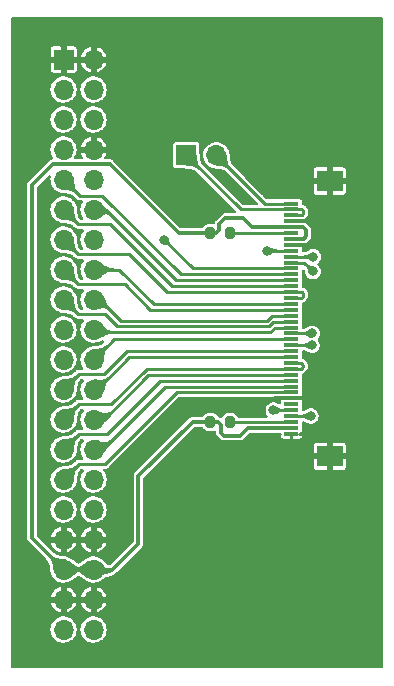
<source format=gbr>
%TF.GenerationSoftware,KiCad,Pcbnew,(6.0.9)*%
%TF.CreationDate,2022-11-21T20:56:18+08:00*%
%TF.ProjectId,Sitronix_3.95''_480x480,53697472-6f6e-4697-985f-332e39352727,rev?*%
%TF.SameCoordinates,Original*%
%TF.FileFunction,Copper,L1,Top*%
%TF.FilePolarity,Positive*%
%FSLAX46Y46*%
G04 Gerber Fmt 4.6, Leading zero omitted, Abs format (unit mm)*
G04 Created by KiCad (PCBNEW (6.0.9)) date 2022-11-21 20:56:18*
%MOMM*%
%LPD*%
G01*
G04 APERTURE LIST*
G04 Aperture macros list*
%AMRoundRect*
0 Rectangle with rounded corners*
0 $1 Rounding radius*
0 $2 $3 $4 $5 $6 $7 $8 $9 X,Y pos of 4 corners*
0 Add a 4 corners polygon primitive as box body*
4,1,4,$2,$3,$4,$5,$6,$7,$8,$9,$2,$3,0*
0 Add four circle primitives for the rounded corners*
1,1,$1+$1,$2,$3*
1,1,$1+$1,$4,$5*
1,1,$1+$1,$6,$7*
1,1,$1+$1,$8,$9*
0 Add four rect primitives between the rounded corners*
20,1,$1+$1,$2,$3,$4,$5,0*
20,1,$1+$1,$4,$5,$6,$7,0*
20,1,$1+$1,$6,$7,$8,$9,0*
20,1,$1+$1,$8,$9,$2,$3,0*%
G04 Aperture macros list end*
%TA.AperFunction,SMDPad,CuDef*%
%ADD10R,1.300000X0.300000*%
%TD*%
%TA.AperFunction,SMDPad,CuDef*%
%ADD11R,2.200000X1.800000*%
%TD*%
%TA.AperFunction,SMDPad,CuDef*%
%ADD12RoundRect,0.200000X0.200000X0.275000X-0.200000X0.275000X-0.200000X-0.275000X0.200000X-0.275000X0*%
%TD*%
%TA.AperFunction,SMDPad,CuDef*%
%ADD13RoundRect,0.200000X-0.200000X-0.275000X0.200000X-0.275000X0.200000X0.275000X-0.200000X0.275000X0*%
%TD*%
%TA.AperFunction,ComponentPad*%
%ADD14R,1.700000X1.700000*%
%TD*%
%TA.AperFunction,ComponentPad*%
%ADD15O,1.700000X1.700000*%
%TD*%
%TA.AperFunction,ViaPad*%
%ADD16C,0.800000*%
%TD*%
%TA.AperFunction,Conductor*%
%ADD17C,0.300000*%
%TD*%
%TA.AperFunction,Conductor*%
%ADD18C,0.250000*%
%TD*%
G04 APERTURE END LIST*
D10*
%TO.P,J3,1,Pin_1*%
%TO.N,/GND*%
X99816000Y-96491000D03*
%TO.P,J3,2,Pin_2*%
%TO.N,/VCC3.3V*%
X99816000Y-95991000D03*
%TO.P,J3,3,Pin_3*%
%TO.N,Net-(R2-Pad1)*%
X99816000Y-95491000D03*
%TO.P,J3,4,Pin_4*%
%TO.N,/TP_SCL*%
X99816000Y-94991000D03*
%TO.P,J3,5,Pin_5*%
%TO.N,/TP_SDA*%
X99816000Y-94491000D03*
%TO.P,J3,6,Pin_6*%
%TO.N,unconnected-(J3-Pad6)*%
X99816000Y-93991000D03*
%TO.P,J3,7,Pin_7*%
%TO.N,/GND*%
X99816000Y-93491000D03*
%TO.P,J3,8,Pin_8*%
%TO.N,/LCD_R7*%
X99816000Y-92991000D03*
%TO.P,J3,9,Pin_9*%
%TO.N,/LCD_R6*%
X99816000Y-92491000D03*
%TO.P,J3,10,Pin_10*%
%TO.N,/LCD_R5*%
X99816000Y-91991000D03*
%TO.P,J3,11,Pin_11*%
%TO.N,/LCD_R4*%
X99816000Y-91491000D03*
%TO.P,J3,12,Pin_12*%
%TO.N,/LCD_R3*%
X99816000Y-90991000D03*
%TO.P,J3,13,Pin_13*%
X99816000Y-90491000D03*
%TO.P,J3,14,Pin_14*%
%TO.N,/LCD_G7*%
X99816000Y-89991000D03*
%TO.P,J3,15,Pin_15*%
%TO.N,/LCD_G6*%
X99816000Y-89491000D03*
%TO.P,J3,16,Pin_16*%
%TO.N,/LCD_G5*%
X99816000Y-88991000D03*
%TO.P,J3,17,Pin_17*%
%TO.N,/LCD_G4*%
X99816000Y-88491000D03*
%TO.P,J3,18,Pin_18*%
%TO.N,/LCD_G3*%
X99816000Y-87991000D03*
%TO.P,J3,19,Pin_19*%
%TO.N,/LCD_G2*%
X99816000Y-87491000D03*
%TO.P,J3,20,Pin_20*%
%TO.N,/LCD_B7*%
X99816000Y-86991000D03*
%TO.P,J3,21,Pin_21*%
%TO.N,/LCD_B6*%
X99816000Y-86491000D03*
%TO.P,J3,22,Pin_22*%
%TO.N,/LCD_B5*%
X99816000Y-85991000D03*
%TO.P,J3,23,Pin_23*%
%TO.N,/LCD_B4*%
X99816000Y-85491000D03*
%TO.P,J3,24,Pin_24*%
%TO.N,/LCD_B3*%
X99816000Y-84991000D03*
%TO.P,J3,25,Pin_25*%
X99816000Y-84491000D03*
%TO.P,J3,26,Pin_26*%
%TO.N,/LCD_HSYNC*%
X99816000Y-83991000D03*
%TO.P,J3,27,Pin_27*%
%TO.N,/LCD_VSYNC*%
X99816000Y-83491000D03*
%TO.P,J3,28,Pin_28*%
%TO.N,/LCD_DE*%
X99816000Y-82991000D03*
%TO.P,J3,29,Pin_29*%
%TO.N,/LCD_PCLK*%
X99816000Y-82491000D03*
%TO.P,J3,30,Pin_30*%
%TO.N,/LCD_CS*%
X99816000Y-81991000D03*
%TO.P,J3,31,Pin_31*%
%TO.N,/LCD_SCK*%
X99816000Y-81491000D03*
%TO.P,J3,32,Pin_32*%
%TO.N,/LCD_SDA*%
X99816000Y-80991000D03*
%TO.P,J3,33,Pin_33*%
%TO.N,/GND*%
X99816000Y-80491000D03*
%TO.P,J3,34,Pin_34*%
%TO.N,/VCC3.3V*%
X99816000Y-79991000D03*
%TO.P,J3,35,Pin_35*%
%TO.N,Net-(R1-Pad2)*%
X99816000Y-79491000D03*
%TO.P,J3,36,Pin_36*%
%TO.N,/VCC3.3V*%
X99816000Y-78991000D03*
%TO.P,J3,37,Pin_37*%
%TO.N,/GND*%
X99816000Y-78491000D03*
%TO.P,J3,38,Pin_38*%
%TO.N,/LEDK*%
X99816000Y-77991000D03*
%TO.P,J3,39,Pin_39*%
X99816000Y-77491000D03*
%TO.P,J3,40,Pin_40*%
%TO.N,/LEDA*%
X99816000Y-76991000D03*
D11*
%TO.P,J3,MP*%
%TO.N,/GND*%
X103066000Y-75091000D03*
X103066000Y-98391000D03*
%TD*%
D12*
%TO.P,R2,1*%
%TO.N,Net-(R2-Pad1)*%
X94622000Y-95491000D03*
%TO.P,R2,2*%
%TO.N,/VCC3.3V*%
X92972000Y-95491000D03*
%TD*%
D13*
%TO.P,R1,1*%
%TO.N,/VCC3.3V*%
X92972000Y-79491000D03*
%TO.P,R1,2*%
%TO.N,Net-(R1-Pad2)*%
X94622000Y-79491000D03*
%TD*%
D14*
%TO.P,J2,1,Pin_1*%
%TO.N,/LEDK*%
X90927000Y-72898000D03*
D15*
%TO.P,J2,2,Pin_2*%
%TO.N,/LEDA*%
X93467000Y-72898000D03*
%TD*%
D14*
%TO.P,J1,1,GND*%
%TO.N,/GND*%
X80538000Y-64800000D03*
D15*
%TO.P,J1,2,GND*%
X83078000Y-64800000D03*
%TO.P,J1,3,IO4*%
%TO.N,unconnected-(J1-Pad3)*%
X80538000Y-67340000D03*
%TO.P,J1,4,IO19*%
%TO.N,unconnected-(J1-Pad4)*%
X83078000Y-67340000D03*
%TO.P,J1,5,I2C_SDA*%
%TO.N,/TP_SDA*%
X80538000Y-69880000D03*
%TO.P,J1,6,IO20*%
%TO.N,unconnected-(J1-Pad6)*%
X83078000Y-69880000D03*
%TO.P,J1,7,I2C_SCL*%
%TO.N,/TP_SCL*%
X80538000Y-72420000D03*
%TO.P,J1,8,GND*%
%TO.N,/GND*%
X83078000Y-72420000D03*
%TO.P,J1,9,LCD_DE*%
%TO.N,/LCD_DE*%
X80538000Y-74960000D03*
%TO.P,J1,10,IO0*%
%TO.N,unconnected-(J1-Pad10)*%
X83078000Y-74960000D03*
%TO.P,J1,11,LCD_HSYNC*%
%TO.N,/LCD_HSYNC*%
X80538000Y-77500000D03*
%TO.P,J1,12,LCD_VSYNC*%
%TO.N,/LCD_VSYNC*%
X83078000Y-77500000D03*
%TO.P,J1,13,LCD_B3*%
%TO.N,/LCD_B3*%
X80538000Y-80040000D03*
%TO.P,J1,14,LCD_PCLK*%
%TO.N,/LCD_PCLK*%
X83078000Y-80040000D03*
%TO.P,J1,15,LCD_B5*%
%TO.N,/LCD_B5*%
X80538000Y-82580000D03*
%TO.P,J1,16,LCD_B4*%
%TO.N,/LCD_B4*%
X83078000Y-82580000D03*
%TO.P,J1,17,LCD_B7*%
%TO.N,/LCD_B7*%
X80538000Y-85120000D03*
%TO.P,J1,18,LCD_B6*%
%TO.N,/LCD_B6*%
X83078000Y-85120000D03*
%TO.P,J1,19,LCD_G3*%
%TO.N,/LCD_G3*%
X80538000Y-87660000D03*
%TO.P,J1,20,LCD_G2*%
%TO.N,/LCD_G2*%
X83078000Y-87660000D03*
%TO.P,J1,21,LCD_G5*%
%TO.N,/LCD_G5*%
X80538000Y-90200000D03*
%TO.P,J1,22,LCD_G4*%
%TO.N,/LCD_G4*%
X83078000Y-90200000D03*
%TO.P,J1,23,LCD_G6*%
%TO.N,/LCD_G6*%
X80538000Y-92740000D03*
%TO.P,J1,24,LCD_G7*%
%TO.N,/LCD_G7*%
X83078000Y-92740000D03*
%TO.P,J1,25,LCD_R3*%
%TO.N,/LCD_R3*%
X80538000Y-95280000D03*
%TO.P,J1,26,LCD_R4*%
%TO.N,/LCD_R4*%
X83078000Y-95280000D03*
%TO.P,J1,27,LCD_R5*%
%TO.N,/LCD_R5*%
X80538000Y-97820000D03*
%TO.P,J1,28,LCD_R6*%
%TO.N,/LCD_R6*%
X83078000Y-97820000D03*
%TO.P,J1,29,LCD_R7*%
%TO.N,/LCD_R7*%
X80538000Y-100360000D03*
%TO.P,J1,30,SPI_MOSI*%
%TO.N,/LCD_SDA*%
X83078000Y-100360000D03*
%TO.P,J1,31,SPI_CS*%
%TO.N,/LCD_CS*%
X80538000Y-102900000D03*
%TO.P,J1,32,SPI_SCK*%
%TO.N,/LCD_SCK*%
X83078000Y-102900000D03*
%TO.P,J1,33,GND*%
%TO.N,/GND*%
X80538000Y-105440000D03*
%TO.P,J1,34,GND*%
X83078000Y-105440000D03*
%TO.P,J1,35,VCC3.3V*%
%TO.N,/VCC3.3V*%
X80538000Y-107980000D03*
%TO.P,J1,36,VCC3.3V*%
X83078000Y-107980000D03*
%TO.P,J1,37,GND*%
%TO.N,/GND*%
X80538000Y-110520000D03*
%TO.P,J1,38,GND*%
X83078000Y-110520000D03*
%TO.P,J1,39,VCC5V*%
%TO.N,unconnected-(J1-Pad39)*%
X80538000Y-113060000D03*
%TO.P,J1,40,VCC5V*%
%TO.N,unconnected-(J1-Pad40)*%
X83078000Y-113060000D03*
%TD*%
D16*
%TO.N,/GND*%
X90932000Y-77724000D03*
X89281000Y-75946000D03*
X87757000Y-74295000D03*
X99568000Y-105283000D03*
X102108000Y-105283000D03*
X104648000Y-105283000D03*
X90043000Y-105156000D03*
X92583000Y-105156000D03*
X95123000Y-105156000D03*
X99314000Y-98171000D03*
X101981000Y-85852000D03*
X88138000Y-96901000D03*
X87122000Y-97917000D03*
X85852000Y-99060000D03*
X78867000Y-102616000D03*
X78867000Y-100076000D03*
X78867000Y-97536000D03*
X76708000Y-100076000D03*
X76708000Y-97536000D03*
X76708000Y-94996000D03*
X77597000Y-70358000D03*
X77597000Y-67818000D03*
X77597000Y-65278000D03*
X85979000Y-71374000D03*
X85979000Y-68834000D03*
X85979000Y-66294000D03*
X100203000Y-72263000D03*
X102743000Y-72263000D03*
X105283000Y-72263000D03*
X106045000Y-80518000D03*
X106045000Y-77978000D03*
X106045000Y-75438000D03*
X102870000Y-93980000D03*
X102870000Y-91440000D03*
X102870000Y-88900000D03*
X96393000Y-98171000D03*
X93853000Y-98171000D03*
X91313000Y-98171000D03*
%TO.N,/LCD_SCK*%
X101684000Y-81491000D03*
%TO.N,/LCD_CS*%
X101663500Y-82740500D03*
%TO.N,/LCD_SDA*%
X97790000Y-81026000D03*
%TO.N,/TP_SCL*%
X101468000Y-94991000D03*
%TO.N,/TP_SDA*%
X98298000Y-94488000D03*
%TO.N,/LCD_G5*%
X101564000Y-88991000D03*
%TO.N,/LCD_G3*%
X101580000Y-87991000D03*
%TO.N,/LCD_PCLK*%
X89057000Y-80040000D03*
%TD*%
D17*
%TO.N,/GND*%
X101192000Y-80491000D02*
X101219000Y-80518000D01*
X99816000Y-80491000D02*
X101192000Y-80491000D01*
X101341000Y-78491000D02*
X101346000Y-78486000D01*
X99816000Y-78491000D02*
X101341000Y-78491000D01*
X98406000Y-93491000D02*
X98298000Y-93599000D01*
X99816000Y-93491000D02*
X98406000Y-93491000D01*
X100946000Y-93491000D02*
X100965000Y-93472000D01*
X99816000Y-93491000D02*
X100946000Y-93491000D01*
%TO.N,/VCC3.3V*%
X92972000Y-95491000D02*
X93586000Y-95491000D01*
X93586000Y-95491000D02*
X93853000Y-95758000D01*
X93853000Y-95758000D02*
X93853000Y-96393000D01*
X93853000Y-96393000D02*
X94107000Y-96647000D01*
X94107000Y-96647000D02*
X95504000Y-96647000D01*
X95504000Y-96647000D02*
X96160000Y-95991000D01*
X96160000Y-95991000D02*
X99816000Y-95991000D01*
D18*
%TO.N,/LCD_B3*%
X99816000Y-84491000D02*
X89317000Y-84491000D01*
X89317000Y-84491000D02*
X86106000Y-81280000D01*
X86106000Y-81280000D02*
X81778000Y-81280000D01*
X81778000Y-81280000D02*
X80538000Y-80040000D01*
%TO.N,/LCD_HSYNC*%
X99816000Y-83991000D02*
X89706000Y-83991000D01*
X89706000Y-83991000D02*
X84455000Y-78740000D01*
X84455000Y-78740000D02*
X81778000Y-78740000D01*
X81778000Y-78740000D02*
X80538000Y-77500000D01*
%TO.N,/LCD_DE*%
X99816000Y-82991000D02*
X90484000Y-82991000D01*
X81407000Y-75829000D02*
X80538000Y-74960000D01*
X90484000Y-82991000D02*
X83818000Y-76325000D01*
X81417000Y-75829000D02*
X81407000Y-75829000D01*
X83818000Y-76325000D02*
X81913000Y-76325000D01*
X81913000Y-76325000D02*
X81417000Y-75829000D01*
%TO.N,/LCD_VSYNC*%
X99816000Y-83491000D02*
X90095000Y-83491000D01*
X90095000Y-83491000D02*
X84104000Y-77500000D01*
X84104000Y-77500000D02*
X83078000Y-77500000D01*
%TO.N,/LCD_B6*%
X99816000Y-86491000D02*
X98164208Y-86491000D01*
X98164208Y-86491000D02*
X97729208Y-86926000D01*
X97729208Y-86926000D02*
X85402000Y-86926000D01*
X85402000Y-86926000D02*
X83596000Y-85120000D01*
X83596000Y-85120000D02*
X83078000Y-85120000D01*
%TO.N,/LCD_B4*%
X99816000Y-85491000D02*
X88158000Y-85491000D01*
X88158000Y-85491000D02*
X85247000Y-82580000D01*
X85247000Y-82580000D02*
X83078000Y-82580000D01*
%TO.N,/LCD_B5*%
X99816000Y-85991000D02*
X87896000Y-85991000D01*
X81778000Y-83820000D02*
X80538000Y-82580000D01*
X87896000Y-85991000D02*
X85725000Y-83820000D01*
X85725000Y-83820000D02*
X81778000Y-83820000D01*
%TO.N,/LCD_R7*%
X99816000Y-92991000D02*
X90143000Y-92991000D01*
X90143000Y-92991000D02*
X84074000Y-99060000D01*
X84074000Y-99060000D02*
X81838000Y-99060000D01*
X81838000Y-99060000D02*
X80538000Y-100360000D01*
D17*
%TO.N,/VCC3.3V*%
X83078000Y-107980000D02*
X84679000Y-107980000D01*
X84679000Y-107980000D02*
X86868000Y-105791000D01*
X86868000Y-105791000D02*
X86868000Y-100076000D01*
X86868000Y-100076000D02*
X91453000Y-95491000D01*
X91453000Y-95491000D02*
X92972000Y-95491000D01*
X99816000Y-78991000D02*
X96517000Y-78991000D01*
X96517000Y-78991000D02*
X95758000Y-78232000D01*
X95758000Y-78232000D02*
X94234000Y-78232000D01*
X94234000Y-78232000D02*
X93726000Y-78740000D01*
X93726000Y-78740000D02*
X93726000Y-79248000D01*
X93726000Y-79248000D02*
X93483000Y-79491000D01*
X93483000Y-79491000D02*
X92972000Y-79491000D01*
X92972000Y-79491000D02*
X90286000Y-79491000D01*
X84455000Y-73660000D02*
X79629000Y-73660000D01*
X90286000Y-79491000D02*
X84455000Y-73660000D01*
X79629000Y-73660000D02*
X77851000Y-75438000D01*
X77851000Y-75438000D02*
X77851000Y-105293000D01*
X77851000Y-105293000D02*
X80538000Y-107980000D01*
X80538000Y-107980000D02*
X83078000Y-107980000D01*
X99816000Y-78991000D02*
X100816000Y-78991000D01*
X100816000Y-78991000D02*
X101092000Y-79267000D01*
X101092000Y-79267000D02*
X101092000Y-79756000D01*
X101092000Y-79756000D02*
X100857000Y-79991000D01*
X100857000Y-79991000D02*
X99816000Y-79991000D01*
D18*
%TO.N,/LCD_CS*%
X100914000Y-81991000D02*
X99816000Y-81991000D01*
X101663500Y-82740500D02*
X100914000Y-81991000D01*
%TO.N,/LCD_SCK*%
X101684000Y-81491000D02*
X99816000Y-81491000D01*
%TO.N,/LCD_SDA*%
X97825000Y-80991000D02*
X97790000Y-81026000D01*
X99816000Y-80991000D02*
X97825000Y-80991000D01*
%TO.N,/TP_SCL*%
X101468000Y-94991000D02*
X99816000Y-94991000D01*
%TO.N,/TP_SDA*%
X99816000Y-94491000D02*
X98301000Y-94491000D01*
X98301000Y-94491000D02*
X98298000Y-94488000D01*
%TO.N,/LCD_B7*%
X99816000Y-86991000D02*
X98300604Y-86991000D01*
X98300604Y-86991000D02*
X97915604Y-87376000D01*
X97915604Y-87376000D02*
X85090000Y-87376000D01*
X85090000Y-87376000D02*
X84074000Y-86360000D01*
X81778000Y-86360000D02*
X80538000Y-85120000D01*
X84074000Y-86360000D02*
X81778000Y-86360000D01*
%TO.N,/LCD_G2*%
X99816000Y-87491000D02*
X98437000Y-87491000D01*
X98044000Y-87884000D02*
X83302000Y-87884000D01*
X98437000Y-87491000D02*
X98044000Y-87884000D01*
X83302000Y-87884000D02*
X83078000Y-87660000D01*
%TO.N,/LCD_R6*%
X99816000Y-92491000D02*
X89119000Y-92491000D01*
X89119000Y-92491000D02*
X83790000Y-97820000D01*
X83790000Y-97820000D02*
X83078000Y-97820000D01*
%TO.N,/LCD_R5*%
X99816000Y-91991000D02*
X88730000Y-91991000D01*
X88730000Y-91991000D02*
X84201000Y-96520000D01*
X81838000Y-96520000D02*
X80538000Y-97820000D01*
X84201000Y-96520000D02*
X81838000Y-96520000D01*
%TO.N,/LCD_G6*%
X99816000Y-89491000D02*
X85896000Y-89491000D01*
X85896000Y-89491000D02*
X83947000Y-91440000D01*
X83947000Y-91440000D02*
X81838000Y-91440000D01*
X81838000Y-91440000D02*
X80538000Y-92740000D01*
%TO.N,/LCD_G7*%
X99816000Y-89991000D02*
X86094500Y-89991000D01*
X86094500Y-89991000D02*
X83345500Y-92740000D01*
X83345500Y-92740000D02*
X83078000Y-92740000D01*
%TO.N,/LCD_R4*%
X99816000Y-91491000D02*
X87707396Y-91491000D01*
X87707396Y-91491000D02*
X83918396Y-95280000D01*
X83918396Y-95280000D02*
X83078000Y-95280000D01*
%TO.N,/LCD_R3*%
X99816000Y-90991000D02*
X87571000Y-90991000D01*
X87571000Y-90991000D02*
X84582000Y-93980000D01*
X84582000Y-93980000D02*
X81838000Y-93980000D01*
X81838000Y-93980000D02*
X80538000Y-95280000D01*
X99816000Y-90491000D02*
X100651000Y-90491000D01*
X100838000Y-90805000D02*
X100652000Y-90991000D01*
X100651000Y-90491000D02*
X100838000Y-90678000D01*
X100652000Y-90991000D02*
X99816000Y-90991000D01*
X100838000Y-90678000D02*
X100838000Y-90805000D01*
%TO.N,/LCD_G5*%
X101564000Y-88991000D02*
X99816000Y-88991000D01*
%TO.N,/LCD_G4*%
X99816000Y-88491000D02*
X84787000Y-88491000D01*
X84787000Y-88491000D02*
X83078000Y-90200000D01*
%TO.N,/LCD_G3*%
X101580000Y-87991000D02*
X99816000Y-87991000D01*
%TO.N,/LCD_B3*%
X99816000Y-84491000D02*
X100747000Y-84491000D01*
X100747000Y-84491000D02*
X100838000Y-84582000D01*
X100838000Y-84582000D02*
X100838000Y-84836000D01*
X100838000Y-84836000D02*
X100683000Y-84991000D01*
X100683000Y-84991000D02*
X99816000Y-84991000D01*
%TO.N,/LCD_PCLK*%
X89057000Y-80040000D02*
X91508000Y-82491000D01*
X91508000Y-82491000D02*
X99816000Y-82491000D01*
%TO.N,Net-(R1-Pad2)*%
X94622000Y-79491000D02*
X99816000Y-79491000D01*
%TO.N,/LEDK*%
X100838000Y-77597000D02*
X100838000Y-77851000D01*
X99816000Y-77491000D02*
X100732000Y-77491000D01*
X100732000Y-77491000D02*
X100838000Y-77597000D01*
X100838000Y-77851000D02*
X100698000Y-77991000D01*
X100698000Y-77991000D02*
X99816000Y-77991000D01*
X90927000Y-72898000D02*
X95520000Y-77491000D01*
X95520000Y-77491000D02*
X99816000Y-77491000D01*
%TO.N,/LEDA*%
X93467000Y-72898000D02*
X97150000Y-76581000D01*
X97150000Y-76581000D02*
X97155000Y-76581000D01*
X97155000Y-76581000D02*
X97565000Y-76991000D01*
X97565000Y-76991000D02*
X99816000Y-76991000D01*
%TO.N,Net-(R2-Pad1)*%
X94622000Y-95491000D02*
X99816000Y-95491000D01*
%TD*%
%TA.AperFunction,Conductor*%
%TO.N,/VCC3.3V*%
G36*
X79457310Y-106686409D02*
G01*
X79596118Y-106812277D01*
X79730968Y-106908227D01*
X79857330Y-106973840D01*
X79857735Y-106973981D01*
X79978586Y-107016061D01*
X79978592Y-107016063D01*
X79978926Y-107016179D01*
X79979271Y-107016254D01*
X79979279Y-107016256D01*
X80044155Y-107030318D01*
X80099482Y-107042310D01*
X80222718Y-107059295D01*
X80256038Y-107063126D01*
X80352199Y-107074182D01*
X80352511Y-107074222D01*
X80491758Y-107094036D01*
X80492491Y-107094164D01*
X80645266Y-107125925D01*
X80646229Y-107126168D01*
X80808762Y-107174635D01*
X80815710Y-107180282D01*
X80817116Y-107185617D01*
X80838520Y-108280520D01*
X80416935Y-108272279D01*
X80416934Y-108272278D01*
X79743617Y-108259116D01*
X79735413Y-108255528D01*
X79732634Y-108250761D01*
X79684168Y-108088228D01*
X79683925Y-108087266D01*
X79652164Y-107934491D01*
X79652036Y-107933758D01*
X79632222Y-107794511D01*
X79632182Y-107794199D01*
X79617310Y-107664850D01*
X79617295Y-107664718D01*
X79600310Y-107541482D01*
X79574179Y-107420926D01*
X79531840Y-107299330D01*
X79466227Y-107172968D01*
X79370277Y-107038118D01*
X79244409Y-106899310D01*
X79241390Y-106890881D01*
X79244803Y-106883179D01*
X79441179Y-106686803D01*
X79449452Y-106683376D01*
X79457310Y-106686409D01*
G37*
%TD.AperFunction*%
%TD*%
%TA.AperFunction,Conductor*%
%TO.N,/LEDA*%
G36*
X93500149Y-72604003D02*
G01*
X94261354Y-72618883D01*
X94269557Y-72622471D01*
X94272347Y-72627275D01*
X94320845Y-72791912D01*
X94321101Y-72792956D01*
X94351608Y-72947758D01*
X94351739Y-72948571D01*
X94369366Y-73089794D01*
X94369407Y-73090172D01*
X94381492Y-73221588D01*
X94395386Y-73346691D01*
X94418461Y-73469006D01*
X94458109Y-73592245D01*
X94490073Y-73656499D01*
X94521523Y-73719722D01*
X94521526Y-73719727D01*
X94521721Y-73720119D01*
X94616686Y-73856340D01*
X94616931Y-73856611D01*
X94616932Y-73856613D01*
X94742957Y-73996370D01*
X94745952Y-74004809D01*
X94742541Y-74012478D01*
X94581478Y-74173541D01*
X94573205Y-74176968D01*
X94565370Y-74173957D01*
X94425613Y-74047932D01*
X94425611Y-74047931D01*
X94425340Y-74047686D01*
X94289119Y-73952721D01*
X94288727Y-73952526D01*
X94288722Y-73952523D01*
X94225499Y-73921073D01*
X94161245Y-73889109D01*
X94060237Y-73856613D01*
X94038349Y-73849571D01*
X94038344Y-73849570D01*
X94038006Y-73849461D01*
X93948248Y-73832528D01*
X93915909Y-73826427D01*
X93915906Y-73826426D01*
X93915691Y-73826386D01*
X93915487Y-73826363D01*
X93915478Y-73826362D01*
X93790615Y-73812495D01*
X93790588Y-73812492D01*
X93713979Y-73805447D01*
X93659172Y-73800407D01*
X93658794Y-73800366D01*
X93517571Y-73782739D01*
X93516758Y-73782608D01*
X93361956Y-73752101D01*
X93360912Y-73751845D01*
X93254437Y-73720480D01*
X93196274Y-73703346D01*
X93189307Y-73697722D01*
X93187883Y-73692353D01*
X93178681Y-73221588D01*
X93170281Y-72791912D01*
X93166718Y-72609645D01*
X93169983Y-72601306D01*
X93178645Y-72597718D01*
X93500149Y-72604003D01*
G37*
%TD.AperFunction*%
%TD*%
%TA.AperFunction,Conductor*%
%TO.N,/LCD_B3*%
G36*
X80571149Y-79746003D02*
G01*
X81332354Y-79760883D01*
X81340557Y-79764471D01*
X81343347Y-79769275D01*
X81391845Y-79933912D01*
X81392101Y-79934956D01*
X81422608Y-80089758D01*
X81422739Y-80090571D01*
X81440366Y-80231794D01*
X81440407Y-80232172D01*
X81452492Y-80363588D01*
X81466386Y-80488691D01*
X81489461Y-80611006D01*
X81529109Y-80734245D01*
X81561073Y-80798499D01*
X81592523Y-80861722D01*
X81592526Y-80861727D01*
X81592721Y-80862119D01*
X81687686Y-80998340D01*
X81687931Y-80998611D01*
X81687932Y-80998613D01*
X81813957Y-81138370D01*
X81816952Y-81146809D01*
X81813541Y-81154478D01*
X81652478Y-81315541D01*
X81644205Y-81318968D01*
X81636370Y-81315957D01*
X81496613Y-81189932D01*
X81496611Y-81189931D01*
X81496340Y-81189686D01*
X81360119Y-81094721D01*
X81359727Y-81094526D01*
X81359722Y-81094523D01*
X81296499Y-81063073D01*
X81232245Y-81031109D01*
X81131237Y-80998613D01*
X81109349Y-80991571D01*
X81109344Y-80991570D01*
X81109006Y-80991461D01*
X81019248Y-80974528D01*
X80986909Y-80968427D01*
X80986906Y-80968426D01*
X80986691Y-80968386D01*
X80986487Y-80968363D01*
X80986478Y-80968362D01*
X80861615Y-80954495D01*
X80861588Y-80954492D01*
X80784979Y-80947447D01*
X80730172Y-80942407D01*
X80729794Y-80942366D01*
X80588571Y-80924739D01*
X80587758Y-80924608D01*
X80432956Y-80894101D01*
X80431912Y-80893845D01*
X80325437Y-80862480D01*
X80267274Y-80845346D01*
X80260307Y-80839722D01*
X80258883Y-80834353D01*
X80249681Y-80363588D01*
X80241281Y-79933912D01*
X80237718Y-79751645D01*
X80240983Y-79743306D01*
X80249645Y-79739718D01*
X80571149Y-79746003D01*
G37*
%TD.AperFunction*%
%TD*%
%TA.AperFunction,Conductor*%
%TO.N,/LCD_HSYNC*%
G36*
X80571149Y-77206003D02*
G01*
X81332354Y-77220883D01*
X81340557Y-77224471D01*
X81343347Y-77229275D01*
X81391845Y-77393912D01*
X81392101Y-77394956D01*
X81422608Y-77549758D01*
X81422739Y-77550571D01*
X81440366Y-77691794D01*
X81440407Y-77692172D01*
X81452492Y-77823588D01*
X81466386Y-77948691D01*
X81489461Y-78071006D01*
X81529109Y-78194245D01*
X81561073Y-78258499D01*
X81592523Y-78321722D01*
X81592526Y-78321727D01*
X81592721Y-78322119D01*
X81687686Y-78458340D01*
X81687931Y-78458611D01*
X81687932Y-78458613D01*
X81813957Y-78598370D01*
X81816952Y-78606809D01*
X81813541Y-78614478D01*
X81652478Y-78775541D01*
X81644205Y-78778968D01*
X81636370Y-78775957D01*
X81496613Y-78649932D01*
X81496611Y-78649931D01*
X81496340Y-78649686D01*
X81360119Y-78554721D01*
X81359727Y-78554526D01*
X81359722Y-78554523D01*
X81296499Y-78523073D01*
X81232245Y-78491109D01*
X81131237Y-78458613D01*
X81109349Y-78451571D01*
X81109344Y-78451570D01*
X81109006Y-78451461D01*
X81019248Y-78434528D01*
X80986909Y-78428427D01*
X80986906Y-78428426D01*
X80986691Y-78428386D01*
X80986487Y-78428363D01*
X80986478Y-78428362D01*
X80861615Y-78414495D01*
X80861588Y-78414492D01*
X80784979Y-78407447D01*
X80730172Y-78402407D01*
X80729794Y-78402366D01*
X80588571Y-78384739D01*
X80587758Y-78384608D01*
X80432956Y-78354101D01*
X80431912Y-78353845D01*
X80325437Y-78322480D01*
X80267274Y-78305346D01*
X80260307Y-78299722D01*
X80258883Y-78294353D01*
X80249681Y-77823588D01*
X80241281Y-77393912D01*
X80237718Y-77211645D01*
X80240983Y-77203306D01*
X80249645Y-77199718D01*
X80571149Y-77206003D01*
G37*
%TD.AperFunction*%
%TD*%
%TA.AperFunction,Conductor*%
%TO.N,/LCD_DE*%
G36*
X81332366Y-74680884D02*
G01*
X81340570Y-74684472D01*
X81343355Y-74689260D01*
X81392215Y-74854238D01*
X81392463Y-74855235D01*
X81423722Y-75010201D01*
X81423852Y-75010981D01*
X81442517Y-75152199D01*
X81442558Y-75152551D01*
X81455882Y-75283847D01*
X81471127Y-75408770D01*
X81495574Y-75530899D01*
X81536524Y-75653991D01*
X81601277Y-75781803D01*
X81645595Y-75844815D01*
X81691811Y-75910524D01*
X81697135Y-75918094D01*
X81697372Y-75918356D01*
X81697375Y-75918360D01*
X81823938Y-76058369D01*
X81826944Y-76066804D01*
X81823532Y-76074488D01*
X81662475Y-76235545D01*
X81654202Y-76238972D01*
X81646372Y-76235965D01*
X81505355Y-76108911D01*
X81368175Y-76013569D01*
X81239357Y-75949894D01*
X81213868Y-75941790D01*
X81115535Y-75910524D01*
X81115528Y-75910522D01*
X81115178Y-75910411D01*
X81114814Y-75910344D01*
X81114807Y-75910342D01*
X81045375Y-75897519D01*
X80991916Y-75887646D01*
X80991706Y-75887623D01*
X80991696Y-75887622D01*
X80865924Y-75874129D01*
X80865903Y-75874127D01*
X80865848Y-75874121D01*
X80865813Y-75874118D01*
X80865774Y-75874114D01*
X80733435Y-75862378D01*
X80733049Y-75862337D01*
X80590825Y-75844945D01*
X80590001Y-75844815D01*
X80434107Y-75814343D01*
X80433051Y-75814085D01*
X80267281Y-75765344D01*
X80260310Y-75759722D01*
X80258883Y-75754348D01*
X80256914Y-75653584D01*
X80237902Y-74681051D01*
X80237718Y-74671645D01*
X80240983Y-74663306D01*
X80249645Y-74659718D01*
X81332366Y-74680884D01*
G37*
%TD.AperFunction*%
%TD*%
%TA.AperFunction,Conductor*%
%TO.N,/LCD_VSYNC*%
G36*
X83685429Y-76905348D02*
G01*
X83799537Y-77019437D01*
X83902218Y-77122065D01*
X83991972Y-77211741D01*
X84073687Y-77293362D01*
X84152254Y-77371826D01*
X84232562Y-77452030D01*
X84319497Y-77538870D01*
X84319499Y-77538872D01*
X84417953Y-77637248D01*
X84417954Y-77637249D01*
X84532815Y-77752059D01*
X84532817Y-77752060D01*
X84660704Y-77879928D01*
X84664131Y-77888201D01*
X84660704Y-77896475D01*
X84499768Y-78057411D01*
X84491495Y-78060838D01*
X84483991Y-78058115D01*
X84465130Y-78042349D01*
X84383076Y-77973759D01*
X84382476Y-77973457D01*
X84382474Y-77973456D01*
X84280656Y-77922253D01*
X84280652Y-77922252D01*
X84279907Y-77921877D01*
X84279083Y-77921727D01*
X84181681Y-77903999D01*
X84181680Y-77903999D01*
X84180856Y-77903849D01*
X84180023Y-77903938D01*
X84084741Y-77914123D01*
X84084740Y-77914123D01*
X84084087Y-77914193D01*
X84083465Y-77914407D01*
X84083463Y-77914408D01*
X83988168Y-77947284D01*
X83988165Y-77947285D01*
X83987763Y-77947424D01*
X83987382Y-77947621D01*
X83987383Y-77947621D01*
X83937528Y-77973456D01*
X83890046Y-77998061D01*
X83789099Y-78060620D01*
X83789048Y-78060653D01*
X83789042Y-78060657D01*
X83683202Y-78129541D01*
X83682982Y-78129681D01*
X83570456Y-78199392D01*
X83569858Y-78199738D01*
X83496374Y-78239257D01*
X83456014Y-78260962D01*
X83447104Y-78261863D01*
X83442362Y-78259091D01*
X82664142Y-77510715D01*
X82660554Y-77502511D01*
X82663819Y-77494172D01*
X82666338Y-77492187D01*
X83145089Y-77211741D01*
X83671244Y-76903527D01*
X83680114Y-76902302D01*
X83685429Y-76905348D01*
G37*
%TD.AperFunction*%
%TD*%
%TA.AperFunction,Conductor*%
%TO.N,/LCD_B6*%
G36*
X83690815Y-84531512D02*
G01*
X83818184Y-84674868D01*
X83818965Y-84675847D01*
X83917654Y-84814279D01*
X83918316Y-84815320D01*
X83992173Y-84946167D01*
X83992617Y-84947037D01*
X84050777Y-85073724D01*
X84050967Y-85074161D01*
X84102492Y-85200034D01*
X84156323Y-85328023D01*
X84221449Y-85461093D01*
X84221578Y-85461305D01*
X84221580Y-85461310D01*
X84306793Y-85602175D01*
X84306798Y-85602183D01*
X84306943Y-85602422D01*
X84307115Y-85602650D01*
X84307120Y-85602658D01*
X84410609Y-85740203D01*
X84421882Y-85755186D01*
X84541694Y-85885865D01*
X84567771Y-85914307D01*
X84570836Y-85922721D01*
X84567420Y-85930487D01*
X84406350Y-86091557D01*
X84398077Y-86094984D01*
X84390323Y-86092045D01*
X84272464Y-85987699D01*
X84183727Y-85930487D01*
X84155218Y-85912106D01*
X84155214Y-85912104D01*
X84154752Y-85911806D01*
X84042539Y-85866442D01*
X83932936Y-85846386D01*
X83932410Y-85846386D01*
X83869282Y-85846405D01*
X83823054Y-85846418D01*
X83710005Y-85861318D01*
X83709807Y-85861359D01*
X83709794Y-85861361D01*
X83590980Y-85885848D01*
X83590898Y-85885865D01*
X83590876Y-85885870D01*
X83590857Y-85885874D01*
X83514794Y-85903085D01*
X83462962Y-85914813D01*
X83462720Y-85914864D01*
X83323275Y-85942955D01*
X83322643Y-85943063D01*
X83176730Y-85963983D01*
X83168056Y-85961765D01*
X83164590Y-85957602D01*
X82683382Y-84987355D01*
X82682776Y-84978420D01*
X82689079Y-84971479D01*
X83677284Y-84528606D01*
X83686235Y-84528350D01*
X83690815Y-84531512D01*
G37*
%TD.AperFunction*%
%TD*%
%TA.AperFunction,Conductor*%
%TO.N,/LCD_B4*%
G36*
X83456034Y-81819102D02*
G01*
X83606744Y-81901224D01*
X83607663Y-81901781D01*
X83738713Y-81989682D01*
X83739357Y-81990149D01*
X83819073Y-82052172D01*
X83851688Y-82077548D01*
X83851984Y-82077786D01*
X83953455Y-82162167D01*
X84051741Y-82240804D01*
X84154548Y-82310978D01*
X84269726Y-82370085D01*
X84340846Y-82393953D01*
X84404721Y-82415390D01*
X84404724Y-82415391D01*
X84405127Y-82415526D01*
X84514165Y-82434983D01*
X84568241Y-82444633D01*
X84568245Y-82444633D01*
X84568601Y-82444697D01*
X84568969Y-82444716D01*
X84756904Y-82454427D01*
X84764989Y-82458276D01*
X84768000Y-82466111D01*
X84768000Y-82693889D01*
X84764573Y-82702162D01*
X84756904Y-82705573D01*
X84577259Y-82714855D01*
X84568601Y-82715302D01*
X84568245Y-82715366D01*
X84568241Y-82715366D01*
X84514165Y-82725016D01*
X84405127Y-82744473D01*
X84404724Y-82744608D01*
X84404721Y-82744609D01*
X84340846Y-82766046D01*
X84269726Y-82789914D01*
X84154548Y-82849021D01*
X84051741Y-82919195D01*
X83953455Y-82997832D01*
X83953417Y-82997864D01*
X83851984Y-83082213D01*
X83851688Y-83082451D01*
X83739357Y-83169850D01*
X83738713Y-83170317D01*
X83637073Y-83238491D01*
X83607663Y-83258218D01*
X83606744Y-83258775D01*
X83459413Y-83339057D01*
X83456034Y-83340898D01*
X83447130Y-83341847D01*
X83442326Y-83339057D01*
X83175487Y-83082451D01*
X82661769Y-82588433D01*
X82658181Y-82580229D01*
X82661769Y-82571567D01*
X82771431Y-82466111D01*
X83442326Y-81820943D01*
X83450665Y-81817678D01*
X83456034Y-81819102D01*
G37*
%TD.AperFunction*%
%TD*%
%TA.AperFunction,Conductor*%
%TO.N,/LCD_B5*%
G36*
X80571149Y-82286003D02*
G01*
X81332354Y-82300883D01*
X81340557Y-82304471D01*
X81343347Y-82309275D01*
X81391845Y-82473912D01*
X81392101Y-82474956D01*
X81422608Y-82629758D01*
X81422739Y-82630571D01*
X81440366Y-82771794D01*
X81440407Y-82772172D01*
X81452492Y-82903588D01*
X81466386Y-83028691D01*
X81489461Y-83151006D01*
X81529109Y-83274245D01*
X81561073Y-83338499D01*
X81592523Y-83401722D01*
X81592526Y-83401727D01*
X81592721Y-83402119D01*
X81687686Y-83538340D01*
X81687931Y-83538611D01*
X81687932Y-83538613D01*
X81813957Y-83678370D01*
X81816952Y-83686809D01*
X81813541Y-83694478D01*
X81652478Y-83855541D01*
X81644205Y-83858968D01*
X81636370Y-83855957D01*
X81496613Y-83729932D01*
X81496611Y-83729931D01*
X81496340Y-83729686D01*
X81360119Y-83634721D01*
X81359727Y-83634526D01*
X81359722Y-83634523D01*
X81296499Y-83603073D01*
X81232245Y-83571109D01*
X81131237Y-83538613D01*
X81109349Y-83531571D01*
X81109344Y-83531570D01*
X81109006Y-83531461D01*
X81019248Y-83514528D01*
X80986909Y-83508427D01*
X80986906Y-83508426D01*
X80986691Y-83508386D01*
X80986487Y-83508363D01*
X80986478Y-83508362D01*
X80861615Y-83494495D01*
X80861588Y-83494492D01*
X80784979Y-83487447D01*
X80730172Y-83482407D01*
X80729794Y-83482366D01*
X80588571Y-83464739D01*
X80587758Y-83464608D01*
X80432956Y-83434101D01*
X80431912Y-83433845D01*
X80325437Y-83402480D01*
X80267274Y-83385346D01*
X80260307Y-83379722D01*
X80258883Y-83374353D01*
X80249681Y-82903588D01*
X80241281Y-82473912D01*
X80237718Y-82291645D01*
X80240983Y-82283306D01*
X80249645Y-82279718D01*
X80571149Y-82286003D01*
G37*
%TD.AperFunction*%
%TD*%
%TA.AperFunction,Conductor*%
%TO.N,/LCD_R7*%
G36*
X81652478Y-99084459D02*
G01*
X81813541Y-99245522D01*
X81816968Y-99253795D01*
X81813957Y-99261630D01*
X81717114Y-99369025D01*
X81687686Y-99401659D01*
X81592721Y-99537880D01*
X81592526Y-99538272D01*
X81592523Y-99538277D01*
X81582989Y-99557443D01*
X81529109Y-99665754D01*
X81489461Y-99788993D01*
X81466386Y-99911308D01*
X81466363Y-99911512D01*
X81466362Y-99911521D01*
X81452492Y-100036411D01*
X81452483Y-100036504D01*
X81440407Y-100167827D01*
X81440366Y-100168205D01*
X81422739Y-100309428D01*
X81422608Y-100310241D01*
X81392101Y-100465043D01*
X81391845Y-100466087D01*
X81343347Y-100630725D01*
X81337722Y-100637693D01*
X81332355Y-100639117D01*
X80571149Y-100653997D01*
X80249645Y-100660282D01*
X80241306Y-100657017D01*
X80237718Y-100648355D01*
X80247108Y-100168015D01*
X80258883Y-99565646D01*
X80262471Y-99557443D01*
X80267274Y-99554654D01*
X80355282Y-99528728D01*
X80431912Y-99506154D01*
X80432956Y-99505898D01*
X80587758Y-99475391D01*
X80588571Y-99475260D01*
X80729794Y-99457633D01*
X80730172Y-99457592D01*
X80784979Y-99452552D01*
X80861588Y-99445507D01*
X80862109Y-99445449D01*
X80986478Y-99431637D01*
X80986487Y-99431636D01*
X80986691Y-99431613D01*
X80986906Y-99431573D01*
X80986909Y-99431572D01*
X81019248Y-99425471D01*
X81109006Y-99408538D01*
X81109344Y-99408429D01*
X81109349Y-99408428D01*
X81163322Y-99391064D01*
X81232245Y-99368890D01*
X81296499Y-99336926D01*
X81359722Y-99305476D01*
X81359727Y-99305473D01*
X81360119Y-99305278D01*
X81496340Y-99210313D01*
X81496613Y-99210067D01*
X81636370Y-99084043D01*
X81644809Y-99081048D01*
X81652478Y-99084459D01*
G37*
%TD.AperFunction*%
%TD*%
%TA.AperFunction,Conductor*%
%TO.N,/VCC3.3V*%
G36*
X83456214Y-107219727D02*
G01*
X83596396Y-107305687D01*
X83597879Y-107306765D01*
X83729275Y-107419001D01*
X83730093Y-107419770D01*
X83849549Y-107543490D01*
X83849848Y-107543812D01*
X83960796Y-107668064D01*
X84000354Y-107710534D01*
X84066395Y-107781437D01*
X84066404Y-107781446D01*
X84066598Y-107781654D01*
X84066808Y-107781839D01*
X84066814Y-107781845D01*
X84100180Y-107811264D01*
X84170730Y-107873469D01*
X84276811Y-107932556D01*
X84277889Y-107932705D01*
X84277890Y-107932705D01*
X84387148Y-107947782D01*
X84388460Y-107947963D01*
X84437557Y-107932026D01*
X84508314Y-107909058D01*
X84508315Y-107909057D01*
X84509296Y-107908739D01*
X84634779Y-107810330D01*
X84643403Y-107807922D01*
X84650271Y-107811264D01*
X84846213Y-108007206D01*
X84849640Y-108015479D01*
X84845631Y-108024296D01*
X84721667Y-108132440D01*
X84720232Y-108133510D01*
X84595310Y-108212556D01*
X84593697Y-108213407D01*
X84529019Y-108241296D01*
X84474928Y-108264619D01*
X84473466Y-108265137D01*
X84359004Y-108297362D01*
X84358085Y-108297581D01*
X84246145Y-108319536D01*
X84246010Y-108319562D01*
X84215417Y-108325190D01*
X84135229Y-108339940D01*
X84024603Y-108367463D01*
X84024264Y-108367595D01*
X84024263Y-108367595D01*
X83913141Y-108410765D01*
X83913139Y-108410766D01*
X83912686Y-108410942D01*
X83797994Y-108479195D01*
X83685371Y-108575620D01*
X83676858Y-108578397D01*
X83671848Y-108576827D01*
X83388665Y-108410942D01*
X83181231Y-108289430D01*
X82653000Y-107980000D01*
X83078000Y-107571298D01*
X83441988Y-107221268D01*
X83450327Y-107218003D01*
X83456214Y-107219727D01*
G37*
%TD.AperFunction*%
%TD*%
%TA.AperFunction,Conductor*%
%TO.N,/VCC3.3V*%
G36*
X80916022Y-107219063D02*
G01*
X81062771Y-107298395D01*
X81065218Y-107299718D01*
X81066070Y-107300226D01*
X81196560Y-107385798D01*
X81197169Y-107386226D01*
X81309632Y-107470670D01*
X81309881Y-107470862D01*
X81411974Y-107551901D01*
X81412037Y-107551949D01*
X81412054Y-107551962D01*
X81510933Y-107626886D01*
X81511126Y-107627032D01*
X81511325Y-107627160D01*
X81614547Y-107693606D01*
X81614552Y-107693609D01*
X81614849Y-107693800D01*
X81730769Y-107749844D01*
X81731159Y-107749967D01*
X81731163Y-107749969D01*
X81769433Y-107762079D01*
X81866516Y-107792800D01*
X82029717Y-107820306D01*
X82228000Y-107830000D01*
X82228000Y-108130000D01*
X82029717Y-108139693D01*
X81866516Y-108167199D01*
X81808000Y-108185716D01*
X81806278Y-108186261D01*
X81731163Y-108210030D01*
X81731159Y-108210032D01*
X81730769Y-108210155D01*
X81614849Y-108266199D01*
X81614552Y-108266390D01*
X81614547Y-108266393D01*
X81531762Y-108319683D01*
X81511126Y-108332967D01*
X81411974Y-108408098D01*
X81327564Y-108475101D01*
X81309881Y-108489137D01*
X81309632Y-108489329D01*
X81197169Y-108573773D01*
X81196560Y-108574201D01*
X81066070Y-108659773D01*
X81065220Y-108660280D01*
X80919461Y-108739078D01*
X80916022Y-108740937D01*
X80907115Y-108741857D01*
X80902348Y-108739078D01*
X80418526Y-108273809D01*
X80416934Y-108272278D01*
X80416933Y-108272278D01*
X80113000Y-107980000D01*
X80819366Y-107300722D01*
X80902348Y-107220922D01*
X80910687Y-107217657D01*
X80916022Y-107219063D01*
G37*
%TD.AperFunction*%
%TD*%
%TA.AperFunction,Conductor*%
%TO.N,/VCC3.3V*%
G36*
X82713652Y-107220922D02*
G01*
X83076321Y-107569684D01*
X83076322Y-107569685D01*
X83503000Y-107980000D01*
X83173742Y-108296632D01*
X82713652Y-108739078D01*
X82705313Y-108742343D01*
X82699978Y-108740937D01*
X82696540Y-108739078D01*
X82550779Y-108660280D01*
X82549929Y-108659773D01*
X82419439Y-108574201D01*
X82418830Y-108573773D01*
X82306367Y-108489329D01*
X82306118Y-108489137D01*
X82288435Y-108475101D01*
X82204025Y-108408098D01*
X82104873Y-108332967D01*
X82084038Y-108319555D01*
X82001452Y-108266393D01*
X82001447Y-108266390D01*
X82001150Y-108266199D01*
X81885230Y-108210155D01*
X81884840Y-108210032D01*
X81884836Y-108210030D01*
X81809722Y-108186261D01*
X81808000Y-108185716D01*
X81749483Y-108167199D01*
X81586282Y-108139693D01*
X81388000Y-108130000D01*
X81388000Y-107830000D01*
X81586282Y-107820306D01*
X81749483Y-107792800D01*
X81808000Y-107774283D01*
X81809722Y-107773738D01*
X81884836Y-107749969D01*
X81884840Y-107749967D01*
X81885230Y-107749844D01*
X82001150Y-107693800D01*
X82001447Y-107693609D01*
X82001452Y-107693606D01*
X82104674Y-107627160D01*
X82104873Y-107627032D01*
X82180447Y-107569767D01*
X82203945Y-107551962D01*
X82203962Y-107551949D01*
X82204025Y-107551901D01*
X82306118Y-107470862D01*
X82306367Y-107470670D01*
X82418830Y-107386226D01*
X82419439Y-107385798D01*
X82549929Y-107300226D01*
X82550781Y-107299718D01*
X82699978Y-107219063D01*
X82708885Y-107218143D01*
X82713652Y-107220922D01*
G37*
%TD.AperFunction*%
%TD*%
%TA.AperFunction,Conductor*%
%TO.N,/LCD_CS*%
G36*
X101201537Y-82101185D02*
G01*
X101232312Y-82129814D01*
X101259550Y-82155153D01*
X101259736Y-82155298D01*
X101259743Y-82155304D01*
X101319519Y-82201895D01*
X101319524Y-82201898D01*
X101319762Y-82202084D01*
X101320023Y-82202247D01*
X101320025Y-82202248D01*
X101375390Y-82236739D01*
X101375397Y-82236743D01*
X101375675Y-82236916D01*
X101429050Y-82262277D01*
X101429336Y-82262378D01*
X101429344Y-82262381D01*
X101481431Y-82280715D01*
X101481653Y-82280793D01*
X101535245Y-82295092D01*
X101591585Y-82307799D01*
X101591589Y-82307802D01*
X101591589Y-82307800D01*
X101652297Y-82321512D01*
X101652656Y-82321600D01*
X101719281Y-82338875D01*
X101719862Y-82339041D01*
X101786754Y-82360127D01*
X101793614Y-82365883D01*
X101794934Y-82371057D01*
X101804683Y-82869756D01*
X101801418Y-82878095D01*
X101792756Y-82881683D01*
X101294057Y-82871934D01*
X101285853Y-82868346D01*
X101283127Y-82863754D01*
X101262041Y-82796862D01*
X101261875Y-82796281D01*
X101244600Y-82729656D01*
X101244512Y-82729297D01*
X101230800Y-82668589D01*
X101230801Y-82668589D01*
X101230799Y-82668585D01*
X101218123Y-82612383D01*
X101218092Y-82612245D01*
X101203793Y-82558653D01*
X101203715Y-82558431D01*
X101185381Y-82506344D01*
X101185378Y-82506336D01*
X101185277Y-82506050D01*
X101159916Y-82452675D01*
X101159743Y-82452397D01*
X101159739Y-82452390D01*
X101125248Y-82397025D01*
X101125247Y-82397023D01*
X101125084Y-82396762D01*
X101101016Y-82365883D01*
X101078304Y-82336743D01*
X101078298Y-82336736D01*
X101078153Y-82336550D01*
X101039585Y-82295092D01*
X101024185Y-82278537D01*
X101021059Y-82270146D01*
X101024478Y-82262295D01*
X101185295Y-82101478D01*
X101193568Y-82098051D01*
X101201537Y-82101185D01*
G37*
%TD.AperFunction*%
%TD*%
%TA.AperFunction,Conductor*%
%TO.N,/LCD_SCK*%
G36*
X101515703Y-81136826D02*
G01*
X101875231Y-81482567D01*
X101878819Y-81490771D01*
X101875231Y-81499433D01*
X101515703Y-81845174D01*
X101507365Y-81848439D01*
X101502191Y-81847119D01*
X101439994Y-81814736D01*
X101439465Y-81814443D01*
X101430739Y-81809311D01*
X101380061Y-81779503D01*
X101379785Y-81779333D01*
X101327190Y-81746118D01*
X101327188Y-81746115D01*
X101327187Y-81746116D01*
X101278437Y-81715310D01*
X101278427Y-81715304D01*
X101278359Y-81715261D01*
X101230352Y-81687476D01*
X101230150Y-81687379D01*
X101230144Y-81687376D01*
X101180339Y-81663506D01*
X101180064Y-81663374D01*
X101124389Y-81643564D01*
X101098557Y-81637563D01*
X101060524Y-81628728D01*
X101060521Y-81628728D01*
X101060222Y-81628658D01*
X101059913Y-81628620D01*
X101059909Y-81628619D01*
X101015886Y-81623162D01*
X100984461Y-81619266D01*
X100928870Y-81617259D01*
X100905278Y-81616407D01*
X100897134Y-81612684D01*
X100894000Y-81604715D01*
X100894000Y-81377285D01*
X100897427Y-81369012D01*
X100905278Y-81365593D01*
X100938212Y-81364403D01*
X100984461Y-81362733D01*
X101015886Y-81358837D01*
X101059909Y-81353380D01*
X101059913Y-81353379D01*
X101060222Y-81353341D01*
X101060521Y-81353271D01*
X101060524Y-81353271D01*
X101124070Y-81338509D01*
X101124068Y-81338509D01*
X101124389Y-81338435D01*
X101180064Y-81318625D01*
X101199766Y-81309182D01*
X101230144Y-81294623D01*
X101230150Y-81294620D01*
X101230352Y-81294523D01*
X101278359Y-81266738D01*
X101327187Y-81235883D01*
X101379785Y-81202666D01*
X101380061Y-81202496D01*
X101439465Y-81167556D01*
X101439994Y-81167263D01*
X101447879Y-81163158D01*
X101502191Y-81134881D01*
X101511111Y-81134100D01*
X101515703Y-81136826D01*
G37*
%TD.AperFunction*%
%TD*%
%TA.AperFunction,Conductor*%
%TO.N,/LCD_SDA*%
G36*
X97940468Y-80655539D02*
G01*
X97970702Y-80668067D01*
X98009078Y-80683970D01*
X98009631Y-80684216D01*
X98074683Y-80715203D01*
X98075049Y-80715386D01*
X98132500Y-80745262D01*
X98185624Y-80773367D01*
X98223450Y-80792003D01*
X98237367Y-80798860D01*
X98237373Y-80798863D01*
X98237538Y-80798944D01*
X98291557Y-80821338D01*
X98350997Y-80839896D01*
X98381889Y-80846269D01*
X98418910Y-80853907D01*
X98418920Y-80853909D01*
X98419174Y-80853961D01*
X98419437Y-80853990D01*
X98419448Y-80853992D01*
X98463751Y-80858917D01*
X98499403Y-80862881D01*
X98499618Y-80862888D01*
X98583682Y-80865631D01*
X98591839Y-80869326D01*
X98595000Y-80877325D01*
X98595000Y-81104718D01*
X98591573Y-81112991D01*
X98583726Y-81116410D01*
X98518782Y-81118770D01*
X98505744Y-81119244D01*
X98505743Y-81119244D01*
X98505470Y-81119254D01*
X98505206Y-81119287D01*
X98505196Y-81119288D01*
X98464606Y-81124396D01*
X98430410Y-81128699D01*
X98405042Y-81134749D01*
X98367199Y-81143773D01*
X98367195Y-81143774D01*
X98366852Y-81143856D01*
X98311827Y-81164245D01*
X98289978Y-81175353D01*
X98262596Y-81189272D01*
X98262586Y-81189278D01*
X98262369Y-81189388D01*
X98262158Y-81189520D01*
X98262150Y-81189525D01*
X98236701Y-81205502D01*
X98215509Y-81218806D01*
X98168280Y-81252020D01*
X98168240Y-81252049D01*
X98168237Y-81252051D01*
X98117817Y-81288477D01*
X98117625Y-81288613D01*
X98061039Y-81327787D01*
X98060622Y-81328062D01*
X98001787Y-81365182D01*
X97992962Y-81366698D01*
X97988190Y-81364387D01*
X97600206Y-81050866D01*
X97595925Y-81043001D01*
X97598754Y-81034062D01*
X97927184Y-80658644D01*
X97935211Y-80654674D01*
X97940468Y-80655539D01*
G37*
%TD.AperFunction*%
%TD*%
%TA.AperFunction,Conductor*%
%TO.N,/TP_SCL*%
G36*
X101299703Y-94636826D02*
G01*
X101659231Y-94982567D01*
X101662819Y-94990771D01*
X101659231Y-94999433D01*
X101299703Y-95345174D01*
X101291365Y-95348439D01*
X101286191Y-95347119D01*
X101223994Y-95314736D01*
X101223465Y-95314443D01*
X101214739Y-95309311D01*
X101164061Y-95279503D01*
X101163785Y-95279333D01*
X101111190Y-95246118D01*
X101111188Y-95246115D01*
X101111187Y-95246116D01*
X101062437Y-95215310D01*
X101062427Y-95215304D01*
X101062359Y-95215261D01*
X101014352Y-95187476D01*
X101014150Y-95187379D01*
X101014144Y-95187376D01*
X100964339Y-95163506D01*
X100964064Y-95163374D01*
X100908389Y-95143564D01*
X100882557Y-95137563D01*
X100844524Y-95128728D01*
X100844521Y-95128728D01*
X100844222Y-95128658D01*
X100843913Y-95128620D01*
X100843909Y-95128619D01*
X100799886Y-95123162D01*
X100768461Y-95119266D01*
X100712870Y-95117259D01*
X100689278Y-95116407D01*
X100681134Y-95112684D01*
X100678000Y-95104715D01*
X100678000Y-94877285D01*
X100681427Y-94869012D01*
X100689278Y-94865593D01*
X100722212Y-94864403D01*
X100768461Y-94862733D01*
X100799886Y-94858837D01*
X100843909Y-94853380D01*
X100843913Y-94853379D01*
X100844222Y-94853341D01*
X100844521Y-94853271D01*
X100844524Y-94853271D01*
X100908070Y-94838509D01*
X100908068Y-94838509D01*
X100908389Y-94838435D01*
X100964064Y-94818625D01*
X100983766Y-94809182D01*
X101014144Y-94794623D01*
X101014150Y-94794620D01*
X101014352Y-94794523D01*
X101062359Y-94766738D01*
X101111187Y-94735883D01*
X101163785Y-94702666D01*
X101164061Y-94702496D01*
X101223465Y-94667556D01*
X101223994Y-94667263D01*
X101231879Y-94663158D01*
X101286191Y-94634881D01*
X101295111Y-94634100D01*
X101299703Y-94636826D01*
G37*
%TD.AperFunction*%
%TD*%
%TA.AperFunction,Conductor*%
%TO.N,/TP_SDA*%
G36*
X98482520Y-94133274D02*
G01*
X98544617Y-94166169D01*
X98545107Y-94166445D01*
X98583960Y-94189609D01*
X98604395Y-94201793D01*
X98604695Y-94201978D01*
X98657256Y-94235504D01*
X98706084Y-94266566D01*
X98754127Y-94294477D01*
X98754338Y-94294578D01*
X98754347Y-94294583D01*
X98778001Y-94305934D01*
X98804485Y-94318643D01*
X98804758Y-94318740D01*
X98804765Y-94318743D01*
X98847323Y-94333875D01*
X98860253Y-94338472D01*
X98887617Y-94344814D01*
X98924227Y-94353300D01*
X98924231Y-94353301D01*
X98924530Y-94353370D01*
X99000413Y-94362743D01*
X99000671Y-94362752D01*
X99000680Y-94362753D01*
X99038574Y-94364115D01*
X99079721Y-94365594D01*
X99087865Y-94369315D01*
X99091000Y-94377286D01*
X99091000Y-94604709D01*
X99087573Y-94612982D01*
X99079717Y-94616402D01*
X99000118Y-94619238D01*
X99000113Y-94619238D01*
X98999871Y-94619247D01*
X98999624Y-94619277D01*
X98999614Y-94619278D01*
X98923835Y-94628547D01*
X98923831Y-94628548D01*
X98923526Y-94628585D01*
X98887863Y-94636753D01*
X98859155Y-94643328D01*
X98859152Y-94643329D01*
X98858837Y-94643401D01*
X98802676Y-94663088D01*
X98751914Y-94687034D01*
X98703423Y-94714630D01*
X98654074Y-94745267D01*
X98600863Y-94778258D01*
X98600586Y-94778423D01*
X98540561Y-94813066D01*
X98540041Y-94813349D01*
X98477084Y-94845499D01*
X98468159Y-94846210D01*
X98463590Y-94843450D01*
X98432768Y-94813353D01*
X98106711Y-94494974D01*
X98103186Y-94486742D01*
X98106840Y-94478108D01*
X98435914Y-94166452D01*
X98468999Y-94135118D01*
X98477362Y-94131917D01*
X98482520Y-94133274D01*
G37*
%TD.AperFunction*%
%TD*%
%TA.AperFunction,Conductor*%
%TO.N,/LCD_B7*%
G36*
X80571149Y-84826003D02*
G01*
X81332354Y-84840883D01*
X81340557Y-84844471D01*
X81343347Y-84849275D01*
X81391845Y-85013912D01*
X81392101Y-85014956D01*
X81422608Y-85169758D01*
X81422739Y-85170571D01*
X81440366Y-85311794D01*
X81440407Y-85312172D01*
X81452492Y-85443588D01*
X81466386Y-85568691D01*
X81489461Y-85691006D01*
X81529109Y-85814245D01*
X81561073Y-85878499D01*
X81592523Y-85941722D01*
X81592526Y-85941727D01*
X81592721Y-85942119D01*
X81687686Y-86078340D01*
X81687931Y-86078611D01*
X81687932Y-86078613D01*
X81813957Y-86218370D01*
X81816952Y-86226809D01*
X81813541Y-86234478D01*
X81652478Y-86395541D01*
X81644205Y-86398968D01*
X81636370Y-86395957D01*
X81496613Y-86269932D01*
X81496611Y-86269931D01*
X81496340Y-86269686D01*
X81360119Y-86174721D01*
X81359727Y-86174526D01*
X81359722Y-86174523D01*
X81296499Y-86143073D01*
X81232245Y-86111109D01*
X81131237Y-86078613D01*
X81109349Y-86071571D01*
X81109344Y-86071570D01*
X81109006Y-86071461D01*
X81019248Y-86054528D01*
X80986909Y-86048427D01*
X80986906Y-86048426D01*
X80986691Y-86048386D01*
X80986487Y-86048363D01*
X80986478Y-86048362D01*
X80861615Y-86034495D01*
X80861588Y-86034492D01*
X80784979Y-86027447D01*
X80730172Y-86022407D01*
X80729794Y-86022366D01*
X80588571Y-86004739D01*
X80587758Y-86004608D01*
X80432956Y-85974101D01*
X80431912Y-85973845D01*
X80325437Y-85942480D01*
X80267274Y-85925346D01*
X80260307Y-85919722D01*
X80258883Y-85914353D01*
X80249681Y-85443588D01*
X80241281Y-85013912D01*
X80237718Y-84831645D01*
X80240983Y-84823306D01*
X80249645Y-84819718D01*
X80571149Y-84826003D01*
G37*
%TD.AperFunction*%
%TD*%
%TA.AperFunction,Conductor*%
%TO.N,/LCD_G2*%
G36*
X83642394Y-87024841D02*
G01*
X83757362Y-87133717D01*
X83757947Y-87134312D01*
X83858965Y-87244804D01*
X83859256Y-87245137D01*
X83947231Y-87349975D01*
X83947233Y-87349978D01*
X84022037Y-87439186D01*
X84028693Y-87447124D01*
X84110186Y-87534525D01*
X84110432Y-87534736D01*
X84198042Y-87609984D01*
X84198047Y-87609987D01*
X84198392Y-87610284D01*
X84198786Y-87610525D01*
X84299542Y-87672228D01*
X84299545Y-87672230D01*
X84299995Y-87672505D01*
X84421675Y-87719295D01*
X84422168Y-87719393D01*
X84422172Y-87719394D01*
X84567087Y-87748156D01*
X84570116Y-87748757D01*
X84740958Y-87758378D01*
X84749025Y-87762264D01*
X84752000Y-87770059D01*
X84752000Y-87997832D01*
X84748573Y-88006105D01*
X84740844Y-88009519D01*
X84690933Y-88011841D01*
X84534605Y-88019115D01*
X84534296Y-88019163D01*
X84534287Y-88019164D01*
X84362389Y-88045926D01*
X84354668Y-88047128D01*
X84354330Y-88047223D01*
X84354325Y-88047224D01*
X84204311Y-88089342D01*
X84203617Y-88089537D01*
X84072876Y-88142841D01*
X83953873Y-88203539D01*
X83953782Y-88203590D01*
X83838098Y-88268095D01*
X83837927Y-88268188D01*
X83717112Y-88332938D01*
X83716458Y-88333263D01*
X83582039Y-88394765D01*
X83581049Y-88395163D01*
X83465164Y-88435751D01*
X83424334Y-88450051D01*
X83423187Y-88450388D01*
X83243200Y-88493407D01*
X83234358Y-88491998D01*
X83230443Y-88488039D01*
X83207899Y-88450388D01*
X82674134Y-87558951D01*
X82672824Y-87550093D01*
X82678558Y-87542676D01*
X83426402Y-87133717D01*
X83628735Y-87023071D01*
X83637638Y-87022108D01*
X83642394Y-87024841D01*
G37*
%TD.AperFunction*%
%TD*%
%TA.AperFunction,Conductor*%
%TO.N,/LCD_R6*%
G36*
X84444739Y-97003958D02*
G01*
X84605742Y-97164961D01*
X84609169Y-97173234D01*
X84605978Y-97181264D01*
X84466907Y-97328634D01*
X84466898Y-97328644D01*
X84466783Y-97328766D01*
X84466679Y-97328891D01*
X84466675Y-97328896D01*
X84351703Y-97467633D01*
X84351696Y-97467642D01*
X84351590Y-97467770D01*
X84260734Y-97593715D01*
X84186750Y-97710308D01*
X84186692Y-97710408D01*
X84122171Y-97821256D01*
X84059636Y-97930082D01*
X84059457Y-97930385D01*
X83991536Y-98040762D01*
X83991164Y-98041328D01*
X83910443Y-98156949D01*
X83909941Y-98157616D01*
X83808852Y-98282391D01*
X83808301Y-98283024D01*
X83685123Y-98414545D01*
X83676966Y-98418241D01*
X83671156Y-98416912D01*
X82670493Y-97893036D01*
X82664753Y-97886163D01*
X82665555Y-97877244D01*
X82666588Y-97875613D01*
X83318926Y-97013068D01*
X83326650Y-97008537D01*
X83331953Y-97009025D01*
X83458621Y-97051202D01*
X83458996Y-97051336D01*
X83582505Y-97097677D01*
X83582537Y-97097707D01*
X83582543Y-97097691D01*
X83697407Y-97141256D01*
X83726824Y-97151127D01*
X83805336Y-97177472D01*
X83805347Y-97177475D01*
X83805585Y-97177555D01*
X83805837Y-97177615D01*
X83805841Y-97177616D01*
X83908847Y-97202085D01*
X83908853Y-97202086D01*
X83909270Y-97202185D01*
X84010652Y-97210744D01*
X84011230Y-97210676D01*
X84011231Y-97210676D01*
X84039554Y-97207344D01*
X84111925Y-97198830D01*
X84215279Y-97162039D01*
X84249186Y-97141225D01*
X84322482Y-97096231D01*
X84322483Y-97096230D01*
X84322907Y-97095970D01*
X84323278Y-97095646D01*
X84323283Y-97095642D01*
X84428765Y-97003423D01*
X84437249Y-97000557D01*
X84444739Y-97003958D01*
G37*
%TD.AperFunction*%
%TD*%
%TA.AperFunction,Conductor*%
%TO.N,/LCD_R5*%
G36*
X81652478Y-96544459D02*
G01*
X81813541Y-96705522D01*
X81816968Y-96713795D01*
X81813957Y-96721630D01*
X81717114Y-96829025D01*
X81687686Y-96861659D01*
X81592721Y-96997880D01*
X81592526Y-96998272D01*
X81592523Y-96998277D01*
X81582989Y-97017443D01*
X81529109Y-97125754D01*
X81489461Y-97248993D01*
X81466386Y-97371308D01*
X81466363Y-97371512D01*
X81466362Y-97371521D01*
X81452492Y-97496411D01*
X81452483Y-97496504D01*
X81440407Y-97627827D01*
X81440366Y-97628205D01*
X81422739Y-97769428D01*
X81422608Y-97770241D01*
X81392101Y-97925043D01*
X81391845Y-97926087D01*
X81343347Y-98090725D01*
X81337722Y-98097693D01*
X81332355Y-98099117D01*
X80571149Y-98113997D01*
X80249645Y-98120282D01*
X80241306Y-98117017D01*
X80237718Y-98108355D01*
X80247108Y-97628015D01*
X80258883Y-97025646D01*
X80262471Y-97017443D01*
X80267274Y-97014654D01*
X80355282Y-96988728D01*
X80431912Y-96966154D01*
X80432956Y-96965898D01*
X80587758Y-96935391D01*
X80588571Y-96935260D01*
X80729794Y-96917633D01*
X80730172Y-96917592D01*
X80784979Y-96912552D01*
X80861588Y-96905507D01*
X80862109Y-96905449D01*
X80986478Y-96891637D01*
X80986487Y-96891636D01*
X80986691Y-96891613D01*
X80986906Y-96891573D01*
X80986909Y-96891572D01*
X81019248Y-96885471D01*
X81109006Y-96868538D01*
X81109344Y-96868429D01*
X81109349Y-96868428D01*
X81163322Y-96851064D01*
X81232245Y-96828890D01*
X81296499Y-96796926D01*
X81359722Y-96765476D01*
X81359727Y-96765473D01*
X81360119Y-96765278D01*
X81496340Y-96670313D01*
X81496613Y-96670067D01*
X81636370Y-96544043D01*
X81644809Y-96541048D01*
X81652478Y-96544459D01*
G37*
%TD.AperFunction*%
%TD*%
%TA.AperFunction,Conductor*%
%TO.N,/LCD_G6*%
G36*
X81652478Y-91464459D02*
G01*
X81813541Y-91625522D01*
X81816968Y-91633795D01*
X81813957Y-91641630D01*
X81717114Y-91749025D01*
X81687686Y-91781659D01*
X81592721Y-91917880D01*
X81592526Y-91918272D01*
X81592523Y-91918277D01*
X81582989Y-91937443D01*
X81529109Y-92045754D01*
X81489461Y-92168993D01*
X81466386Y-92291308D01*
X81466363Y-92291512D01*
X81466362Y-92291521D01*
X81452492Y-92416411D01*
X81452483Y-92416504D01*
X81440407Y-92547827D01*
X81440366Y-92548205D01*
X81422739Y-92689428D01*
X81422608Y-92690241D01*
X81392101Y-92845043D01*
X81391845Y-92846087D01*
X81343347Y-93010725D01*
X81337722Y-93017693D01*
X81332355Y-93019117D01*
X80571149Y-93033997D01*
X80249645Y-93040282D01*
X80241306Y-93037017D01*
X80237718Y-93028355D01*
X80247108Y-92548015D01*
X80258883Y-91945646D01*
X80262471Y-91937443D01*
X80267274Y-91934654D01*
X80355282Y-91908728D01*
X80431912Y-91886154D01*
X80432956Y-91885898D01*
X80587758Y-91855391D01*
X80588571Y-91855260D01*
X80729794Y-91837633D01*
X80730172Y-91837592D01*
X80784979Y-91832552D01*
X80861588Y-91825507D01*
X80862109Y-91825449D01*
X80986478Y-91811637D01*
X80986487Y-91811636D01*
X80986691Y-91811613D01*
X80986906Y-91811573D01*
X80986909Y-91811572D01*
X81019248Y-91805471D01*
X81109006Y-91788538D01*
X81109344Y-91788429D01*
X81109349Y-91788428D01*
X81163322Y-91771064D01*
X81232245Y-91748890D01*
X81296499Y-91716926D01*
X81359722Y-91685476D01*
X81359727Y-91685473D01*
X81360119Y-91685278D01*
X81496340Y-91590313D01*
X81496613Y-91590067D01*
X81636370Y-91464043D01*
X81644809Y-91461048D01*
X81652478Y-91464459D01*
G37*
%TD.AperFunction*%
%TD*%
%TA.AperFunction,Conductor*%
%TO.N,/LCD_G7*%
G36*
X84318527Y-91605850D02*
G01*
X84479587Y-91766910D01*
X84483014Y-91775183D01*
X84479971Y-91783053D01*
X84408505Y-91861632D01*
X84373187Y-91900465D01*
X84342878Y-91933790D01*
X84237467Y-92079213D01*
X84162859Y-92214703D01*
X84110669Y-92343899D01*
X84072513Y-92470437D01*
X84072484Y-92470551D01*
X84072482Y-92470558D01*
X84040037Y-92597828D01*
X84040005Y-92597953D01*
X84004850Y-92729755D01*
X84004655Y-92730409D01*
X83958560Y-92869978D01*
X83958188Y-92870954D01*
X83892767Y-93022193D01*
X83892244Y-93023254D01*
X83802958Y-93183049D01*
X83795932Y-93188599D01*
X83790367Y-93188797D01*
X82730079Y-92968626D01*
X82722677Y-92963589D01*
X82721105Y-92954346D01*
X82741973Y-92870469D01*
X82975005Y-91933790D01*
X82982560Y-91903423D01*
X82987883Y-91896222D01*
X82993129Y-91894574D01*
X83023297Y-91892547D01*
X83153207Y-91883816D01*
X83154091Y-91883790D01*
X83305077Y-91885063D01*
X83305626Y-91885081D01*
X83443162Y-91892715D01*
X83443224Y-91892719D01*
X83570409Y-91900455D01*
X83570418Y-91900455D01*
X83570577Y-91900465D01*
X83613797Y-91901033D01*
X83690741Y-91902043D01*
X83690743Y-91902043D01*
X83691054Y-91902047D01*
X83808060Y-91891193D01*
X83884607Y-91871853D01*
X83924562Y-91861758D01*
X83924564Y-91861757D01*
X83925060Y-91861632D01*
X83964994Y-91843553D01*
X84045083Y-91807295D01*
X84045085Y-91807294D01*
X84045522Y-91807096D01*
X84045919Y-91806829D01*
X84045922Y-91806827D01*
X84172583Y-91721538D01*
X84172913Y-91721316D01*
X84209550Y-91688533D01*
X84302452Y-91605404D01*
X84310903Y-91602441D01*
X84318527Y-91605850D01*
G37*
%TD.AperFunction*%
%TD*%
%TA.AperFunction,Conductor*%
%TO.N,/LCD_R4*%
G36*
X83443278Y-94512632D02*
G01*
X83500128Y-94540428D01*
X83552731Y-94566147D01*
X83552917Y-94566240D01*
X83661970Y-94622501D01*
X83662030Y-94622531D01*
X83749164Y-94666177D01*
X83764845Y-94674032D01*
X83764994Y-94674097D01*
X83862792Y-94716804D01*
X83862801Y-94716807D01*
X83863068Y-94716924D01*
X83958254Y-94747311D01*
X83985300Y-94751354D01*
X84051395Y-94761236D01*
X84051398Y-94761236D01*
X84052019Y-94761329D01*
X84145979Y-94755115D01*
X84152011Y-94753206D01*
X84177680Y-94745081D01*
X84241750Y-94724802D01*
X84340948Y-94666528D01*
X84436959Y-94583543D01*
X84445459Y-94580726D01*
X84452883Y-94584122D01*
X84613842Y-94745081D01*
X84617269Y-94753354D01*
X84613991Y-94761476D01*
X84481653Y-94898696D01*
X84481565Y-94898795D01*
X84481564Y-94898796D01*
X84368462Y-95025927D01*
X84368445Y-95025947D01*
X84368364Y-95026038D01*
X84368287Y-95026132D01*
X84368271Y-95026151D01*
X84286867Y-95125769D01*
X84275800Y-95139312D01*
X84275742Y-95139389D01*
X84275737Y-95139395D01*
X84197662Y-95242597D01*
X84127652Y-95339974D01*
X84059529Y-95435439D01*
X84059397Y-95435620D01*
X83986941Y-95533155D01*
X83986680Y-95533493D01*
X83903558Y-95637249D01*
X83903222Y-95637650D01*
X83803075Y-95751802D01*
X83802721Y-95752188D01*
X83685397Y-95874417D01*
X83677196Y-95878013D01*
X83671095Y-95876440D01*
X82666279Y-95294686D01*
X82660836Y-95287575D01*
X82662016Y-95278699D01*
X82663893Y-95276263D01*
X83429891Y-94514845D01*
X83438174Y-94511443D01*
X83443278Y-94512632D01*
G37*
%TD.AperFunction*%
%TD*%
%TA.AperFunction,Conductor*%
%TO.N,/LCD_R3*%
G36*
X81652478Y-94004459D02*
G01*
X81813541Y-94165522D01*
X81816968Y-94173795D01*
X81813957Y-94181630D01*
X81717114Y-94289025D01*
X81687686Y-94321659D01*
X81592721Y-94457880D01*
X81592526Y-94458272D01*
X81592523Y-94458277D01*
X81582989Y-94477443D01*
X81529109Y-94585754D01*
X81489461Y-94708993D01*
X81466386Y-94831308D01*
X81466363Y-94831512D01*
X81466362Y-94831521D01*
X81452492Y-94956411D01*
X81452483Y-94956504D01*
X81440407Y-95087827D01*
X81440366Y-95088205D01*
X81422739Y-95229428D01*
X81422608Y-95230241D01*
X81392101Y-95385043D01*
X81391845Y-95386087D01*
X81343347Y-95550725D01*
X81337722Y-95557693D01*
X81332355Y-95559117D01*
X80571149Y-95573997D01*
X80249645Y-95580282D01*
X80241306Y-95577017D01*
X80237718Y-95568355D01*
X80247108Y-95088015D01*
X80258883Y-94485646D01*
X80262471Y-94477443D01*
X80267274Y-94474654D01*
X80355282Y-94448728D01*
X80431912Y-94426154D01*
X80432956Y-94425898D01*
X80587758Y-94395391D01*
X80588571Y-94395260D01*
X80729794Y-94377633D01*
X80730172Y-94377592D01*
X80784979Y-94372552D01*
X80861588Y-94365507D01*
X80862109Y-94365449D01*
X80986478Y-94351637D01*
X80986487Y-94351636D01*
X80986691Y-94351613D01*
X80986906Y-94351573D01*
X80986909Y-94351572D01*
X81019248Y-94345471D01*
X81109006Y-94328538D01*
X81109344Y-94328429D01*
X81109349Y-94328428D01*
X81163322Y-94311064D01*
X81232245Y-94288890D01*
X81296499Y-94256926D01*
X81359722Y-94225476D01*
X81359727Y-94225473D01*
X81360119Y-94225278D01*
X81496340Y-94130313D01*
X81496613Y-94130067D01*
X81636370Y-94004043D01*
X81644809Y-94001048D01*
X81652478Y-94004459D01*
G37*
%TD.AperFunction*%
%TD*%
%TA.AperFunction,Conductor*%
%TO.N,/LCD_G5*%
G36*
X101395703Y-88636826D02*
G01*
X101755231Y-88982567D01*
X101758819Y-88990771D01*
X101755231Y-88999433D01*
X101395703Y-89345174D01*
X101387365Y-89348439D01*
X101382191Y-89347119D01*
X101319994Y-89314736D01*
X101319465Y-89314443D01*
X101310739Y-89309311D01*
X101260061Y-89279503D01*
X101259785Y-89279333D01*
X101207190Y-89246118D01*
X101207188Y-89246115D01*
X101207187Y-89246116D01*
X101158437Y-89215310D01*
X101158427Y-89215304D01*
X101158359Y-89215261D01*
X101110352Y-89187476D01*
X101110150Y-89187379D01*
X101110144Y-89187376D01*
X101060339Y-89163506D01*
X101060064Y-89163374D01*
X101004389Y-89143564D01*
X100978557Y-89137563D01*
X100940524Y-89128728D01*
X100940521Y-89128728D01*
X100940222Y-89128658D01*
X100939913Y-89128620D01*
X100939909Y-89128619D01*
X100895886Y-89123162D01*
X100864461Y-89119266D01*
X100808870Y-89117259D01*
X100785278Y-89116407D01*
X100777134Y-89112684D01*
X100774000Y-89104715D01*
X100774000Y-88877285D01*
X100777427Y-88869012D01*
X100785278Y-88865593D01*
X100818212Y-88864403D01*
X100864461Y-88862733D01*
X100895886Y-88858837D01*
X100939909Y-88853380D01*
X100939913Y-88853379D01*
X100940222Y-88853341D01*
X100940521Y-88853271D01*
X100940524Y-88853271D01*
X101004070Y-88838509D01*
X101004068Y-88838509D01*
X101004389Y-88838435D01*
X101060064Y-88818625D01*
X101079766Y-88809182D01*
X101110144Y-88794623D01*
X101110150Y-88794620D01*
X101110352Y-88794523D01*
X101158359Y-88766738D01*
X101207187Y-88735883D01*
X101259785Y-88702666D01*
X101260061Y-88702496D01*
X101319465Y-88667556D01*
X101319994Y-88667263D01*
X101327879Y-88663158D01*
X101382191Y-88634881D01*
X101391111Y-88634100D01*
X101395703Y-88636826D01*
G37*
%TD.AperFunction*%
%TD*%
%TA.AperFunction,Conductor*%
%TO.N,/LCD_G4*%
G36*
X84192478Y-88924459D02*
G01*
X84353541Y-89085522D01*
X84356968Y-89093795D01*
X84353957Y-89101630D01*
X84257114Y-89209025D01*
X84227686Y-89241659D01*
X84132721Y-89377880D01*
X84132526Y-89378272D01*
X84132523Y-89378277D01*
X84122989Y-89397443D01*
X84069109Y-89505754D01*
X84029461Y-89628993D01*
X84006386Y-89751308D01*
X84006363Y-89751512D01*
X84006362Y-89751521D01*
X83992492Y-89876411D01*
X83992483Y-89876504D01*
X83980407Y-90007827D01*
X83980366Y-90008205D01*
X83962739Y-90149428D01*
X83962608Y-90150241D01*
X83932101Y-90305043D01*
X83931845Y-90306087D01*
X83883347Y-90470725D01*
X83877722Y-90477693D01*
X83872355Y-90479117D01*
X83111149Y-90493997D01*
X82789645Y-90500282D01*
X82781306Y-90497017D01*
X82777718Y-90488355D01*
X82787108Y-90008015D01*
X82798883Y-89405646D01*
X82802471Y-89397443D01*
X82807274Y-89394654D01*
X82895282Y-89368728D01*
X82971912Y-89346154D01*
X82972956Y-89345898D01*
X83127758Y-89315391D01*
X83128571Y-89315260D01*
X83269794Y-89297633D01*
X83270172Y-89297592D01*
X83324979Y-89292552D01*
X83401588Y-89285507D01*
X83402109Y-89285449D01*
X83526478Y-89271637D01*
X83526487Y-89271636D01*
X83526691Y-89271613D01*
X83526906Y-89271573D01*
X83526909Y-89271572D01*
X83559248Y-89265471D01*
X83649006Y-89248538D01*
X83649344Y-89248429D01*
X83649349Y-89248428D01*
X83703322Y-89231064D01*
X83772245Y-89208890D01*
X83836499Y-89176926D01*
X83899722Y-89145476D01*
X83899727Y-89145473D01*
X83900119Y-89145278D01*
X84036340Y-89050313D01*
X84036613Y-89050067D01*
X84176370Y-88924043D01*
X84184809Y-88921048D01*
X84192478Y-88924459D01*
G37*
%TD.AperFunction*%
%TD*%
%TA.AperFunction,Conductor*%
%TO.N,/LCD_G3*%
G36*
X101411703Y-87636826D02*
G01*
X101771231Y-87982567D01*
X101774819Y-87990771D01*
X101771231Y-87999433D01*
X101411703Y-88345174D01*
X101403365Y-88348439D01*
X101398191Y-88347119D01*
X101335994Y-88314736D01*
X101335465Y-88314443D01*
X101326739Y-88309311D01*
X101276061Y-88279503D01*
X101275785Y-88279333D01*
X101223190Y-88246118D01*
X101223188Y-88246115D01*
X101223187Y-88246116D01*
X101174437Y-88215310D01*
X101174427Y-88215304D01*
X101174359Y-88215261D01*
X101126352Y-88187476D01*
X101126150Y-88187379D01*
X101126144Y-88187376D01*
X101076339Y-88163506D01*
X101076064Y-88163374D01*
X101020389Y-88143564D01*
X100994557Y-88137563D01*
X100956524Y-88128728D01*
X100956521Y-88128728D01*
X100956222Y-88128658D01*
X100955913Y-88128620D01*
X100955909Y-88128619D01*
X100911886Y-88123162D01*
X100880461Y-88119266D01*
X100824870Y-88117259D01*
X100801278Y-88116407D01*
X100793134Y-88112684D01*
X100790000Y-88104715D01*
X100790000Y-87877285D01*
X100793427Y-87869012D01*
X100801278Y-87865593D01*
X100834212Y-87864403D01*
X100880461Y-87862733D01*
X100911886Y-87858837D01*
X100955909Y-87853380D01*
X100955913Y-87853379D01*
X100956222Y-87853341D01*
X100956521Y-87853271D01*
X100956524Y-87853271D01*
X101020070Y-87838509D01*
X101020068Y-87838509D01*
X101020389Y-87838435D01*
X101076064Y-87818625D01*
X101095766Y-87809182D01*
X101126144Y-87794623D01*
X101126150Y-87794620D01*
X101126352Y-87794523D01*
X101174359Y-87766738D01*
X101223187Y-87735883D01*
X101275785Y-87702666D01*
X101276061Y-87702496D01*
X101335465Y-87667556D01*
X101335994Y-87667263D01*
X101343879Y-87663158D01*
X101398191Y-87634881D01*
X101407111Y-87634100D01*
X101411703Y-87636826D01*
G37*
%TD.AperFunction*%
%TD*%
%TA.AperFunction,Conductor*%
%TO.N,/LCD_PCLK*%
G36*
X89426443Y-79908566D02*
G01*
X89434647Y-79912154D01*
X89437373Y-79916747D01*
X89458458Y-79983637D01*
X89458624Y-79984217D01*
X89475899Y-80050843D01*
X89475987Y-80051202D01*
X89489699Y-80111910D01*
X89489698Y-80111910D01*
X89489700Y-80111914D01*
X89502407Y-80168254D01*
X89516706Y-80221846D01*
X89516783Y-80222065D01*
X89516784Y-80222068D01*
X89535118Y-80274155D01*
X89535121Y-80274163D01*
X89535222Y-80274449D01*
X89560583Y-80327824D01*
X89560756Y-80328102D01*
X89560760Y-80328109D01*
X89595251Y-80383474D01*
X89595415Y-80383737D01*
X89595601Y-80383975D01*
X89595604Y-80383980D01*
X89642195Y-80443756D01*
X89642201Y-80443763D01*
X89642346Y-80443949D01*
X89656254Y-80458899D01*
X89696315Y-80501963D01*
X89699441Y-80510354D01*
X89696022Y-80518205D01*
X89535205Y-80679022D01*
X89526932Y-80682449D01*
X89518963Y-80679315D01*
X89488318Y-80650807D01*
X89460949Y-80625346D01*
X89460763Y-80625201D01*
X89460756Y-80625195D01*
X89400980Y-80578604D01*
X89400975Y-80578601D01*
X89400737Y-80578415D01*
X89400474Y-80578251D01*
X89345109Y-80543760D01*
X89345102Y-80543756D01*
X89344824Y-80543583D01*
X89291449Y-80518222D01*
X89291163Y-80518121D01*
X89291155Y-80518118D01*
X89239068Y-80499784D01*
X89239065Y-80499783D01*
X89238846Y-80499706D01*
X89185254Y-80485407D01*
X89128914Y-80472700D01*
X89128910Y-80472697D01*
X89128910Y-80472699D01*
X89068202Y-80458987D01*
X89067843Y-80458899D01*
X89001217Y-80441624D01*
X89000637Y-80441458D01*
X88933747Y-80420373D01*
X88926886Y-80414617D01*
X88925566Y-80409443D01*
X88915817Y-79910744D01*
X88919082Y-79902405D01*
X88927744Y-79898817D01*
X89426443Y-79908566D01*
G37*
%TD.AperFunction*%
%TD*%
%TA.AperFunction,Conductor*%
%TO.N,/LEDK*%
G36*
X90960149Y-72604003D02*
G01*
X91721354Y-72618883D01*
X91729557Y-72622471D01*
X91732347Y-72627275D01*
X91780845Y-72791912D01*
X91781101Y-72792956D01*
X91811608Y-72947758D01*
X91811739Y-72948571D01*
X91829366Y-73089794D01*
X91829407Y-73090172D01*
X91841492Y-73221588D01*
X91855386Y-73346691D01*
X91878461Y-73469006D01*
X91918109Y-73592245D01*
X91950073Y-73656499D01*
X91981523Y-73719722D01*
X91981526Y-73719727D01*
X91981721Y-73720119D01*
X92076686Y-73856340D01*
X92076931Y-73856611D01*
X92076932Y-73856613D01*
X92202957Y-73996370D01*
X92205952Y-74004809D01*
X92202541Y-74012478D01*
X92041478Y-74173541D01*
X92033205Y-74176968D01*
X92025370Y-74173957D01*
X91885613Y-74047932D01*
X91885611Y-74047931D01*
X91885340Y-74047686D01*
X91749119Y-73952721D01*
X91748727Y-73952526D01*
X91748722Y-73952523D01*
X91685499Y-73921073D01*
X91621245Y-73889109D01*
X91520237Y-73856613D01*
X91498349Y-73849571D01*
X91498344Y-73849570D01*
X91498006Y-73849461D01*
X91408248Y-73832528D01*
X91375909Y-73826427D01*
X91375906Y-73826426D01*
X91375691Y-73826386D01*
X91375487Y-73826363D01*
X91375478Y-73826362D01*
X91250615Y-73812495D01*
X91250588Y-73812492D01*
X91173979Y-73805447D01*
X91119172Y-73800407D01*
X91118794Y-73800366D01*
X90977571Y-73782739D01*
X90976758Y-73782608D01*
X90821956Y-73752101D01*
X90820912Y-73751845D01*
X90714437Y-73720480D01*
X90656274Y-73703346D01*
X90649307Y-73697722D01*
X90647883Y-73692353D01*
X90638681Y-73221588D01*
X90630281Y-72791912D01*
X90626718Y-72609645D01*
X90629983Y-72601306D01*
X90638645Y-72597718D01*
X90960149Y-72604003D01*
G37*
%TD.AperFunction*%
%TD*%
%TA.AperFunction,Conductor*%
%TO.N,/GND*%
G36*
X107510621Y-61234502D02*
G01*
X107557114Y-61288158D01*
X107568500Y-61340500D01*
X107568500Y-116205500D01*
X107548498Y-116273621D01*
X107494842Y-116320114D01*
X107442500Y-116331500D01*
X76199500Y-116331500D01*
X76131379Y-116311498D01*
X76084886Y-116257842D01*
X76073500Y-116205500D01*
X76073500Y-113030964D01*
X79429148Y-113030964D01*
X79442424Y-113233522D01*
X79443845Y-113239118D01*
X79443846Y-113239123D01*
X79464119Y-113318945D01*
X79492392Y-113430269D01*
X79494809Y-113435512D01*
X79532010Y-113516208D01*
X79577377Y-113614616D01*
X79694533Y-113780389D01*
X79839938Y-113922035D01*
X80008720Y-114034812D01*
X80014023Y-114037090D01*
X80014026Y-114037092D01*
X80102707Y-114075192D01*
X80195228Y-114114942D01*
X80268244Y-114131464D01*
X80387579Y-114158467D01*
X80387584Y-114158468D01*
X80393216Y-114159742D01*
X80398987Y-114159969D01*
X80398989Y-114159969D01*
X80458756Y-114162317D01*
X80596053Y-114167712D01*
X80696499Y-114153148D01*
X80791231Y-114139413D01*
X80791236Y-114139412D01*
X80796945Y-114138584D01*
X80802409Y-114136729D01*
X80802414Y-114136728D01*
X80983693Y-114075192D01*
X80983698Y-114075190D01*
X80989165Y-114073334D01*
X81166276Y-113974147D01*
X81228934Y-113922035D01*
X81317913Y-113848031D01*
X81322345Y-113844345D01*
X81452147Y-113688276D01*
X81551334Y-113511165D01*
X81553190Y-113505698D01*
X81553192Y-113505693D01*
X81614728Y-113324414D01*
X81614729Y-113324409D01*
X81616584Y-113318945D01*
X81617412Y-113313236D01*
X81617413Y-113313231D01*
X81645179Y-113121727D01*
X81645712Y-113118053D01*
X81647232Y-113060000D01*
X81644564Y-113030964D01*
X81969148Y-113030964D01*
X81982424Y-113233522D01*
X81983845Y-113239118D01*
X81983846Y-113239123D01*
X82004119Y-113318945D01*
X82032392Y-113430269D01*
X82034809Y-113435512D01*
X82072010Y-113516208D01*
X82117377Y-113614616D01*
X82234533Y-113780389D01*
X82379938Y-113922035D01*
X82548720Y-114034812D01*
X82554023Y-114037090D01*
X82554026Y-114037092D01*
X82642707Y-114075192D01*
X82735228Y-114114942D01*
X82808244Y-114131464D01*
X82927579Y-114158467D01*
X82927584Y-114158468D01*
X82933216Y-114159742D01*
X82938987Y-114159969D01*
X82938989Y-114159969D01*
X82998756Y-114162317D01*
X83136053Y-114167712D01*
X83236499Y-114153148D01*
X83331231Y-114139413D01*
X83331236Y-114139412D01*
X83336945Y-114138584D01*
X83342409Y-114136729D01*
X83342414Y-114136728D01*
X83523693Y-114075192D01*
X83523698Y-114075190D01*
X83529165Y-114073334D01*
X83706276Y-113974147D01*
X83768934Y-113922035D01*
X83857913Y-113848031D01*
X83862345Y-113844345D01*
X83992147Y-113688276D01*
X84091334Y-113511165D01*
X84093190Y-113505698D01*
X84093192Y-113505693D01*
X84154728Y-113324414D01*
X84154729Y-113324409D01*
X84156584Y-113318945D01*
X84157412Y-113313236D01*
X84157413Y-113313231D01*
X84185179Y-113121727D01*
X84185712Y-113118053D01*
X84187232Y-113060000D01*
X84168658Y-112857859D01*
X84167090Y-112852299D01*
X84115125Y-112668046D01*
X84115124Y-112668044D01*
X84113557Y-112662487D01*
X84102978Y-112641033D01*
X84026331Y-112485609D01*
X84023776Y-112480428D01*
X83902320Y-112317779D01*
X83753258Y-112179987D01*
X83748375Y-112176906D01*
X83748371Y-112176903D01*
X83586464Y-112074748D01*
X83581581Y-112071667D01*
X83393039Y-111996446D01*
X83387379Y-111995320D01*
X83387375Y-111995319D01*
X83199613Y-111957971D01*
X83199610Y-111957971D01*
X83193946Y-111956844D01*
X83188171Y-111956768D01*
X83188167Y-111956768D01*
X83086793Y-111955441D01*
X82990971Y-111954187D01*
X82985274Y-111955166D01*
X82985273Y-111955166D01*
X82796607Y-111987585D01*
X82790910Y-111988564D01*
X82600463Y-112058824D01*
X82426010Y-112162612D01*
X82421670Y-112166418D01*
X82421666Y-112166421D01*
X82401723Y-112183911D01*
X82273392Y-112296455D01*
X82147720Y-112455869D01*
X82145031Y-112460980D01*
X82145029Y-112460983D01*
X82132073Y-112485609D01*
X82053203Y-112635515D01*
X81993007Y-112829378D01*
X81969148Y-113030964D01*
X81644564Y-113030964D01*
X81628658Y-112857859D01*
X81627090Y-112852299D01*
X81575125Y-112668046D01*
X81575124Y-112668044D01*
X81573557Y-112662487D01*
X81562978Y-112641033D01*
X81486331Y-112485609D01*
X81483776Y-112480428D01*
X81362320Y-112317779D01*
X81213258Y-112179987D01*
X81208375Y-112176906D01*
X81208371Y-112176903D01*
X81046464Y-112074748D01*
X81041581Y-112071667D01*
X80853039Y-111996446D01*
X80847379Y-111995320D01*
X80847375Y-111995319D01*
X80659613Y-111957971D01*
X80659610Y-111957971D01*
X80653946Y-111956844D01*
X80648171Y-111956768D01*
X80648167Y-111956768D01*
X80546793Y-111955441D01*
X80450971Y-111954187D01*
X80445274Y-111955166D01*
X80445273Y-111955166D01*
X80256607Y-111987585D01*
X80250910Y-111988564D01*
X80060463Y-112058824D01*
X79886010Y-112162612D01*
X79881670Y-112166418D01*
X79881666Y-112166421D01*
X79861723Y-112183911D01*
X79733392Y-112296455D01*
X79607720Y-112455869D01*
X79605031Y-112460980D01*
X79605029Y-112460983D01*
X79592073Y-112485609D01*
X79513203Y-112635515D01*
X79453007Y-112829378D01*
X79429148Y-113030964D01*
X76073500Y-113030964D01*
X76073500Y-110786962D01*
X79466671Y-110786962D01*
X79491443Y-110884502D01*
X79495284Y-110895348D01*
X79575394Y-111069120D01*
X79581145Y-111079081D01*
X79691579Y-111235343D01*
X79699057Y-111244098D01*
X79836114Y-111377612D01*
X79845058Y-111384855D01*
X80004156Y-111491161D01*
X80014266Y-111496651D01*
X80190077Y-111572185D01*
X80201020Y-111575740D01*
X80266332Y-111590519D01*
X80280405Y-111589630D01*
X80283828Y-111580681D01*
X80792000Y-111580681D01*
X80795966Y-111594187D01*
X80804672Y-111595433D01*
X80983497Y-111534730D01*
X80993994Y-111530056D01*
X81160958Y-111436552D01*
X81170430Y-111430042D01*
X81317553Y-111307682D01*
X81325682Y-111299553D01*
X81448042Y-111152430D01*
X81454552Y-111142958D01*
X81548056Y-110975994D01*
X81552730Y-110965497D01*
X81613335Y-110786962D01*
X82006671Y-110786962D01*
X82031443Y-110884502D01*
X82035284Y-110895348D01*
X82115394Y-111069120D01*
X82121145Y-111079081D01*
X82231579Y-111235343D01*
X82239057Y-111244098D01*
X82376114Y-111377612D01*
X82385058Y-111384855D01*
X82544156Y-111491161D01*
X82554266Y-111496651D01*
X82730077Y-111572185D01*
X82741020Y-111575740D01*
X82806332Y-111590519D01*
X82820405Y-111589630D01*
X82823828Y-111580681D01*
X83332000Y-111580681D01*
X83335966Y-111594187D01*
X83344672Y-111595433D01*
X83523497Y-111534730D01*
X83533994Y-111530056D01*
X83700958Y-111436552D01*
X83710430Y-111430042D01*
X83857553Y-111307682D01*
X83865682Y-111299553D01*
X83988042Y-111152430D01*
X83994552Y-111142958D01*
X84088056Y-110975994D01*
X84092730Y-110965497D01*
X84153443Y-110786644D01*
X84152210Y-110777993D01*
X84138642Y-110774000D01*
X83350115Y-110774000D01*
X83334876Y-110778475D01*
X83333671Y-110779865D01*
X83332000Y-110787548D01*
X83332000Y-111580681D01*
X82823828Y-111580681D01*
X82824000Y-111580232D01*
X82824000Y-110792115D01*
X82819525Y-110776876D01*
X82818135Y-110775671D01*
X82810452Y-110774000D01*
X82021494Y-110774000D01*
X82007963Y-110777973D01*
X82006671Y-110786962D01*
X81613335Y-110786962D01*
X81613443Y-110786644D01*
X81612210Y-110777993D01*
X81598642Y-110774000D01*
X80810115Y-110774000D01*
X80794876Y-110778475D01*
X80793671Y-110779865D01*
X80792000Y-110787548D01*
X80792000Y-111580681D01*
X80283828Y-111580681D01*
X80284000Y-111580232D01*
X80284000Y-110792115D01*
X80279525Y-110776876D01*
X80278135Y-110775671D01*
X80270452Y-110774000D01*
X79481494Y-110774000D01*
X79467963Y-110777973D01*
X79466671Y-110786962D01*
X76073500Y-110786962D01*
X76073500Y-110262799D01*
X79465943Y-110262799D01*
X79472675Y-110266000D01*
X80265885Y-110266000D01*
X80281124Y-110261525D01*
X80282329Y-110260135D01*
X80284000Y-110252452D01*
X80284000Y-110247885D01*
X80792000Y-110247885D01*
X80796475Y-110263124D01*
X80797865Y-110264329D01*
X80805548Y-110266000D01*
X81595398Y-110266000D01*
X81606300Y-110262799D01*
X82005943Y-110262799D01*
X82012675Y-110266000D01*
X82805885Y-110266000D01*
X82821124Y-110261525D01*
X82822329Y-110260135D01*
X82824000Y-110252452D01*
X82824000Y-110247885D01*
X83332000Y-110247885D01*
X83336475Y-110263124D01*
X83337865Y-110264329D01*
X83345548Y-110266000D01*
X84135398Y-110266000D01*
X84148929Y-110262027D01*
X84150098Y-110253892D01*
X84114658Y-110128231D01*
X84110533Y-110117484D01*
X84025903Y-109945871D01*
X84019893Y-109936063D01*
X83905400Y-109782739D01*
X83897710Y-109774199D01*
X83757192Y-109644304D01*
X83748067Y-109637303D01*
X83586236Y-109535195D01*
X83575989Y-109529974D01*
X83398260Y-109459068D01*
X83387232Y-109455801D01*
X83349769Y-109448350D01*
X83336894Y-109449502D01*
X83332000Y-109464658D01*
X83332000Y-110247885D01*
X82824000Y-110247885D01*
X82824000Y-109461500D01*
X82820194Y-109448538D01*
X82805279Y-109446602D01*
X82796732Y-109448071D01*
X82785620Y-109451048D01*
X82606095Y-109517279D01*
X82595717Y-109522229D01*
X82431273Y-109620063D01*
X82421961Y-109626829D01*
X82278097Y-109752994D01*
X82270180Y-109761337D01*
X82151718Y-109911605D01*
X82145450Y-109921256D01*
X82056358Y-110090592D01*
X82051953Y-110101227D01*
X82006162Y-110248698D01*
X82005943Y-110262799D01*
X81606300Y-110262799D01*
X81608929Y-110262027D01*
X81610098Y-110253892D01*
X81574658Y-110128231D01*
X81570533Y-110117484D01*
X81485903Y-109945871D01*
X81479893Y-109936063D01*
X81365400Y-109782739D01*
X81357710Y-109774199D01*
X81217192Y-109644304D01*
X81208067Y-109637303D01*
X81046236Y-109535195D01*
X81035989Y-109529974D01*
X80858260Y-109459068D01*
X80847232Y-109455801D01*
X80809769Y-109448350D01*
X80796894Y-109449502D01*
X80792000Y-109464658D01*
X80792000Y-110247885D01*
X80284000Y-110247885D01*
X80284000Y-109461500D01*
X80280194Y-109448538D01*
X80265279Y-109446602D01*
X80256732Y-109448071D01*
X80245620Y-109451048D01*
X80066095Y-109517279D01*
X80055717Y-109522229D01*
X79891273Y-109620063D01*
X79881961Y-109626829D01*
X79738097Y-109752994D01*
X79730180Y-109761337D01*
X79611718Y-109911605D01*
X79605450Y-109921256D01*
X79516358Y-110090592D01*
X79511953Y-110101227D01*
X79466162Y-110248698D01*
X79465943Y-110262799D01*
X76073500Y-110262799D01*
X76073500Y-105357066D01*
X77446500Y-105357066D01*
X77449565Y-105366498D01*
X77449565Y-105366500D01*
X77453395Y-105378287D01*
X77458011Y-105397513D01*
X77461502Y-105419555D01*
X77466003Y-105428388D01*
X77471633Y-105439438D01*
X77479199Y-105457704D01*
X77486095Y-105478929D01*
X77491925Y-105486953D01*
X77499216Y-105496989D01*
X77509545Y-105513844D01*
X77519674Y-105533723D01*
X77542462Y-105556511D01*
X77542465Y-105556515D01*
X79030104Y-107044154D01*
X79045169Y-107063451D01*
X79045304Y-107063351D01*
X79048991Y-107068320D01*
X79052173Y-107073625D01*
X79056327Y-107078206D01*
X79056330Y-107078210D01*
X79162733Y-107195551D01*
X79172058Y-107207142D01*
X79239174Y-107301469D01*
X79248334Y-107316454D01*
X79288735Y-107394263D01*
X79295904Y-107410892D01*
X79321397Y-107484105D01*
X79325537Y-107498822D01*
X79343579Y-107582055D01*
X79345254Y-107591523D01*
X79359633Y-107695856D01*
X79359988Y-107698667D01*
X79374380Y-107823840D01*
X79374789Y-107827198D01*
X79374829Y-107827510D01*
X79375310Y-107831068D01*
X79395124Y-107970315D01*
X79396404Y-107978398D01*
X79396532Y-107979131D01*
X79398096Y-107987310D01*
X79429857Y-108140085D01*
X79432328Y-108150819D01*
X79432571Y-108151781D01*
X79435489Y-108162382D01*
X79483955Y-108324915D01*
X79485446Y-108328356D01*
X79486731Y-108331885D01*
X79486530Y-108331958D01*
X79489012Y-108339232D01*
X79489041Y-108339222D01*
X79490970Y-108344669D01*
X79492392Y-108350269D01*
X79577377Y-108534616D01*
X79586236Y-108547151D01*
X79690346Y-108694464D01*
X79694533Y-108700389D01*
X79839938Y-108842035D01*
X80008720Y-108954812D01*
X80014023Y-108957090D01*
X80014026Y-108957092D01*
X80102707Y-108995192D01*
X80195228Y-109034942D01*
X80268244Y-109051464D01*
X80387579Y-109078467D01*
X80387584Y-109078468D01*
X80393216Y-109079742D01*
X80398987Y-109079969D01*
X80398989Y-109079969D01*
X80458756Y-109082317D01*
X80596053Y-109087712D01*
X80696499Y-109073148D01*
X80791231Y-109059413D01*
X80791236Y-109059412D01*
X80796945Y-109058584D01*
X80802409Y-109056729D01*
X80802414Y-109056728D01*
X80942919Y-109009032D01*
X80989165Y-108993334D01*
X80994201Y-108990514D01*
X80994205Y-108990512D01*
X81011753Y-108980685D01*
X81027942Y-108973746D01*
X81027811Y-108973434D01*
X81033511Y-108971041D01*
X81039430Y-108969215D01*
X81111072Y-108930485D01*
X81188098Y-108888845D01*
X81188131Y-108888827D01*
X81188628Y-108888558D01*
X81198153Y-108883146D01*
X81199003Y-108882639D01*
X81208374Y-108876775D01*
X81338864Y-108791203D01*
X81345771Y-108786513D01*
X81346380Y-108786085D01*
X81346799Y-108785780D01*
X81346846Y-108785747D01*
X81352486Y-108781648D01*
X81352983Y-108781287D01*
X81465446Y-108696843D01*
X81468091Y-108694831D01*
X81468340Y-108694639D01*
X81471217Y-108692388D01*
X81569963Y-108614006D01*
X81572151Y-108612309D01*
X81656083Y-108548711D01*
X81663979Y-108543190D01*
X81735576Y-108497102D01*
X81748926Y-108489614D01*
X81753149Y-108487572D01*
X81823183Y-108475925D01*
X81862829Y-108487563D01*
X81867056Y-108489606D01*
X81880412Y-108497095D01*
X81952033Y-108543198D01*
X81959916Y-108548711D01*
X82043848Y-108612309D01*
X82046036Y-108614006D01*
X82144782Y-108692388D01*
X82147659Y-108694639D01*
X82147908Y-108694831D01*
X82150553Y-108696843D01*
X82263016Y-108781287D01*
X82263513Y-108781648D01*
X82269153Y-108785747D01*
X82269200Y-108785780D01*
X82269619Y-108786085D01*
X82270228Y-108786513D01*
X82277135Y-108791203D01*
X82407625Y-108876775D01*
X82416996Y-108882639D01*
X82417846Y-108883146D01*
X82427372Y-108888558D01*
X82427903Y-108888845D01*
X82427923Y-108888856D01*
X82538413Y-108948587D01*
X82538898Y-108948878D01*
X82543920Y-108951605D01*
X82548720Y-108954812D01*
X82554020Y-108957089D01*
X82558271Y-108959397D01*
X82559584Y-108960032D01*
X82576571Y-108969215D01*
X82580047Y-108970590D01*
X82580056Y-108970594D01*
X82616532Y-108985021D01*
X82633847Y-108991869D01*
X82634654Y-108992082D01*
X82641434Y-108994645D01*
X82729921Y-109032662D01*
X82735228Y-109034942D01*
X82808244Y-109051464D01*
X82927579Y-109078467D01*
X82927584Y-109078468D01*
X82933216Y-109079742D01*
X82938987Y-109079969D01*
X82938989Y-109079969D01*
X82998756Y-109082317D01*
X83136053Y-109087712D01*
X83236499Y-109073148D01*
X83331231Y-109059413D01*
X83331236Y-109059412D01*
X83336945Y-109058584D01*
X83342409Y-109056729D01*
X83342414Y-109056728D01*
X83523693Y-108995192D01*
X83523698Y-108995190D01*
X83529165Y-108993334D01*
X83551752Y-108980685D01*
X83609066Y-108948587D01*
X83706276Y-108894147D01*
X83710717Y-108890454D01*
X83710725Y-108890448D01*
X83843819Y-108779753D01*
X83849849Y-108775151D01*
X83854141Y-108772741D01*
X83941632Y-108697833D01*
X83959136Y-108685273D01*
X84017788Y-108650370D01*
X84036595Y-108641200D01*
X84095782Y-108618206D01*
X84110990Y-108613381D01*
X84186292Y-108594647D01*
X84193916Y-108592999D01*
X84228199Y-108586692D01*
X84292957Y-108574780D01*
X84295954Y-108574211D01*
X84296101Y-108574182D01*
X84296159Y-108574171D01*
X84407356Y-108552362D01*
X84407357Y-108552362D01*
X84408029Y-108552230D01*
X84418240Y-108550012D01*
X84419159Y-108549793D01*
X84429328Y-108547151D01*
X84492482Y-108529371D01*
X84542808Y-108515203D01*
X84542838Y-108515194D01*
X84543790Y-108514926D01*
X84544734Y-108514626D01*
X84544765Y-108514617D01*
X84559141Y-108510052D01*
X84559140Y-108510052D01*
X84560130Y-108509738D01*
X84561592Y-108509220D01*
X84562516Y-108508858D01*
X84562531Y-108508852D01*
X84576732Y-108503282D01*
X84576749Y-108503275D01*
X84577677Y-108502911D01*
X84674753Y-108461053D01*
X84695315Y-108452187D01*
X84695329Y-108452181D01*
X84696446Y-108451699D01*
X84702523Y-108448791D01*
X84713680Y-108443453D01*
X84713693Y-108443447D01*
X84714787Y-108442923D01*
X84716400Y-108442072D01*
X84734067Y-108431843D01*
X84858989Y-108352797D01*
X84875352Y-108341544D01*
X84876787Y-108340474D01*
X84891001Y-108329003D01*
X84907252Y-108318468D01*
X84910882Y-108315831D01*
X84919723Y-108311326D01*
X84942511Y-108288538D01*
X84942515Y-108288535D01*
X84973875Y-108257175D01*
X84980139Y-108251322D01*
X85011155Y-108224264D01*
X85016223Y-108219843D01*
X85025379Y-108207548D01*
X85037341Y-108193709D01*
X87176534Y-106054515D01*
X87199326Y-106031723D01*
X87209459Y-106011836D01*
X87219791Y-105994977D01*
X87227073Y-105984955D01*
X87227074Y-105984953D01*
X87232904Y-105976929D01*
X87235970Y-105967493D01*
X87239801Y-105955704D01*
X87247367Y-105937437D01*
X87252996Y-105926390D01*
X87257498Y-105917555D01*
X87260990Y-105895507D01*
X87265606Y-105876282D01*
X87269433Y-105864502D01*
X87272499Y-105855066D01*
X87272499Y-105822840D01*
X87272500Y-105822834D01*
X87272500Y-100295740D01*
X87292502Y-100227619D01*
X87309405Y-100206645D01*
X88206222Y-99309828D01*
X101712001Y-99309828D01*
X101713209Y-99322088D01*
X101724315Y-99377931D01*
X101733633Y-99400427D01*
X101775983Y-99463808D01*
X101793192Y-99481017D01*
X101856575Y-99523368D01*
X101879066Y-99532684D01*
X101934915Y-99543793D01*
X101947170Y-99545000D01*
X102793885Y-99545000D01*
X102809124Y-99540525D01*
X102810329Y-99539135D01*
X102812000Y-99531452D01*
X102812000Y-99526884D01*
X103320000Y-99526884D01*
X103324475Y-99542123D01*
X103325865Y-99543328D01*
X103333548Y-99544999D01*
X104184828Y-99544999D01*
X104197088Y-99543791D01*
X104252931Y-99532685D01*
X104275427Y-99523367D01*
X104338808Y-99481017D01*
X104356017Y-99463808D01*
X104398368Y-99400425D01*
X104407684Y-99377934D01*
X104418793Y-99322085D01*
X104420000Y-99309830D01*
X104420000Y-98663115D01*
X104415525Y-98647876D01*
X104414135Y-98646671D01*
X104406452Y-98645000D01*
X103338115Y-98645000D01*
X103322876Y-98649475D01*
X103321671Y-98650865D01*
X103320000Y-98658548D01*
X103320000Y-99526884D01*
X102812000Y-99526884D01*
X102812000Y-98663115D01*
X102807525Y-98647876D01*
X102806135Y-98646671D01*
X102798452Y-98645000D01*
X101730116Y-98645000D01*
X101714877Y-98649475D01*
X101713672Y-98650865D01*
X101712001Y-98658548D01*
X101712001Y-99309828D01*
X88206222Y-99309828D01*
X89397165Y-98118885D01*
X101712000Y-98118885D01*
X101716475Y-98134124D01*
X101717865Y-98135329D01*
X101725548Y-98137000D01*
X102793885Y-98137000D01*
X102809124Y-98132525D01*
X102810329Y-98131135D01*
X102812000Y-98123452D01*
X102812000Y-98118885D01*
X103320000Y-98118885D01*
X103324475Y-98134124D01*
X103325865Y-98135329D01*
X103333548Y-98137000D01*
X104401884Y-98137000D01*
X104417123Y-98132525D01*
X104418328Y-98131135D01*
X104419999Y-98123452D01*
X104419999Y-97472172D01*
X104418791Y-97459912D01*
X104407685Y-97404069D01*
X104398367Y-97381573D01*
X104356017Y-97318192D01*
X104338808Y-97300983D01*
X104275425Y-97258632D01*
X104252934Y-97249316D01*
X104197085Y-97238207D01*
X104184830Y-97237000D01*
X103338115Y-97237000D01*
X103322876Y-97241475D01*
X103321671Y-97242865D01*
X103320000Y-97250548D01*
X103320000Y-98118885D01*
X102812000Y-98118885D01*
X102812000Y-97255116D01*
X102807525Y-97239877D01*
X102806135Y-97238672D01*
X102798452Y-97237001D01*
X101947172Y-97237001D01*
X101934912Y-97238209D01*
X101879069Y-97249315D01*
X101856573Y-97258633D01*
X101793192Y-97300983D01*
X101775983Y-97318192D01*
X101733632Y-97381575D01*
X101724316Y-97404066D01*
X101713207Y-97459915D01*
X101712000Y-97472170D01*
X101712000Y-98118885D01*
X89397165Y-98118885D01*
X91583645Y-95932405D01*
X91645957Y-95898379D01*
X91672740Y-95895500D01*
X92246443Y-95895500D01*
X92314564Y-95915502D01*
X92357034Y-95964515D01*
X92358262Y-95963865D01*
X92362672Y-95972194D01*
X92365791Y-95981076D01*
X92371383Y-95988646D01*
X92371384Y-95988649D01*
X92421901Y-96057042D01*
X92446990Y-96091010D01*
X92556924Y-96172209D01*
X92685873Y-96217493D01*
X92693515Y-96218215D01*
X92693518Y-96218216D01*
X92708421Y-96219624D01*
X92717685Y-96220500D01*
X92971828Y-96220500D01*
X93226314Y-96220499D01*
X93229262Y-96220220D01*
X93229271Y-96220220D01*
X93250478Y-96218216D01*
X93250480Y-96218216D01*
X93258127Y-96217493D01*
X93280754Y-96209547D01*
X93351652Y-96205849D01*
X93413296Y-96241069D01*
X93446114Y-96304025D01*
X93448500Y-96328430D01*
X93448500Y-96457066D01*
X93451565Y-96466498D01*
X93451565Y-96466500D01*
X93455395Y-96478287D01*
X93460011Y-96497513D01*
X93463502Y-96519555D01*
X93468003Y-96528388D01*
X93473633Y-96539438D01*
X93481199Y-96557704D01*
X93488095Y-96578929D01*
X93493925Y-96586953D01*
X93501216Y-96596989D01*
X93511545Y-96613844D01*
X93521674Y-96633723D01*
X93544462Y-96656511D01*
X93544465Y-96656515D01*
X93843485Y-96955535D01*
X93843489Y-96955538D01*
X93866277Y-96978326D01*
X93884200Y-96987458D01*
X93886160Y-96988457D01*
X93903017Y-96998787D01*
X93921071Y-97011904D01*
X93930501Y-97014968D01*
X93930503Y-97014969D01*
X93942295Y-97018801D01*
X93960557Y-97026365D01*
X93971606Y-97031995D01*
X93971610Y-97031996D01*
X93980445Y-97036498D01*
X93990243Y-97038050D01*
X93990244Y-97038050D01*
X93996363Y-97039019D01*
X94002483Y-97039988D01*
X94021714Y-97044605D01*
X94042934Y-97051500D01*
X95568066Y-97051500D01*
X95577498Y-97048435D01*
X95577500Y-97048435D01*
X95589287Y-97044605D01*
X95608513Y-97039989D01*
X95620762Y-97038049D01*
X95630555Y-97036498D01*
X95650439Y-97026366D01*
X95668705Y-97018801D01*
X95680496Y-97014970D01*
X95689929Y-97011905D01*
X95707989Y-96998784D01*
X95724846Y-96988454D01*
X95744723Y-96978326D01*
X95767511Y-96955538D01*
X95767515Y-96955535D01*
X96290645Y-96432405D01*
X96352957Y-96398379D01*
X96379740Y-96395500D01*
X98889864Y-96395500D01*
X98957985Y-96415502D01*
X99004478Y-96469158D01*
X99014582Y-96539432D01*
X98985088Y-96604012D01*
X98925362Y-96642396D01*
X98914877Y-96645475D01*
X98913672Y-96646865D01*
X98912001Y-96654548D01*
X98912001Y-96659828D01*
X98913209Y-96672088D01*
X98924315Y-96727931D01*
X98933633Y-96750427D01*
X98975983Y-96813808D01*
X98993192Y-96831017D01*
X99056575Y-96873368D01*
X99079066Y-96882684D01*
X99134915Y-96893793D01*
X99147170Y-96895000D01*
X99647885Y-96895000D01*
X99663124Y-96890525D01*
X99664329Y-96889135D01*
X99666000Y-96881452D01*
X99666000Y-96659115D01*
X99661525Y-96643876D01*
X99650947Y-96634710D01*
X99606786Y-96610596D01*
X99572761Y-96548284D01*
X99577825Y-96477468D01*
X99620372Y-96420632D01*
X99686892Y-96395821D01*
X99695881Y-96395500D01*
X99847834Y-96395500D01*
X99847836Y-96395499D01*
X99943866Y-96395499D01*
X100011987Y-96415501D01*
X100058480Y-96469157D01*
X100068584Y-96539431D01*
X100039090Y-96604011D01*
X99979364Y-96642395D01*
X99968876Y-96645474D01*
X99967671Y-96646865D01*
X99966000Y-96654548D01*
X99966000Y-96876884D01*
X99970475Y-96892123D01*
X99971865Y-96893328D01*
X99979548Y-96894999D01*
X100484828Y-96894999D01*
X100497088Y-96893791D01*
X100552931Y-96882685D01*
X100575427Y-96873367D01*
X100638808Y-96831017D01*
X100656017Y-96813808D01*
X100698368Y-96750425D01*
X100707684Y-96727934D01*
X100718793Y-96672085D01*
X100720000Y-96659830D01*
X100720000Y-96659115D01*
X100715525Y-96643876D01*
X100714135Y-96642671D01*
X100706452Y-96641000D01*
X100536148Y-96641000D01*
X100468027Y-96620998D01*
X100421534Y-96567342D01*
X100411430Y-96497068D01*
X100440924Y-96432488D01*
X100500650Y-96394104D01*
X100511569Y-96391421D01*
X100530217Y-96387712D01*
X100565301Y-96380734D01*
X100575621Y-96373839D01*
X100575622Y-96373838D01*
X100592986Y-96362236D01*
X100662989Y-96341000D01*
X100701884Y-96341000D01*
X100717123Y-96336525D01*
X100718328Y-96335135D01*
X100719999Y-96327452D01*
X100719999Y-96322172D01*
X100718792Y-96309915D01*
X100710229Y-96266864D01*
X100710229Y-96217703D01*
X100719293Y-96172135D01*
X100720500Y-96166067D01*
X100720499Y-95815934D01*
X100710483Y-95765576D01*
X100710484Y-95716421D01*
X100720500Y-95666067D01*
X100720500Y-95535739D01*
X100740502Y-95467618D01*
X100794158Y-95421125D01*
X100864432Y-95411021D01*
X100909617Y-95426687D01*
X100925896Y-95436109D01*
X100930088Y-95438646D01*
X100972519Y-95465459D01*
X100972597Y-95465509D01*
X100972624Y-95465526D01*
X101025222Y-95498743D01*
X101025385Y-95498845D01*
X101025419Y-95498866D01*
X101027537Y-95500187D01*
X101027613Y-95500234D01*
X101027692Y-95500283D01*
X101027968Y-95500453D01*
X101028197Y-95500591D01*
X101028248Y-95500622D01*
X101032234Y-95503022D01*
X101032312Y-95503068D01*
X101032499Y-95503181D01*
X101032694Y-95503296D01*
X101032713Y-95503307D01*
X101046354Y-95511330D01*
X101091903Y-95538121D01*
X101097732Y-95541449D01*
X101098261Y-95541742D01*
X101098641Y-95541946D01*
X101103884Y-95544762D01*
X101103937Y-95544790D01*
X101104155Y-95544907D01*
X101166352Y-95577290D01*
X101191378Y-95586850D01*
X101206536Y-95593824D01*
X101218614Y-95600382D01*
X101218618Y-95600384D01*
X101225293Y-95604008D01*
X101378522Y-95644207D01*
X101462477Y-95645526D01*
X101529319Y-95646576D01*
X101529322Y-95646576D01*
X101536916Y-95646695D01*
X101691332Y-95611329D01*
X101762422Y-95575575D01*
X101826072Y-95543563D01*
X101826075Y-95543561D01*
X101832855Y-95540151D01*
X101838626Y-95535222D01*
X101838629Y-95535220D01*
X101947536Y-95442204D01*
X101947536Y-95442203D01*
X101953314Y-95437269D01*
X102045755Y-95308624D01*
X102104842Y-95161641D01*
X102113471Y-95101008D01*
X102126581Y-95008891D01*
X102126581Y-95008888D01*
X102127162Y-95004807D01*
X102127307Y-94991000D01*
X102108276Y-94833733D01*
X102052280Y-94685546D01*
X101996105Y-94603811D01*
X101966855Y-94561251D01*
X101966854Y-94561249D01*
X101962553Y-94554992D01*
X101955798Y-94548973D01*
X101888087Y-94488646D01*
X101844275Y-94449611D01*
X101826609Y-94440257D01*
X101735656Y-94392100D01*
X101704274Y-94375484D01*
X101550633Y-94336892D01*
X101543034Y-94336852D01*
X101543033Y-94336852D01*
X101477181Y-94336507D01*
X101392221Y-94336062D01*
X101384841Y-94337834D01*
X101384839Y-94337834D01*
X101245563Y-94371271D01*
X101245560Y-94371272D01*
X101238184Y-94373043D01*
X101210727Y-94387215D01*
X101201262Y-94392100D01*
X101178736Y-94401098D01*
X101166355Y-94404708D01*
X101104158Y-94437090D01*
X101098261Y-94440257D01*
X101097732Y-94440550D01*
X101091903Y-94443878D01*
X101032499Y-94478818D01*
X101032312Y-94478931D01*
X101032234Y-94478977D01*
X101028248Y-94481377D01*
X101028197Y-94481408D01*
X101027968Y-94481546D01*
X101027692Y-94481716D01*
X101027613Y-94481765D01*
X101027537Y-94481812D01*
X101025419Y-94483133D01*
X101025222Y-94483256D01*
X101024972Y-94483414D01*
X100978681Y-94512648D01*
X100972624Y-94516473D01*
X100972597Y-94516490D01*
X100972519Y-94516540D01*
X100930088Y-94543353D01*
X100925893Y-94545891D01*
X100909613Y-94555313D01*
X100840635Y-94572123D01*
X100773519Y-94548973D01*
X100729574Y-94493212D01*
X100720499Y-94446260D01*
X100720499Y-94315934D01*
X100710483Y-94265576D01*
X100710484Y-94216421D01*
X100720500Y-94166067D01*
X100720499Y-93815934D01*
X100710229Y-93764297D01*
X100710229Y-93715139D01*
X100718793Y-93672085D01*
X100720000Y-93659830D01*
X100720000Y-93659115D01*
X100715525Y-93643876D01*
X100714135Y-93642671D01*
X100706452Y-93641000D01*
X100662989Y-93641000D01*
X100592986Y-93619764D01*
X100575621Y-93608161D01*
X100575618Y-93608160D01*
X100570466Y-93604717D01*
X100570457Y-93604710D01*
X100565301Y-93601265D01*
X100565609Y-93600804D01*
X100518525Y-93562862D01*
X100496103Y-93495499D01*
X100513661Y-93426707D01*
X100562423Y-93381306D01*
X100565301Y-93380734D01*
X100575618Y-93373840D01*
X100575621Y-93373839D01*
X100592986Y-93362236D01*
X100662989Y-93341000D01*
X100701884Y-93341000D01*
X100717123Y-93336525D01*
X100718328Y-93335135D01*
X100719999Y-93327452D01*
X100719999Y-93322172D01*
X100718792Y-93309915D01*
X100710229Y-93266864D01*
X100710229Y-93217703D01*
X100719293Y-93172135D01*
X100720500Y-93166067D01*
X100720499Y-92815934D01*
X100710483Y-92765576D01*
X100710484Y-92716421D01*
X100720500Y-92666067D01*
X100720499Y-92315934D01*
X100710483Y-92265576D01*
X100710484Y-92216421D01*
X100720500Y-92166067D01*
X100720499Y-91815934D01*
X100710483Y-91765576D01*
X100710484Y-91716421D01*
X100720500Y-91666067D01*
X100720499Y-91460474D01*
X100740501Y-91392354D01*
X100786666Y-91349587D01*
X100821732Y-91330666D01*
X100827025Y-91327969D01*
X100866082Y-91309215D01*
X100866086Y-91309212D01*
X100873232Y-91305781D01*
X100877508Y-91302186D01*
X100879431Y-91300263D01*
X100881363Y-91298491D01*
X100881442Y-91298448D01*
X100881555Y-91298572D01*
X100882095Y-91298096D01*
X100887814Y-91295010D01*
X100924417Y-91255413D01*
X100927846Y-91251848D01*
X101068216Y-91111478D01*
X101086964Y-91096336D01*
X101088189Y-91095221D01*
X101096940Y-91089571D01*
X101103387Y-91081393D01*
X101103389Y-91081391D01*
X101117729Y-91063200D01*
X101121675Y-91058759D01*
X101121602Y-91058697D01*
X101124961Y-91054733D01*
X101128638Y-91051056D01*
X101139892Y-91035308D01*
X101143398Y-91030638D01*
X101175156Y-90990353D01*
X101178188Y-90981719D01*
X101183514Y-90974266D01*
X101198203Y-90925150D01*
X101200036Y-90919508D01*
X101214390Y-90878633D01*
X101214390Y-90878632D01*
X101217018Y-90871149D01*
X101217500Y-90865584D01*
X101217500Y-90862876D01*
X101217614Y-90860242D01*
X101217643Y-90860144D01*
X101217807Y-90860151D01*
X101217851Y-90859447D01*
X101219713Y-90853222D01*
X101217597Y-90799365D01*
X101217500Y-90794418D01*
X101217500Y-90731920D01*
X101220049Y-90707972D01*
X101220128Y-90706307D01*
X101222320Y-90696124D01*
X101218373Y-90662777D01*
X101218023Y-90656846D01*
X101217928Y-90656854D01*
X101217500Y-90651676D01*
X101217500Y-90646476D01*
X101215081Y-90631944D01*
X101214331Y-90627435D01*
X101213494Y-90621557D01*
X101208694Y-90580999D01*
X101208694Y-90580998D01*
X101207470Y-90570659D01*
X101203507Y-90562407D01*
X101202004Y-90553374D01*
X101196975Y-90544052D01*
X101177666Y-90508268D01*
X101174969Y-90502975D01*
X101156215Y-90463918D01*
X101156212Y-90463914D01*
X101152781Y-90456768D01*
X101149186Y-90452492D01*
X101147263Y-90450569D01*
X101145491Y-90448637D01*
X101145448Y-90448558D01*
X101145572Y-90448445D01*
X101145096Y-90447905D01*
X101142010Y-90442186D01*
X101102413Y-90405583D01*
X101098848Y-90402154D01*
X100957478Y-90260784D01*
X100942336Y-90242036D01*
X100941221Y-90240811D01*
X100935571Y-90232060D01*
X100927393Y-90225613D01*
X100927391Y-90225611D01*
X100909200Y-90211271D01*
X100904759Y-90207325D01*
X100904697Y-90207398D01*
X100900733Y-90204039D01*
X100897056Y-90200362D01*
X100881308Y-90189108D01*
X100876638Y-90185602D01*
X100836353Y-90153844D01*
X100827719Y-90150812D01*
X100820266Y-90145486D01*
X100810286Y-90142501D01*
X100800938Y-90137922D01*
X100801508Y-90136759D01*
X100750866Y-90103855D01*
X100721695Y-90039128D01*
X100720500Y-90021819D01*
X100720499Y-89822123D01*
X100720499Y-89815934D01*
X100710483Y-89765576D01*
X100710484Y-89716421D01*
X100720500Y-89666067D01*
X100720499Y-89505490D01*
X100740501Y-89437371D01*
X100794156Y-89390878D01*
X100861998Y-89380448D01*
X100888218Y-89383698D01*
X100901226Y-89386008D01*
X100924320Y-89391373D01*
X100938034Y-89395392D01*
X100953975Y-89401064D01*
X100966182Y-89406145D01*
X100984682Y-89415011D01*
X100993346Y-89419585D01*
X101021897Y-89436110D01*
X101026088Y-89438646D01*
X101068519Y-89465459D01*
X101068597Y-89465509D01*
X101068624Y-89465526D01*
X101121222Y-89498743D01*
X101121385Y-89498845D01*
X101121419Y-89498866D01*
X101123537Y-89500187D01*
X101123613Y-89500234D01*
X101123692Y-89500283D01*
X101123968Y-89500453D01*
X101124197Y-89500591D01*
X101124248Y-89500622D01*
X101128234Y-89503022D01*
X101128312Y-89503068D01*
X101128499Y-89503181D01*
X101187903Y-89538121D01*
X101193732Y-89541449D01*
X101194261Y-89541742D01*
X101194641Y-89541946D01*
X101199884Y-89544762D01*
X101199940Y-89544791D01*
X101200155Y-89544907D01*
X101262352Y-89577290D01*
X101287378Y-89586850D01*
X101302536Y-89593824D01*
X101314614Y-89600382D01*
X101314618Y-89600384D01*
X101321293Y-89604008D01*
X101474522Y-89644207D01*
X101558477Y-89645526D01*
X101625319Y-89646576D01*
X101625322Y-89646576D01*
X101632916Y-89646695D01*
X101787332Y-89611329D01*
X101858348Y-89575612D01*
X101922072Y-89543563D01*
X101922075Y-89543561D01*
X101928855Y-89540151D01*
X101934626Y-89535222D01*
X101934629Y-89535220D01*
X102043536Y-89442204D01*
X102043536Y-89442203D01*
X102049314Y-89437269D01*
X102141755Y-89308624D01*
X102200842Y-89161641D01*
X102210064Y-89096844D01*
X102222581Y-89008891D01*
X102222581Y-89008888D01*
X102223162Y-89004807D01*
X102223231Y-88998265D01*
X102223264Y-88995134D01*
X102223264Y-88995128D01*
X102223307Y-88991000D01*
X102204276Y-88833733D01*
X102148280Y-88685546D01*
X102117188Y-88640306D01*
X102070661Y-88572609D01*
X102048561Y-88505139D01*
X102066447Y-88436433D01*
X102072172Y-88427725D01*
X102157755Y-88308624D01*
X102216842Y-88161641D01*
X102234792Y-88035512D01*
X102238581Y-88008891D01*
X102238581Y-88008888D01*
X102239162Y-88004807D01*
X102239307Y-87991000D01*
X102220276Y-87833733D01*
X102164280Y-87685546D01*
X102126767Y-87630964D01*
X102078855Y-87561251D01*
X102078854Y-87561249D01*
X102074553Y-87554992D01*
X101956275Y-87449611D01*
X101938609Y-87440257D01*
X101822988Y-87379039D01*
X101822989Y-87379039D01*
X101816274Y-87375484D01*
X101662633Y-87336892D01*
X101655034Y-87336852D01*
X101655033Y-87336852D01*
X101589181Y-87336507D01*
X101504221Y-87336062D01*
X101496841Y-87337834D01*
X101496839Y-87337834D01*
X101357563Y-87371271D01*
X101357560Y-87371272D01*
X101350184Y-87373043D01*
X101343439Y-87376524D01*
X101343440Y-87376524D01*
X101313262Y-87392100D01*
X101290736Y-87401098D01*
X101278355Y-87404708D01*
X101216158Y-87437090D01*
X101210261Y-87440257D01*
X101209732Y-87440550D01*
X101203903Y-87443878D01*
X101144499Y-87478818D01*
X101144312Y-87478931D01*
X101144234Y-87478977D01*
X101140248Y-87481377D01*
X101140197Y-87481408D01*
X101139968Y-87481546D01*
X101139692Y-87481716D01*
X101139613Y-87481765D01*
X101139537Y-87481812D01*
X101137419Y-87483133D01*
X101137222Y-87483256D01*
X101084624Y-87516473D01*
X101084597Y-87516490D01*
X101084519Y-87516540D01*
X101042088Y-87543353D01*
X101037897Y-87545889D01*
X101009346Y-87562414D01*
X101000682Y-87566988D01*
X100982182Y-87575854D01*
X100969975Y-87580935D01*
X100954034Y-87586607D01*
X100940320Y-87590626D01*
X100917226Y-87595991D01*
X100904228Y-87598300D01*
X100865219Y-87603136D01*
X100854270Y-87604010D01*
X100851027Y-87604127D01*
X100782232Y-87586585D01*
X100733841Y-87534635D01*
X100720500Y-87478209D01*
X100720499Y-87322123D01*
X100720499Y-87315934D01*
X100710483Y-87265576D01*
X100710484Y-87216421D01*
X100720500Y-87166067D01*
X100720499Y-86815934D01*
X100710483Y-86765576D01*
X100710484Y-86716421D01*
X100720500Y-86666067D01*
X100720499Y-86315934D01*
X100710483Y-86265576D01*
X100710484Y-86216421D01*
X100720500Y-86166067D01*
X100720499Y-85815934D01*
X100710483Y-85765576D01*
X100710484Y-85716421D01*
X100720500Y-85666067D01*
X100720499Y-85473277D01*
X100740501Y-85405157D01*
X100791946Y-85359699D01*
X100793474Y-85358965D01*
X100800078Y-85356260D01*
X100807626Y-85355004D01*
X100816795Y-85350057D01*
X100816797Y-85350056D01*
X100852732Y-85330666D01*
X100858025Y-85327969D01*
X100897082Y-85309215D01*
X100897086Y-85309212D01*
X100904232Y-85305781D01*
X100908508Y-85302186D01*
X100910431Y-85300263D01*
X100912363Y-85298491D01*
X100912442Y-85298448D01*
X100912555Y-85298572D01*
X100913095Y-85298096D01*
X100918814Y-85295010D01*
X100955417Y-85255413D01*
X100958846Y-85251848D01*
X101068216Y-85142478D01*
X101086964Y-85127336D01*
X101088189Y-85126221D01*
X101096940Y-85120571D01*
X101103387Y-85112393D01*
X101103389Y-85112391D01*
X101117729Y-85094200D01*
X101121675Y-85089759D01*
X101121602Y-85089697D01*
X101124961Y-85085733D01*
X101128638Y-85082056D01*
X101139892Y-85066308D01*
X101143398Y-85061638D01*
X101175156Y-85021353D01*
X101178188Y-85012719D01*
X101183514Y-85005266D01*
X101198203Y-84956150D01*
X101200036Y-84950508D01*
X101214390Y-84909633D01*
X101214390Y-84909632D01*
X101217018Y-84902149D01*
X101217500Y-84896584D01*
X101217500Y-84893876D01*
X101217614Y-84891242D01*
X101217643Y-84891144D01*
X101217807Y-84891151D01*
X101217851Y-84890447D01*
X101219713Y-84884222D01*
X101217597Y-84830365D01*
X101217500Y-84825418D01*
X101217500Y-84635920D01*
X101220049Y-84611973D01*
X101220128Y-84610307D01*
X101222320Y-84600124D01*
X101221096Y-84589782D01*
X101221096Y-84589779D01*
X101218374Y-84566787D01*
X101218023Y-84560846D01*
X101217928Y-84560854D01*
X101217500Y-84555674D01*
X101217500Y-84550476D01*
X101215828Y-84540428D01*
X101214329Y-84531427D01*
X101213492Y-84525547D01*
X101208693Y-84484997D01*
X101208692Y-84484995D01*
X101207469Y-84474659D01*
X101203508Y-84466410D01*
X101202004Y-84457374D01*
X101197056Y-84448203D01*
X101177652Y-84412240D01*
X101174957Y-84406951D01*
X101156212Y-84367915D01*
X101152780Y-84360768D01*
X101149186Y-84356492D01*
X101147246Y-84354552D01*
X101145493Y-84352641D01*
X101145444Y-84352551D01*
X101145567Y-84352439D01*
X101145095Y-84351904D01*
X101142010Y-84346186D01*
X101102413Y-84309583D01*
X101098848Y-84306154D01*
X101053478Y-84260784D01*
X101038336Y-84242036D01*
X101037221Y-84240811D01*
X101031571Y-84232060D01*
X101023393Y-84225613D01*
X101023391Y-84225611D01*
X101005200Y-84211271D01*
X101000759Y-84207325D01*
X101000697Y-84207398D01*
X100996733Y-84204039D01*
X100993056Y-84200362D01*
X100977308Y-84189108D01*
X100972638Y-84185602D01*
X100932353Y-84153844D01*
X100923719Y-84150812D01*
X100916266Y-84145486D01*
X100867150Y-84130797D01*
X100861508Y-84128964D01*
X100820629Y-84114608D01*
X100820624Y-84114607D01*
X100819521Y-84114220D01*
X100819518Y-84114218D01*
X100813148Y-84111981D01*
X100813509Y-84110953D01*
X100757594Y-84080575D01*
X100723437Y-84018335D01*
X100720500Y-83991292D01*
X100720499Y-83822123D01*
X100720499Y-83815934D01*
X100710483Y-83765576D01*
X100710484Y-83716421D01*
X100720500Y-83666067D01*
X100720499Y-83315934D01*
X100710483Y-83265576D01*
X100710484Y-83216421D01*
X100720500Y-83166067D01*
X100720499Y-82815934D01*
X100710483Y-82765576D01*
X100710484Y-82716419D01*
X100718769Y-82674771D01*
X100751675Y-82611862D01*
X100813370Y-82576730D01*
X100884265Y-82580530D01*
X100941851Y-82622055D01*
X100964087Y-82666866D01*
X100965429Y-82671895D01*
X100966601Y-82676660D01*
X100977657Y-82725679D01*
X100977675Y-82725758D01*
X100991388Y-82786470D01*
X100992474Y-82791078D01*
X100992562Y-82791437D01*
X100992609Y-82791622D01*
X100993319Y-82794440D01*
X100993444Y-82794931D01*
X100997318Y-82809870D01*
X101010682Y-82861412D01*
X101012360Y-82867571D01*
X101012526Y-82868152D01*
X101014546Y-82874878D01*
X101035632Y-82941770D01*
X101037116Y-82945087D01*
X101037117Y-82945091D01*
X101058823Y-82993627D01*
X101062128Y-83001766D01*
X101076053Y-83039819D01*
X101164408Y-83171305D01*
X101170027Y-83176418D01*
X101170028Y-83176419D01*
X101263092Y-83261100D01*
X101281576Y-83277919D01*
X101420793Y-83353508D01*
X101574022Y-83393707D01*
X101657977Y-83395026D01*
X101724819Y-83396076D01*
X101724822Y-83396076D01*
X101732416Y-83396195D01*
X101886832Y-83360829D01*
X101989975Y-83308954D01*
X102021572Y-83293063D01*
X102021575Y-83293061D01*
X102028355Y-83289651D01*
X102034126Y-83284722D01*
X102034129Y-83284720D01*
X102143036Y-83191704D01*
X102143036Y-83191703D01*
X102148814Y-83186769D01*
X102241255Y-83058124D01*
X102300342Y-82911141D01*
X102313011Y-82822123D01*
X102322081Y-82758391D01*
X102322081Y-82758388D01*
X102322662Y-82754307D01*
X102322807Y-82740500D01*
X102321014Y-82725679D01*
X102313800Y-82666067D01*
X102303776Y-82583233D01*
X102247780Y-82435046D01*
X102188902Y-82349378D01*
X102162355Y-82310751D01*
X102162354Y-82310749D01*
X102158053Y-82304492D01*
X102148969Y-82296398D01*
X102060969Y-82217994D01*
X102023414Y-82157744D01*
X102024393Y-82086754D01*
X102062958Y-82028106D01*
X102163532Y-81942208D01*
X102163535Y-81942205D01*
X102169314Y-81937269D01*
X102261755Y-81808624D01*
X102320842Y-81661641D01*
X102335548Y-81558309D01*
X102342581Y-81508891D01*
X102342581Y-81508888D01*
X102343162Y-81504807D01*
X102343307Y-81491000D01*
X102341273Y-81474187D01*
X102336316Y-81433225D01*
X102324276Y-81333733D01*
X102268280Y-81185546D01*
X102256910Y-81169003D01*
X102182855Y-81061251D01*
X102182854Y-81061249D01*
X102178553Y-81054992D01*
X102060275Y-80949611D01*
X102042609Y-80940257D01*
X101980874Y-80907570D01*
X101920274Y-80875484D01*
X101766633Y-80836892D01*
X101759034Y-80836852D01*
X101759033Y-80836852D01*
X101693181Y-80836507D01*
X101608221Y-80836062D01*
X101600841Y-80837834D01*
X101600839Y-80837834D01*
X101461563Y-80871271D01*
X101461560Y-80871272D01*
X101454184Y-80873043D01*
X101437005Y-80881910D01*
X101417262Y-80892100D01*
X101394736Y-80901098D01*
X101382355Y-80904708D01*
X101320158Y-80937090D01*
X101314261Y-80940257D01*
X101313732Y-80940550D01*
X101307903Y-80943878D01*
X101248499Y-80978818D01*
X101248312Y-80978931D01*
X101248234Y-80978977D01*
X101244248Y-80981377D01*
X101244197Y-80981408D01*
X101243968Y-80981546D01*
X101243692Y-80981716D01*
X101243613Y-80981765D01*
X101243537Y-80981812D01*
X101241419Y-80983133D01*
X101241222Y-80983256D01*
X101240972Y-80983414D01*
X101196396Y-81011565D01*
X101188624Y-81016473D01*
X101188597Y-81016490D01*
X101188519Y-81016540D01*
X101146088Y-81043353D01*
X101141897Y-81045889D01*
X101113346Y-81062414D01*
X101104682Y-81066988D01*
X101086182Y-81075854D01*
X101073975Y-81080935D01*
X101058034Y-81086607D01*
X101044320Y-81090626D01*
X101021226Y-81095991D01*
X101008228Y-81098300D01*
X100969219Y-81103136D01*
X100958282Y-81104009D01*
X100895911Y-81106262D01*
X100890156Y-81107570D01*
X100890153Y-81107570D01*
X100886636Y-81108369D01*
X100858721Y-81111500D01*
X100846500Y-81111500D01*
X100778379Y-81091498D01*
X100731886Y-81037842D01*
X100720500Y-80985501D01*
X100720499Y-80822123D01*
X100720499Y-80815934D01*
X100710229Y-80764299D01*
X100710229Y-80715139D01*
X100718793Y-80672085D01*
X100720000Y-80659830D01*
X100720000Y-80659115D01*
X100715525Y-80643876D01*
X100704947Y-80634710D01*
X100660786Y-80610596D01*
X100626761Y-80548284D01*
X100631825Y-80477468D01*
X100674372Y-80420632D01*
X100740892Y-80395821D01*
X100749881Y-80395500D01*
X100921066Y-80395500D01*
X100930498Y-80392435D01*
X100930500Y-80392435D01*
X100942287Y-80388605D01*
X100961513Y-80383989D01*
X100973762Y-80382049D01*
X100983555Y-80380498D01*
X101003439Y-80370366D01*
X101021705Y-80362801D01*
X101033496Y-80358970D01*
X101042929Y-80355905D01*
X101060989Y-80342784D01*
X101077846Y-80332454D01*
X101081728Y-80330476D01*
X101097723Y-80322326D01*
X101120511Y-80299538D01*
X101120515Y-80299535D01*
X101400535Y-80019515D01*
X101400538Y-80019511D01*
X101423326Y-79996723D01*
X101433457Y-79976840D01*
X101443787Y-79959983D01*
X101451076Y-79949950D01*
X101456904Y-79941929D01*
X101459969Y-79932497D01*
X101463801Y-79920705D01*
X101471365Y-79902443D01*
X101476995Y-79891394D01*
X101476996Y-79891390D01*
X101481498Y-79882555D01*
X101484988Y-79860517D01*
X101489605Y-79841286D01*
X101493435Y-79829499D01*
X101496500Y-79820066D01*
X101496500Y-79202934D01*
X101490668Y-79184983D01*
X101489605Y-79181713D01*
X101484989Y-79162487D01*
X101483049Y-79150238D01*
X101481498Y-79140445D01*
X101471366Y-79120561D01*
X101463801Y-79102295D01*
X101459970Y-79090504D01*
X101456905Y-79081071D01*
X101443784Y-79063011D01*
X101433454Y-79046154D01*
X101427829Y-79035115D01*
X101423326Y-79026277D01*
X101400538Y-79003489D01*
X101400535Y-79003485D01*
X101079515Y-78682465D01*
X101079511Y-78682462D01*
X101056723Y-78659674D01*
X101036844Y-78649545D01*
X101019989Y-78639216D01*
X101009953Y-78631925D01*
X101001929Y-78626095D01*
X100980704Y-78619199D01*
X100962438Y-78611633D01*
X100956990Y-78608857D01*
X100942555Y-78601502D01*
X100920513Y-78598011D01*
X100901287Y-78593395D01*
X100889496Y-78589564D01*
X100880066Y-78586500D01*
X100870154Y-78586500D01*
X100869927Y-78586464D01*
X100805775Y-78556051D01*
X100768250Y-78495782D01*
X100769265Y-78424792D01*
X100808499Y-78365621D01*
X100829802Y-78351132D01*
X100867767Y-78330647D01*
X100873025Y-78327969D01*
X100912082Y-78309215D01*
X100912086Y-78309212D01*
X100919232Y-78305781D01*
X100923508Y-78302186D01*
X100925431Y-78300263D01*
X100927363Y-78298491D01*
X100927442Y-78298448D01*
X100927555Y-78298572D01*
X100928095Y-78298096D01*
X100933814Y-78295010D01*
X100947941Y-78279728D01*
X100970416Y-78255414D01*
X100973846Y-78251848D01*
X101068216Y-78157478D01*
X101086964Y-78142336D01*
X101088189Y-78141221D01*
X101096940Y-78135571D01*
X101103387Y-78127393D01*
X101103389Y-78127391D01*
X101117729Y-78109200D01*
X101121675Y-78104759D01*
X101121602Y-78104697D01*
X101124961Y-78100733D01*
X101128638Y-78097056D01*
X101139892Y-78081308D01*
X101143398Y-78076638D01*
X101175156Y-78036353D01*
X101178188Y-78027719D01*
X101183514Y-78020266D01*
X101198203Y-77971150D01*
X101200036Y-77965508D01*
X101214390Y-77924633D01*
X101214390Y-77924632D01*
X101217018Y-77917149D01*
X101217500Y-77911584D01*
X101217500Y-77908876D01*
X101217614Y-77906242D01*
X101217643Y-77906144D01*
X101217807Y-77906151D01*
X101217851Y-77905447D01*
X101219713Y-77899222D01*
X101217597Y-77845365D01*
X101217500Y-77840418D01*
X101217500Y-77650925D01*
X101220050Y-77626967D01*
X101220128Y-77625308D01*
X101222321Y-77615124D01*
X101221097Y-77604782D01*
X101221097Y-77604779D01*
X101218374Y-77581779D01*
X101218024Y-77575848D01*
X101217928Y-77575856D01*
X101217500Y-77570680D01*
X101217500Y-77565476D01*
X101214327Y-77546412D01*
X101213496Y-77540566D01*
X101209740Y-77508837D01*
X101207470Y-77489659D01*
X101203507Y-77481407D01*
X101202004Y-77472374D01*
X101177665Y-77427266D01*
X101174969Y-77421975D01*
X101156215Y-77382919D01*
X101156214Y-77382918D01*
X101152781Y-77375768D01*
X101149187Y-77371493D01*
X101147262Y-77369568D01*
X101145491Y-77367638D01*
X101145445Y-77367553D01*
X101145568Y-77367441D01*
X101145096Y-77366906D01*
X101142010Y-77361186D01*
X101102413Y-77324583D01*
X101098848Y-77321154D01*
X101038478Y-77260784D01*
X101023336Y-77242036D01*
X101022221Y-77240811D01*
X101016571Y-77232060D01*
X101008393Y-77225613D01*
X101008391Y-77225611D01*
X100990200Y-77211271D01*
X100985759Y-77207325D01*
X100985697Y-77207398D01*
X100981733Y-77204039D01*
X100978056Y-77200362D01*
X100962308Y-77189108D01*
X100957638Y-77185602D01*
X100917353Y-77153844D01*
X100908719Y-77150812D01*
X100901266Y-77145486D01*
X100852150Y-77130797D01*
X100846539Y-77128975D01*
X100804749Y-77114300D01*
X100747106Y-77072857D01*
X100721018Y-77006828D01*
X100720500Y-76995419D01*
X100720499Y-76822123D01*
X100720499Y-76815934D01*
X100709853Y-76762409D01*
X100708156Y-76753874D01*
X100708155Y-76753872D01*
X100705734Y-76741699D01*
X100694244Y-76724502D01*
X100656377Y-76667832D01*
X100649484Y-76657516D01*
X100580617Y-76611500D01*
X100575620Y-76608161D01*
X100565301Y-76601266D01*
X100491067Y-76586500D01*
X99816110Y-76586500D01*
X99140934Y-76586501D01*
X99097090Y-76595221D01*
X99078870Y-76598845D01*
X99078869Y-76598845D01*
X99066699Y-76601266D01*
X99063305Y-76603534D01*
X99023257Y-76611500D01*
X97774384Y-76611500D01*
X97706263Y-76591498D01*
X97685289Y-76574595D01*
X97461478Y-76350784D01*
X97446336Y-76332036D01*
X97445221Y-76330811D01*
X97439571Y-76322060D01*
X97431393Y-76315613D01*
X97431391Y-76315611D01*
X97413200Y-76301271D01*
X97408756Y-76297322D01*
X97408694Y-76297396D01*
X97404737Y-76294043D01*
X97401056Y-76290362D01*
X97392004Y-76283893D01*
X97376169Y-76270475D01*
X97115522Y-76009828D01*
X101712001Y-76009828D01*
X101713209Y-76022088D01*
X101724315Y-76077931D01*
X101733633Y-76100427D01*
X101775983Y-76163808D01*
X101793192Y-76181017D01*
X101856575Y-76223368D01*
X101879066Y-76232684D01*
X101934915Y-76243793D01*
X101947170Y-76245000D01*
X102793885Y-76245000D01*
X102809124Y-76240525D01*
X102810329Y-76239135D01*
X102812000Y-76231452D01*
X102812000Y-76226884D01*
X103320000Y-76226884D01*
X103324475Y-76242123D01*
X103325865Y-76243328D01*
X103333548Y-76244999D01*
X104184828Y-76244999D01*
X104197088Y-76243791D01*
X104252931Y-76232685D01*
X104275427Y-76223367D01*
X104338808Y-76181017D01*
X104356017Y-76163808D01*
X104398368Y-76100425D01*
X104407684Y-76077934D01*
X104418793Y-76022085D01*
X104420000Y-76009830D01*
X104420000Y-75363115D01*
X104415525Y-75347876D01*
X104414135Y-75346671D01*
X104406452Y-75345000D01*
X103338115Y-75345000D01*
X103322876Y-75349475D01*
X103321671Y-75350865D01*
X103320000Y-75358548D01*
X103320000Y-76226884D01*
X102812000Y-76226884D01*
X102812000Y-75363115D01*
X102807525Y-75347876D01*
X102806135Y-75346671D01*
X102798452Y-75345000D01*
X101730116Y-75345000D01*
X101714877Y-75349475D01*
X101713672Y-75350865D01*
X101712001Y-75358548D01*
X101712001Y-76009828D01*
X97115522Y-76009828D01*
X95924579Y-74818885D01*
X101712000Y-74818885D01*
X101716475Y-74834124D01*
X101717865Y-74835329D01*
X101725548Y-74837000D01*
X102793885Y-74837000D01*
X102809124Y-74832525D01*
X102810329Y-74831135D01*
X102812000Y-74823452D01*
X102812000Y-74818885D01*
X103320000Y-74818885D01*
X103324475Y-74834124D01*
X103325865Y-74835329D01*
X103333548Y-74837000D01*
X104401884Y-74837000D01*
X104417123Y-74832525D01*
X104418328Y-74831135D01*
X104419999Y-74823452D01*
X104419999Y-74172172D01*
X104418791Y-74159912D01*
X104407685Y-74104069D01*
X104398367Y-74081573D01*
X104356017Y-74018192D01*
X104338808Y-74000983D01*
X104275425Y-73958632D01*
X104252934Y-73949316D01*
X104197085Y-73938207D01*
X104184830Y-73937000D01*
X103338115Y-73937000D01*
X103322876Y-73941475D01*
X103321671Y-73942865D01*
X103320000Y-73950548D01*
X103320000Y-74818885D01*
X102812000Y-74818885D01*
X102812000Y-73955116D01*
X102807525Y-73939877D01*
X102806135Y-73938672D01*
X102798452Y-73937001D01*
X101947172Y-73937001D01*
X101934912Y-73938209D01*
X101879069Y-73949315D01*
X101856573Y-73958633D01*
X101793192Y-74000983D01*
X101775983Y-74018192D01*
X101733632Y-74081575D01*
X101724316Y-74104066D01*
X101713207Y-74159915D01*
X101712000Y-74172170D01*
X101712000Y-74818885D01*
X95924579Y-74818885D01*
X94957683Y-73851989D01*
X94942705Y-73832747D01*
X94942517Y-73832886D01*
X94938846Y-73827910D01*
X94935675Y-73822588D01*
X94825547Y-73700461D01*
X94815760Y-73688139D01*
X94750856Y-73595037D01*
X94741406Y-73579100D01*
X94703382Y-73502665D01*
X94696248Y-73485133D01*
X94685787Y-73452616D01*
X94672866Y-73412453D01*
X94668997Y-73397227D01*
X94653097Y-73312943D01*
X94651685Y-73303506D01*
X94639808Y-73196561D01*
X94639572Y-73194243D01*
X94639448Y-73192889D01*
X94627817Y-73066409D01*
X94627752Y-73065755D01*
X94627397Y-73062220D01*
X94627374Y-73062004D01*
X94627372Y-73061984D01*
X94627353Y-73061811D01*
X94626868Y-73057653D01*
X94626811Y-73057192D01*
X94609303Y-72916925D01*
X94609300Y-72916903D01*
X94609241Y-72916430D01*
X94607934Y-72907290D01*
X94607803Y-72906477D01*
X94607728Y-72906058D01*
X94607718Y-72905999D01*
X94606306Y-72898112D01*
X94606300Y-72898078D01*
X94606211Y-72897583D01*
X94606111Y-72897078D01*
X94606100Y-72897017D01*
X94575857Y-72743555D01*
X94575849Y-72743516D01*
X94575704Y-72742781D01*
X94573134Y-72731155D01*
X94572878Y-72730111D01*
X94569769Y-72718585D01*
X94521271Y-72553948D01*
X94519779Y-72550480D01*
X94513991Y-72537027D01*
X94508464Y-72521431D01*
X94504127Y-72506054D01*
X94502557Y-72500487D01*
X94491978Y-72479033D01*
X94415331Y-72323609D01*
X94412776Y-72318428D01*
X94291320Y-72155779D01*
X94142258Y-72017987D01*
X94137375Y-72014906D01*
X94137371Y-72014903D01*
X93975464Y-71912748D01*
X93970581Y-71909667D01*
X93782039Y-71834446D01*
X93776379Y-71833320D01*
X93776375Y-71833319D01*
X93588613Y-71795971D01*
X93588610Y-71795971D01*
X93582946Y-71794844D01*
X93577171Y-71794768D01*
X93577167Y-71794768D01*
X93475793Y-71793441D01*
X93379971Y-71792187D01*
X93374274Y-71793166D01*
X93374273Y-71793166D01*
X93185607Y-71825585D01*
X93179910Y-71826564D01*
X92989463Y-71896824D01*
X92815010Y-72000612D01*
X92810670Y-72004418D01*
X92810666Y-72004421D01*
X92666733Y-72130648D01*
X92662392Y-72134455D01*
X92536720Y-72293869D01*
X92534031Y-72298980D01*
X92534029Y-72298983D01*
X92521073Y-72323609D01*
X92442203Y-72473515D01*
X92382007Y-72667378D01*
X92358148Y-72868964D01*
X92371424Y-73071522D01*
X92372845Y-73077118D01*
X92372846Y-73077123D01*
X92418148Y-73255497D01*
X92421392Y-73268269D01*
X92423809Y-73273512D01*
X92480842Y-73397227D01*
X92506377Y-73452616D01*
X92509710Y-73457332D01*
X92607030Y-73595037D01*
X92623533Y-73618389D01*
X92768938Y-73760035D01*
X92937720Y-73872812D01*
X92943023Y-73875090D01*
X92943026Y-73875092D01*
X93016207Y-73906532D01*
X93124228Y-73952942D01*
X93128537Y-73953917D01*
X93131960Y-73954925D01*
X93131993Y-73954948D01*
X93132013Y-73954954D01*
X93132380Y-73955049D01*
X93287584Y-74000769D01*
X93288256Y-74000950D01*
X93288287Y-74000959D01*
X93298431Y-74003695D01*
X93298464Y-74003704D01*
X93299111Y-74003878D01*
X93300155Y-74004134D01*
X93300835Y-74004284D01*
X93300868Y-74004292D01*
X93311038Y-74006540D01*
X93311058Y-74006544D01*
X93311781Y-74006704D01*
X93312516Y-74006849D01*
X93312555Y-74006857D01*
X93466017Y-74037100D01*
X93466078Y-74037111D01*
X93466583Y-74037211D01*
X93467078Y-74037300D01*
X93467112Y-74037306D01*
X93474999Y-74038718D01*
X93475058Y-74038728D01*
X93475477Y-74038803D01*
X93476290Y-74038934D01*
X93476844Y-74039013D01*
X93476882Y-74039019D01*
X93480167Y-74039488D01*
X93485430Y-74040241D01*
X93485903Y-74040300D01*
X93485925Y-74040303D01*
X93547222Y-74047954D01*
X93626653Y-74057868D01*
X93626786Y-74057884D01*
X93626790Y-74057884D01*
X93630664Y-74058336D01*
X93630694Y-74058339D01*
X93630811Y-74058353D01*
X93630984Y-74058372D01*
X93631004Y-74058374D01*
X93631023Y-74058376D01*
X93631189Y-74058394D01*
X93631313Y-74058406D01*
X93631347Y-74058410D01*
X93635187Y-74058795D01*
X93635234Y-74058799D01*
X93635409Y-74058817D01*
X93763295Y-74070577D01*
X93765561Y-74070808D01*
X93872517Y-74082687D01*
X93881943Y-74084097D01*
X93966231Y-74099998D01*
X93981453Y-74103866D01*
X94048713Y-74125504D01*
X94054133Y-74127248D01*
X94071665Y-74134382D01*
X94148100Y-74172406D01*
X94164037Y-74181856D01*
X94257139Y-74246760D01*
X94269462Y-74256548D01*
X94385276Y-74360983D01*
X94391588Y-74366675D01*
X94398043Y-74370636D01*
X94421241Y-74388935D01*
X96843522Y-76811216D01*
X96858664Y-76829964D01*
X96859779Y-76831189D01*
X96865429Y-76839940D01*
X96873607Y-76846387D01*
X96873609Y-76846389D01*
X96891800Y-76860729D01*
X96896245Y-76864679D01*
X96896307Y-76864605D01*
X96900263Y-76867957D01*
X96903944Y-76871638D01*
X96908176Y-76874662D01*
X96912996Y-76878107D01*
X96928832Y-76891526D01*
X96933711Y-76896405D01*
X96967737Y-76958717D01*
X96962672Y-77029532D01*
X96920125Y-77086368D01*
X96853605Y-77111179D01*
X96844616Y-77111500D01*
X95729384Y-77111500D01*
X95661263Y-77091498D01*
X95640289Y-77074595D01*
X92417683Y-73851989D01*
X92402705Y-73832747D01*
X92402517Y-73832886D01*
X92398846Y-73827910D01*
X92395675Y-73822588D01*
X92285547Y-73700461D01*
X92275760Y-73688139D01*
X92210856Y-73595037D01*
X92201406Y-73579100D01*
X92163382Y-73502665D01*
X92156248Y-73485133D01*
X92145787Y-73452616D01*
X92132866Y-73412453D01*
X92128997Y-73397227D01*
X92113097Y-73312943D01*
X92111685Y-73303506D01*
X92099808Y-73196561D01*
X92099572Y-73194243D01*
X92099448Y-73192889D01*
X92087817Y-73066409D01*
X92087752Y-73065755D01*
X92087397Y-73062220D01*
X92087374Y-73062004D01*
X92087372Y-73061984D01*
X92087353Y-73061811D01*
X92086868Y-73057653D01*
X92086811Y-73057192D01*
X92069303Y-72916925D01*
X92069300Y-72916903D01*
X92069241Y-72916430D01*
X92067934Y-72907290D01*
X92067803Y-72906477D01*
X92067728Y-72906058D01*
X92067718Y-72905999D01*
X92066306Y-72898112D01*
X92066300Y-72898078D01*
X92066211Y-72897583D01*
X92066111Y-72897078D01*
X92066100Y-72897017D01*
X92035857Y-72743555D01*
X92035849Y-72743516D01*
X92035704Y-72742781D01*
X92034469Y-72737193D01*
X92031499Y-72709997D01*
X92031499Y-72022934D01*
X92016734Y-71948699D01*
X91990654Y-71909667D01*
X91967377Y-71874832D01*
X91960484Y-71864516D01*
X91876301Y-71808266D01*
X91802067Y-71793500D01*
X90927142Y-71793500D01*
X90051934Y-71793501D01*
X90016182Y-71800612D01*
X89989874Y-71805844D01*
X89989872Y-71805845D01*
X89977699Y-71808266D01*
X89967379Y-71815161D01*
X89967378Y-71815162D01*
X89929566Y-71840428D01*
X89893516Y-71864516D01*
X89837266Y-71948699D01*
X89822500Y-72022933D01*
X89822501Y-73773066D01*
X89829612Y-73808818D01*
X89832351Y-73822588D01*
X89837266Y-73847301D01*
X89844161Y-73857621D01*
X89844162Y-73857622D01*
X89884516Y-73918015D01*
X89893516Y-73931484D01*
X89977699Y-73987734D01*
X90051933Y-74002500D01*
X90739002Y-74002500D01*
X90766197Y-74005470D01*
X90771781Y-74006704D01*
X90772516Y-74006849D01*
X90772555Y-74006857D01*
X90926017Y-74037100D01*
X90926078Y-74037111D01*
X90926583Y-74037211D01*
X90927078Y-74037300D01*
X90927112Y-74037306D01*
X90934999Y-74038718D01*
X90935058Y-74038728D01*
X90935477Y-74038803D01*
X90936290Y-74038934D01*
X90936844Y-74039013D01*
X90936882Y-74039019D01*
X90940167Y-74039488D01*
X90945430Y-74040241D01*
X90945903Y-74040300D01*
X90945925Y-74040303D01*
X91007222Y-74047954D01*
X91086653Y-74057868D01*
X91086786Y-74057884D01*
X91086790Y-74057884D01*
X91090664Y-74058336D01*
X91090694Y-74058339D01*
X91090811Y-74058353D01*
X91090984Y-74058372D01*
X91091004Y-74058374D01*
X91091023Y-74058376D01*
X91091189Y-74058394D01*
X91091313Y-74058406D01*
X91091347Y-74058410D01*
X91095187Y-74058795D01*
X91095234Y-74058799D01*
X91095409Y-74058817D01*
X91223295Y-74070577D01*
X91225561Y-74070808D01*
X91332517Y-74082687D01*
X91341943Y-74084097D01*
X91426231Y-74099998D01*
X91441453Y-74103866D01*
X91508713Y-74125504D01*
X91514133Y-74127248D01*
X91531665Y-74134382D01*
X91608100Y-74172406D01*
X91624037Y-74181856D01*
X91717139Y-74246760D01*
X91729462Y-74256548D01*
X91845276Y-74360983D01*
X91851588Y-74366675D01*
X91858043Y-74370636D01*
X91881241Y-74388935D01*
X95104711Y-77612405D01*
X95138737Y-77674717D01*
X95133672Y-77745532D01*
X95091125Y-77802368D01*
X95024605Y-77827179D01*
X95015616Y-77827500D01*
X94202166Y-77827500D01*
X94202162Y-77827501D01*
X94169934Y-77827501D01*
X94160497Y-77830567D01*
X94160498Y-77830567D01*
X94148718Y-77834394D01*
X94129493Y-77839010D01*
X94107445Y-77842502D01*
X94087560Y-77852634D01*
X94069296Y-77860199D01*
X94057507Y-77864030D01*
X94057506Y-77864031D01*
X94048071Y-77867096D01*
X94040047Y-77872926D01*
X94040045Y-77872927D01*
X94030023Y-77880209D01*
X94013164Y-77890541D01*
X93993277Y-77900674D01*
X93970485Y-77923466D01*
X93417465Y-78476485D01*
X93417462Y-78476489D01*
X93394674Y-78499277D01*
X93390171Y-78508115D01*
X93384546Y-78519154D01*
X93374216Y-78536011D01*
X93361095Y-78554071D01*
X93358030Y-78563504D01*
X93354199Y-78575295D01*
X93346634Y-78593561D01*
X93336502Y-78613445D01*
X93334951Y-78623238D01*
X93333011Y-78635487D01*
X93328397Y-78654708D01*
X93321987Y-78674436D01*
X93281915Y-78733040D01*
X93216519Y-78760678D01*
X93202154Y-78761500D01*
X92773332Y-78761501D01*
X92717686Y-78761501D01*
X92714738Y-78761780D01*
X92714729Y-78761780D01*
X92693522Y-78763784D01*
X92693520Y-78763784D01*
X92685873Y-78764507D01*
X92556924Y-78809791D01*
X92446990Y-78890990D01*
X92441398Y-78898561D01*
X92371384Y-78993351D01*
X92371383Y-78993354D01*
X92365791Y-79000924D01*
X92362672Y-79009806D01*
X92358262Y-79018135D01*
X92355106Y-79016464D01*
X92323879Y-79059896D01*
X92257849Y-79085983D01*
X92246443Y-79086500D01*
X90505740Y-79086500D01*
X90437619Y-79066498D01*
X90416645Y-79049595D01*
X84718515Y-73351465D01*
X84718511Y-73351462D01*
X84695723Y-73328674D01*
X84675844Y-73318545D01*
X84658989Y-73308216D01*
X84648953Y-73300925D01*
X84640929Y-73295095D01*
X84619704Y-73288199D01*
X84601438Y-73280633D01*
X84581555Y-73270502D01*
X84559513Y-73267011D01*
X84540287Y-73262395D01*
X84528500Y-73258565D01*
X84528498Y-73258565D01*
X84519066Y-73255500D01*
X84087826Y-73255500D01*
X84019705Y-73235498D01*
X83973212Y-73181842D01*
X83963108Y-73111568D01*
X83986693Y-73058514D01*
X83984769Y-73057192D01*
X83994552Y-73042958D01*
X84088056Y-72875994D01*
X84092730Y-72865497D01*
X84153443Y-72686644D01*
X84152210Y-72677993D01*
X84138642Y-72674000D01*
X82021494Y-72674000D01*
X82007963Y-72677973D01*
X82006671Y-72686962D01*
X82031443Y-72784502D01*
X82035284Y-72795348D01*
X82115394Y-72969120D01*
X82121145Y-72979081D01*
X82176057Y-73056780D01*
X82199038Y-73123954D01*
X82182054Y-73192889D01*
X82130496Y-73241699D01*
X82073160Y-73255500D01*
X81548477Y-73255500D01*
X81480356Y-73235498D01*
X81433863Y-73181842D01*
X81423759Y-73111568D01*
X81447189Y-73058865D01*
X81445178Y-73057483D01*
X81448452Y-73052719D01*
X81452147Y-73048276D01*
X81526272Y-72915916D01*
X81548510Y-72876208D01*
X81548511Y-72876206D01*
X81551334Y-72871165D01*
X81553190Y-72865698D01*
X81553192Y-72865693D01*
X81614728Y-72684414D01*
X81614729Y-72684409D01*
X81616584Y-72678945D01*
X81617412Y-72673236D01*
X81617413Y-72673231D01*
X81645179Y-72481727D01*
X81645712Y-72478053D01*
X81647232Y-72420000D01*
X81628658Y-72217859D01*
X81627090Y-72212299D01*
X81613129Y-72162799D01*
X82005943Y-72162799D01*
X82012675Y-72166000D01*
X82805885Y-72166000D01*
X82821124Y-72161525D01*
X82822329Y-72160135D01*
X82824000Y-72152452D01*
X82824000Y-72147885D01*
X83332000Y-72147885D01*
X83336475Y-72163124D01*
X83337865Y-72164329D01*
X83345548Y-72166000D01*
X84135398Y-72166000D01*
X84148929Y-72162027D01*
X84150098Y-72153892D01*
X84114658Y-72028231D01*
X84110533Y-72017484D01*
X84025903Y-71845871D01*
X84019893Y-71836063D01*
X83905400Y-71682739D01*
X83897710Y-71674199D01*
X83757192Y-71544304D01*
X83748067Y-71537303D01*
X83586236Y-71435195D01*
X83575989Y-71429974D01*
X83398260Y-71359068D01*
X83387232Y-71355801D01*
X83349769Y-71348350D01*
X83336894Y-71349502D01*
X83332000Y-71364658D01*
X83332000Y-72147885D01*
X82824000Y-72147885D01*
X82824000Y-71361500D01*
X82820194Y-71348538D01*
X82805279Y-71346602D01*
X82796732Y-71348071D01*
X82785620Y-71351048D01*
X82606095Y-71417279D01*
X82595717Y-71422229D01*
X82431273Y-71520063D01*
X82421961Y-71526829D01*
X82278097Y-71652994D01*
X82270180Y-71661337D01*
X82151718Y-71811605D01*
X82145450Y-71821256D01*
X82056358Y-71990592D01*
X82051953Y-72001227D01*
X82006162Y-72148698D01*
X82005943Y-72162799D01*
X81613129Y-72162799D01*
X81575125Y-72028046D01*
X81575124Y-72028044D01*
X81573557Y-72022487D01*
X81562978Y-72001033D01*
X81486331Y-71845609D01*
X81483776Y-71840428D01*
X81478468Y-71833319D01*
X81447753Y-71792187D01*
X81362320Y-71677779D01*
X81213258Y-71539987D01*
X81208375Y-71536906D01*
X81208371Y-71536903D01*
X81062728Y-71445010D01*
X81041581Y-71431667D01*
X80853039Y-71356446D01*
X80847379Y-71355320D01*
X80847375Y-71355319D01*
X80659613Y-71317971D01*
X80659610Y-71317971D01*
X80653946Y-71316844D01*
X80648171Y-71316768D01*
X80648167Y-71316768D01*
X80546793Y-71315441D01*
X80450971Y-71314187D01*
X80445274Y-71315166D01*
X80445273Y-71315166D01*
X80262328Y-71346602D01*
X80250910Y-71348564D01*
X80060463Y-71418824D01*
X79886010Y-71522612D01*
X79881670Y-71526418D01*
X79881666Y-71526421D01*
X79861723Y-71543911D01*
X79733392Y-71656455D01*
X79607720Y-71815869D01*
X79605031Y-71820980D01*
X79605029Y-71820983D01*
X79592073Y-71845609D01*
X79513203Y-71995515D01*
X79453007Y-72189378D01*
X79429148Y-72390964D01*
X79442424Y-72593522D01*
X79443845Y-72599118D01*
X79443846Y-72599123D01*
X79477247Y-72730636D01*
X79492392Y-72790269D01*
X79494809Y-72795512D01*
X79546339Y-72907290D01*
X79577377Y-72974616D01*
X79636159Y-73057790D01*
X79638705Y-73061393D01*
X79661686Y-73128567D01*
X79644702Y-73197502D01*
X79593144Y-73246312D01*
X79564933Y-73255497D01*
X79564934Y-73255500D01*
X79559885Y-73257140D01*
X79559235Y-73257352D01*
X79545393Y-73261849D01*
X79543713Y-73262395D01*
X79524487Y-73267011D01*
X79502445Y-73270502D01*
X79482562Y-73280633D01*
X79464296Y-73288199D01*
X79443071Y-73295095D01*
X79425013Y-73308216D01*
X79408160Y-73318543D01*
X79388277Y-73328674D01*
X79365486Y-73351465D01*
X77542465Y-75174485D01*
X77542462Y-75174489D01*
X77519674Y-75197277D01*
X77515171Y-75206115D01*
X77509546Y-75217154D01*
X77499216Y-75234011D01*
X77486095Y-75252071D01*
X77483030Y-75261504D01*
X77479199Y-75273295D01*
X77471634Y-75291561D01*
X77461502Y-75311445D01*
X77459951Y-75321238D01*
X77458011Y-75333487D01*
X77453395Y-75352713D01*
X77450131Y-75362760D01*
X77446500Y-75373934D01*
X77446500Y-105357066D01*
X76073500Y-105357066D01*
X76073500Y-69850964D01*
X79429148Y-69850964D01*
X79442424Y-70053522D01*
X79443845Y-70059118D01*
X79443846Y-70059123D01*
X79464119Y-70138945D01*
X79492392Y-70250269D01*
X79494809Y-70255512D01*
X79532010Y-70336208D01*
X79577377Y-70434616D01*
X79694533Y-70600389D01*
X79839938Y-70742035D01*
X80008720Y-70854812D01*
X80014023Y-70857090D01*
X80014026Y-70857092D01*
X80102707Y-70895192D01*
X80195228Y-70934942D01*
X80268244Y-70951464D01*
X80387579Y-70978467D01*
X80387584Y-70978468D01*
X80393216Y-70979742D01*
X80398987Y-70979969D01*
X80398989Y-70979969D01*
X80458756Y-70982317D01*
X80596053Y-70987712D01*
X80696499Y-70973148D01*
X80791231Y-70959413D01*
X80791236Y-70959412D01*
X80796945Y-70958584D01*
X80802409Y-70956729D01*
X80802414Y-70956728D01*
X80983693Y-70895192D01*
X80983698Y-70895190D01*
X80989165Y-70893334D01*
X81166276Y-70794147D01*
X81228934Y-70742035D01*
X81317913Y-70668031D01*
X81322345Y-70664345D01*
X81452147Y-70508276D01*
X81551334Y-70331165D01*
X81553190Y-70325698D01*
X81553192Y-70325693D01*
X81614728Y-70144414D01*
X81614729Y-70144409D01*
X81616584Y-70138945D01*
X81617412Y-70133236D01*
X81617413Y-70133231D01*
X81645179Y-69941727D01*
X81645712Y-69938053D01*
X81647232Y-69880000D01*
X81644564Y-69850964D01*
X81969148Y-69850964D01*
X81982424Y-70053522D01*
X81983845Y-70059118D01*
X81983846Y-70059123D01*
X82004119Y-70138945D01*
X82032392Y-70250269D01*
X82034809Y-70255512D01*
X82072010Y-70336208D01*
X82117377Y-70434616D01*
X82234533Y-70600389D01*
X82379938Y-70742035D01*
X82548720Y-70854812D01*
X82554023Y-70857090D01*
X82554026Y-70857092D01*
X82642707Y-70895192D01*
X82735228Y-70934942D01*
X82808244Y-70951464D01*
X82927579Y-70978467D01*
X82927584Y-70978468D01*
X82933216Y-70979742D01*
X82938987Y-70979969D01*
X82938989Y-70979969D01*
X82998756Y-70982317D01*
X83136053Y-70987712D01*
X83236499Y-70973148D01*
X83331231Y-70959413D01*
X83331236Y-70959412D01*
X83336945Y-70958584D01*
X83342409Y-70956729D01*
X83342414Y-70956728D01*
X83523693Y-70895192D01*
X83523698Y-70895190D01*
X83529165Y-70893334D01*
X83706276Y-70794147D01*
X83768934Y-70742035D01*
X83857913Y-70668031D01*
X83862345Y-70664345D01*
X83992147Y-70508276D01*
X84091334Y-70331165D01*
X84093190Y-70325698D01*
X84093192Y-70325693D01*
X84154728Y-70144414D01*
X84154729Y-70144409D01*
X84156584Y-70138945D01*
X84157412Y-70133236D01*
X84157413Y-70133231D01*
X84185179Y-69941727D01*
X84185712Y-69938053D01*
X84187232Y-69880000D01*
X84168658Y-69677859D01*
X84167090Y-69672299D01*
X84115125Y-69488046D01*
X84115124Y-69488044D01*
X84113557Y-69482487D01*
X84102978Y-69461033D01*
X84026331Y-69305609D01*
X84023776Y-69300428D01*
X83902320Y-69137779D01*
X83753258Y-68999987D01*
X83748375Y-68996906D01*
X83748371Y-68996903D01*
X83586464Y-68894748D01*
X83581581Y-68891667D01*
X83393039Y-68816446D01*
X83387379Y-68815320D01*
X83387375Y-68815319D01*
X83199613Y-68777971D01*
X83199610Y-68777971D01*
X83193946Y-68776844D01*
X83188171Y-68776768D01*
X83188167Y-68776768D01*
X83086793Y-68775441D01*
X82990971Y-68774187D01*
X82985274Y-68775166D01*
X82985273Y-68775166D01*
X82796607Y-68807585D01*
X82790910Y-68808564D01*
X82600463Y-68878824D01*
X82426010Y-68982612D01*
X82421670Y-68986418D01*
X82421666Y-68986421D01*
X82401723Y-69003911D01*
X82273392Y-69116455D01*
X82147720Y-69275869D01*
X82145031Y-69280980D01*
X82145029Y-69280983D01*
X82132073Y-69305609D01*
X82053203Y-69455515D01*
X81993007Y-69649378D01*
X81969148Y-69850964D01*
X81644564Y-69850964D01*
X81628658Y-69677859D01*
X81627090Y-69672299D01*
X81575125Y-69488046D01*
X81575124Y-69488044D01*
X81573557Y-69482487D01*
X81562978Y-69461033D01*
X81486331Y-69305609D01*
X81483776Y-69300428D01*
X81362320Y-69137779D01*
X81213258Y-68999987D01*
X81208375Y-68996906D01*
X81208371Y-68996903D01*
X81046464Y-68894748D01*
X81041581Y-68891667D01*
X80853039Y-68816446D01*
X80847379Y-68815320D01*
X80847375Y-68815319D01*
X80659613Y-68777971D01*
X80659610Y-68777971D01*
X80653946Y-68776844D01*
X80648171Y-68776768D01*
X80648167Y-68776768D01*
X80546793Y-68775441D01*
X80450971Y-68774187D01*
X80445274Y-68775166D01*
X80445273Y-68775166D01*
X80256607Y-68807585D01*
X80250910Y-68808564D01*
X80060463Y-68878824D01*
X79886010Y-68982612D01*
X79881670Y-68986418D01*
X79881666Y-68986421D01*
X79861723Y-69003911D01*
X79733392Y-69116455D01*
X79607720Y-69275869D01*
X79605031Y-69280980D01*
X79605029Y-69280983D01*
X79592073Y-69305609D01*
X79513203Y-69455515D01*
X79453007Y-69649378D01*
X79429148Y-69850964D01*
X76073500Y-69850964D01*
X76073500Y-67310964D01*
X79429148Y-67310964D01*
X79442424Y-67513522D01*
X79443845Y-67519118D01*
X79443846Y-67519123D01*
X79464119Y-67598945D01*
X79492392Y-67710269D01*
X79494809Y-67715512D01*
X79532010Y-67796208D01*
X79577377Y-67894616D01*
X79694533Y-68060389D01*
X79839938Y-68202035D01*
X80008720Y-68314812D01*
X80014023Y-68317090D01*
X80014026Y-68317092D01*
X80102707Y-68355192D01*
X80195228Y-68394942D01*
X80268244Y-68411464D01*
X80387579Y-68438467D01*
X80387584Y-68438468D01*
X80393216Y-68439742D01*
X80398987Y-68439969D01*
X80398989Y-68439969D01*
X80458756Y-68442317D01*
X80596053Y-68447712D01*
X80696499Y-68433148D01*
X80791231Y-68419413D01*
X80791236Y-68419412D01*
X80796945Y-68418584D01*
X80802409Y-68416729D01*
X80802414Y-68416728D01*
X80983693Y-68355192D01*
X80983698Y-68355190D01*
X80989165Y-68353334D01*
X81166276Y-68254147D01*
X81228934Y-68202035D01*
X81317913Y-68128031D01*
X81322345Y-68124345D01*
X81452147Y-67968276D01*
X81551334Y-67791165D01*
X81553190Y-67785698D01*
X81553192Y-67785693D01*
X81614728Y-67604414D01*
X81614729Y-67604409D01*
X81616584Y-67598945D01*
X81617412Y-67593236D01*
X81617413Y-67593231D01*
X81645179Y-67401727D01*
X81645712Y-67398053D01*
X81647232Y-67340000D01*
X81644564Y-67310964D01*
X81969148Y-67310964D01*
X81982424Y-67513522D01*
X81983845Y-67519118D01*
X81983846Y-67519123D01*
X82004119Y-67598945D01*
X82032392Y-67710269D01*
X82034809Y-67715512D01*
X82072010Y-67796208D01*
X82117377Y-67894616D01*
X82234533Y-68060389D01*
X82379938Y-68202035D01*
X82548720Y-68314812D01*
X82554023Y-68317090D01*
X82554026Y-68317092D01*
X82642707Y-68355192D01*
X82735228Y-68394942D01*
X82808244Y-68411464D01*
X82927579Y-68438467D01*
X82927584Y-68438468D01*
X82933216Y-68439742D01*
X82938987Y-68439969D01*
X82938989Y-68439969D01*
X82998756Y-68442317D01*
X83136053Y-68447712D01*
X83236499Y-68433148D01*
X83331231Y-68419413D01*
X83331236Y-68419412D01*
X83336945Y-68418584D01*
X83342409Y-68416729D01*
X83342414Y-68416728D01*
X83523693Y-68355192D01*
X83523698Y-68355190D01*
X83529165Y-68353334D01*
X83706276Y-68254147D01*
X83768934Y-68202035D01*
X83857913Y-68128031D01*
X83862345Y-68124345D01*
X83992147Y-67968276D01*
X84091334Y-67791165D01*
X84093190Y-67785698D01*
X84093192Y-67785693D01*
X84154728Y-67604414D01*
X84154729Y-67604409D01*
X84156584Y-67598945D01*
X84157412Y-67593236D01*
X84157413Y-67593231D01*
X84185179Y-67401727D01*
X84185712Y-67398053D01*
X84187232Y-67340000D01*
X84168658Y-67137859D01*
X84167090Y-67132299D01*
X84115125Y-66948046D01*
X84115124Y-66948044D01*
X84113557Y-66942487D01*
X84102978Y-66921033D01*
X84026331Y-66765609D01*
X84023776Y-66760428D01*
X83902320Y-66597779D01*
X83753258Y-66459987D01*
X83748375Y-66456906D01*
X83748371Y-66456903D01*
X83586464Y-66354748D01*
X83581581Y-66351667D01*
X83393039Y-66276446D01*
X83387379Y-66275320D01*
X83387375Y-66275319D01*
X83199613Y-66237971D01*
X83199610Y-66237971D01*
X83193946Y-66236844D01*
X83188171Y-66236768D01*
X83188167Y-66236768D01*
X83086793Y-66235441D01*
X82990971Y-66234187D01*
X82985274Y-66235166D01*
X82985273Y-66235166D01*
X82796607Y-66267585D01*
X82790910Y-66268564D01*
X82600463Y-66338824D01*
X82426010Y-66442612D01*
X82421670Y-66446418D01*
X82421666Y-66446421D01*
X82401723Y-66463911D01*
X82273392Y-66576455D01*
X82147720Y-66735869D01*
X82145031Y-66740980D01*
X82145029Y-66740983D01*
X82132073Y-66765609D01*
X82053203Y-66915515D01*
X81993007Y-67109378D01*
X81969148Y-67310964D01*
X81644564Y-67310964D01*
X81628658Y-67137859D01*
X81627090Y-67132299D01*
X81575125Y-66948046D01*
X81575124Y-66948044D01*
X81573557Y-66942487D01*
X81562978Y-66921033D01*
X81486331Y-66765609D01*
X81483776Y-66760428D01*
X81362320Y-66597779D01*
X81213258Y-66459987D01*
X81208375Y-66456906D01*
X81208371Y-66456903D01*
X81046464Y-66354748D01*
X81041581Y-66351667D01*
X80853039Y-66276446D01*
X80847379Y-66275320D01*
X80847375Y-66275319D01*
X80659613Y-66237971D01*
X80659610Y-66237971D01*
X80653946Y-66236844D01*
X80648171Y-66236768D01*
X80648167Y-66236768D01*
X80546793Y-66235441D01*
X80450971Y-66234187D01*
X80445274Y-66235166D01*
X80445273Y-66235166D01*
X80256607Y-66267585D01*
X80250910Y-66268564D01*
X80060463Y-66338824D01*
X79886010Y-66442612D01*
X79881670Y-66446418D01*
X79881666Y-66446421D01*
X79861723Y-66463911D01*
X79733392Y-66576455D01*
X79607720Y-66735869D01*
X79605031Y-66740980D01*
X79605029Y-66740983D01*
X79592073Y-66765609D01*
X79513203Y-66915515D01*
X79453007Y-67109378D01*
X79429148Y-67310964D01*
X76073500Y-67310964D01*
X76073500Y-65668828D01*
X79434001Y-65668828D01*
X79435209Y-65681088D01*
X79446315Y-65736931D01*
X79455633Y-65759427D01*
X79497983Y-65822808D01*
X79515192Y-65840017D01*
X79578575Y-65882368D01*
X79601066Y-65891684D01*
X79656915Y-65902793D01*
X79669170Y-65904000D01*
X80265885Y-65904000D01*
X80281124Y-65899525D01*
X80282329Y-65898135D01*
X80284000Y-65890452D01*
X80284000Y-65885884D01*
X80792000Y-65885884D01*
X80796475Y-65901123D01*
X80797865Y-65902328D01*
X80805548Y-65903999D01*
X81406828Y-65903999D01*
X81419088Y-65902791D01*
X81474931Y-65891685D01*
X81497427Y-65882367D01*
X81560808Y-65840017D01*
X81578017Y-65822808D01*
X81620368Y-65759425D01*
X81629684Y-65736934D01*
X81640793Y-65681085D01*
X81642000Y-65668830D01*
X81642000Y-65072115D01*
X81640487Y-65066962D01*
X82006671Y-65066962D01*
X82031443Y-65164502D01*
X82035284Y-65175348D01*
X82115394Y-65349120D01*
X82121145Y-65359081D01*
X82231579Y-65515343D01*
X82239057Y-65524098D01*
X82376114Y-65657612D01*
X82385058Y-65664855D01*
X82544156Y-65771161D01*
X82554266Y-65776651D01*
X82730077Y-65852185D01*
X82741020Y-65855740D01*
X82806332Y-65870519D01*
X82820405Y-65869630D01*
X82823828Y-65860681D01*
X83332000Y-65860681D01*
X83335966Y-65874187D01*
X83344672Y-65875433D01*
X83523497Y-65814730D01*
X83533994Y-65810056D01*
X83700958Y-65716552D01*
X83710430Y-65710042D01*
X83857553Y-65587682D01*
X83865682Y-65579553D01*
X83988042Y-65432430D01*
X83994552Y-65422958D01*
X84088056Y-65255994D01*
X84092730Y-65245497D01*
X84153443Y-65066644D01*
X84152210Y-65057993D01*
X84138642Y-65054000D01*
X83350115Y-65054000D01*
X83334876Y-65058475D01*
X83333671Y-65059865D01*
X83332000Y-65067548D01*
X83332000Y-65860681D01*
X82823828Y-65860681D01*
X82824000Y-65860232D01*
X82824000Y-65072115D01*
X82819525Y-65056876D01*
X82818135Y-65055671D01*
X82810452Y-65054000D01*
X82021494Y-65054000D01*
X82007963Y-65057973D01*
X82006671Y-65066962D01*
X81640487Y-65066962D01*
X81637525Y-65056876D01*
X81636135Y-65055671D01*
X81628452Y-65054000D01*
X80810115Y-65054000D01*
X80794876Y-65058475D01*
X80793671Y-65059865D01*
X80792000Y-65067548D01*
X80792000Y-65885884D01*
X80284000Y-65885884D01*
X80284000Y-65072115D01*
X80279525Y-65056876D01*
X80278135Y-65055671D01*
X80270452Y-65054000D01*
X79452116Y-65054000D01*
X79436877Y-65058475D01*
X79435672Y-65059865D01*
X79434001Y-65067548D01*
X79434001Y-65668828D01*
X76073500Y-65668828D01*
X76073500Y-64527885D01*
X79434000Y-64527885D01*
X79438475Y-64543124D01*
X79439865Y-64544329D01*
X79447548Y-64546000D01*
X80265885Y-64546000D01*
X80281124Y-64541525D01*
X80282329Y-64540135D01*
X80284000Y-64532452D01*
X80284000Y-64527885D01*
X80792000Y-64527885D01*
X80796475Y-64543124D01*
X80797865Y-64544329D01*
X80805548Y-64546000D01*
X81623884Y-64546000D01*
X81634785Y-64542799D01*
X82005943Y-64542799D01*
X82012675Y-64546000D01*
X82805885Y-64546000D01*
X82821124Y-64541525D01*
X82822329Y-64540135D01*
X82824000Y-64532452D01*
X82824000Y-64527885D01*
X83332000Y-64527885D01*
X83336475Y-64543124D01*
X83337865Y-64544329D01*
X83345548Y-64546000D01*
X84135398Y-64546000D01*
X84148929Y-64542027D01*
X84150098Y-64533892D01*
X84114658Y-64408231D01*
X84110533Y-64397484D01*
X84025903Y-64225871D01*
X84019893Y-64216063D01*
X83905400Y-64062739D01*
X83897710Y-64054199D01*
X83757192Y-63924304D01*
X83748067Y-63917303D01*
X83586236Y-63815195D01*
X83575989Y-63809974D01*
X83398260Y-63739068D01*
X83387232Y-63735801D01*
X83349769Y-63728350D01*
X83336894Y-63729502D01*
X83332000Y-63744658D01*
X83332000Y-64527885D01*
X82824000Y-64527885D01*
X82824000Y-63741500D01*
X82820194Y-63728538D01*
X82805279Y-63726602D01*
X82796732Y-63728071D01*
X82785620Y-63731048D01*
X82606095Y-63797279D01*
X82595717Y-63802229D01*
X82431273Y-63900063D01*
X82421961Y-63906829D01*
X82278097Y-64032994D01*
X82270180Y-64041337D01*
X82151718Y-64191605D01*
X82145450Y-64201256D01*
X82056358Y-64370592D01*
X82051953Y-64381227D01*
X82006162Y-64528698D01*
X82005943Y-64542799D01*
X81634785Y-64542799D01*
X81639123Y-64541525D01*
X81640328Y-64540135D01*
X81641999Y-64532452D01*
X81641999Y-63931172D01*
X81640791Y-63918912D01*
X81629685Y-63863069D01*
X81620367Y-63840573D01*
X81578017Y-63777192D01*
X81560808Y-63759983D01*
X81497425Y-63717632D01*
X81474934Y-63708316D01*
X81419085Y-63697207D01*
X81406830Y-63696000D01*
X80810115Y-63696000D01*
X80794876Y-63700475D01*
X80793671Y-63701865D01*
X80792000Y-63709548D01*
X80792000Y-64527885D01*
X80284000Y-64527885D01*
X80284000Y-63714116D01*
X80279525Y-63698877D01*
X80278135Y-63697672D01*
X80270452Y-63696001D01*
X79669172Y-63696001D01*
X79656912Y-63697209D01*
X79601069Y-63708315D01*
X79578573Y-63717633D01*
X79515192Y-63759983D01*
X79497983Y-63777192D01*
X79455632Y-63840575D01*
X79446316Y-63863066D01*
X79435207Y-63918915D01*
X79434000Y-63931170D01*
X79434000Y-64527885D01*
X76073500Y-64527885D01*
X76073500Y-61340500D01*
X76093502Y-61272379D01*
X76147158Y-61225886D01*
X76199500Y-61214500D01*
X107442500Y-61214500D01*
X107510621Y-61234502D01*
G37*
%TD.AperFunction*%
%TA.AperFunction,Conductor*%
G36*
X79372778Y-74592437D02*
G01*
X79429614Y-74634984D01*
X79454425Y-74701504D01*
X79452503Y-74729318D01*
X79453007Y-74729378D01*
X79429148Y-74930964D01*
X79429526Y-74936730D01*
X79441692Y-75122346D01*
X79442424Y-75133522D01*
X79443845Y-75139118D01*
X79443846Y-75139123D01*
X79485368Y-75302612D01*
X79492392Y-75330269D01*
X79494809Y-75335512D01*
X79532010Y-75416208D01*
X79577377Y-75514616D01*
X79580710Y-75519332D01*
X79676777Y-75655264D01*
X79694533Y-75680389D01*
X79698675Y-75684424D01*
X79755637Y-75739913D01*
X79839938Y-75822035D01*
X80008720Y-75934812D01*
X80014023Y-75937090D01*
X80014026Y-75937092D01*
X80183329Y-76009830D01*
X80195228Y-76014942D01*
X80199644Y-76015941D01*
X80203093Y-76016955D01*
X80203125Y-76016977D01*
X80203490Y-76017072D01*
X80252030Y-76031344D01*
X80359849Y-76063046D01*
X80360585Y-76063244D01*
X80360617Y-76063253D01*
X80370762Y-76065982D01*
X80370787Y-76065988D01*
X80371462Y-76066170D01*
X80372518Y-76066428D01*
X80373215Y-76066581D01*
X80373253Y-76066590D01*
X80378590Y-76067762D01*
X80384326Y-76069023D01*
X80540220Y-76099495D01*
X80540762Y-76099591D01*
X80540817Y-76099601D01*
X80549040Y-76101053D01*
X80549561Y-76101145D01*
X80550385Y-76101275D01*
X80555102Y-76101935D01*
X80558696Y-76102438D01*
X80558713Y-76102440D01*
X80559326Y-76102526D01*
X80559926Y-76102599D01*
X80559946Y-76102602D01*
X80675948Y-76116787D01*
X80701550Y-76119918D01*
X80702368Y-76120011D01*
X80705532Y-76120373D01*
X80705582Y-76120378D01*
X80705640Y-76120385D01*
X80706026Y-76120426D01*
X80706718Y-76120494D01*
X80710231Y-76120837D01*
X80710303Y-76120844D01*
X80710512Y-76120864D01*
X80822477Y-76130793D01*
X80839301Y-76132285D01*
X80841611Y-76132511D01*
X80949713Y-76144108D01*
X80959156Y-76145484D01*
X81044279Y-76161205D01*
X81059574Y-76165033D01*
X81132898Y-76188346D01*
X81150548Y-76195467D01*
X81227514Y-76233512D01*
X81243586Y-76242999D01*
X81337294Y-76308127D01*
X81349709Y-76317970D01*
X81472671Y-76428756D01*
X81479077Y-76432684D01*
X81502311Y-76451005D01*
X81606522Y-76555216D01*
X81621664Y-76573964D01*
X81622779Y-76575189D01*
X81628429Y-76583940D01*
X81636607Y-76590387D01*
X81636609Y-76590389D01*
X81654800Y-76604729D01*
X81659241Y-76608675D01*
X81659303Y-76608602D01*
X81663267Y-76611961D01*
X81666944Y-76615638D01*
X81682692Y-76626892D01*
X81687362Y-76630398D01*
X81727647Y-76662156D01*
X81736281Y-76665188D01*
X81743734Y-76670514D01*
X81792850Y-76685203D01*
X81798492Y-76687036D01*
X81839367Y-76701390D01*
X81846851Y-76704018D01*
X81852416Y-76704500D01*
X81855124Y-76704500D01*
X81857758Y-76704614D01*
X81857856Y-76704643D01*
X81857849Y-76704807D01*
X81858553Y-76704851D01*
X81864778Y-76706713D01*
X81918635Y-76704597D01*
X81923582Y-76704500D01*
X82040564Y-76704500D01*
X82108685Y-76724502D01*
X82155178Y-76778158D01*
X82165282Y-76848432D01*
X82147502Y-76895754D01*
X82147720Y-76895869D01*
X82053203Y-77075515D01*
X82017921Y-77189142D01*
X81995676Y-77260784D01*
X81993007Y-77269378D01*
X81969148Y-77470964D01*
X81982424Y-77673522D01*
X81983845Y-77679118D01*
X81983846Y-77679123D01*
X82030807Y-77864030D01*
X82032392Y-77870269D01*
X82034809Y-77875512D01*
X82041738Y-77890543D01*
X82117377Y-78054616D01*
X82190073Y-78157478D01*
X82193113Y-78161780D01*
X82216094Y-78228954D01*
X82199110Y-78297889D01*
X82147552Y-78346699D01*
X82090216Y-78360500D01*
X82004927Y-78360500D01*
X81936806Y-78340498D01*
X81911354Y-78318880D01*
X81896549Y-78302462D01*
X81886760Y-78290139D01*
X81821856Y-78197037D01*
X81812406Y-78181100D01*
X81774382Y-78104665D01*
X81767248Y-78087133D01*
X81756787Y-78054616D01*
X81743866Y-78014453D01*
X81739997Y-77999227D01*
X81724097Y-77914943D01*
X81722685Y-77905506D01*
X81710808Y-77798561D01*
X81710572Y-77796243D01*
X81706315Y-77749940D01*
X81698817Y-77668409D01*
X81698752Y-77667755D01*
X81698397Y-77664220D01*
X81698374Y-77664004D01*
X81698372Y-77663984D01*
X81698353Y-77663811D01*
X81697868Y-77659653D01*
X81686113Y-77565476D01*
X81680303Y-77518925D01*
X81680300Y-77518903D01*
X81680241Y-77518430D01*
X81678934Y-77509290D01*
X81678803Y-77508477D01*
X81678728Y-77508058D01*
X81678718Y-77507999D01*
X81677306Y-77500112D01*
X81677300Y-77500078D01*
X81677211Y-77499583D01*
X81677111Y-77499078D01*
X81677100Y-77499017D01*
X81646857Y-77345555D01*
X81646849Y-77345516D01*
X81646704Y-77344781D01*
X81644134Y-77333155D01*
X81643878Y-77332111D01*
X81640769Y-77320585D01*
X81592271Y-77155948D01*
X81590061Y-77150812D01*
X81584991Y-77139027D01*
X81579464Y-77123431D01*
X81575127Y-77108054D01*
X81573557Y-77102487D01*
X81562978Y-77081033D01*
X81486331Y-76925609D01*
X81483776Y-76920428D01*
X81466736Y-76897608D01*
X81401213Y-76809863D01*
X81362320Y-76757779D01*
X81257171Y-76660580D01*
X81217503Y-76623911D01*
X81213258Y-76619987D01*
X81208375Y-76616906D01*
X81208371Y-76616903D01*
X81046464Y-76514748D01*
X81041581Y-76511667D01*
X80853039Y-76436446D01*
X80847379Y-76435320D01*
X80847375Y-76435319D01*
X80659613Y-76397971D01*
X80659610Y-76397971D01*
X80653946Y-76396844D01*
X80648171Y-76396768D01*
X80648167Y-76396768D01*
X80546793Y-76395441D01*
X80450971Y-76394187D01*
X80445274Y-76395166D01*
X80445273Y-76395166D01*
X80272285Y-76424891D01*
X80250910Y-76428564D01*
X80060463Y-76498824D01*
X79886010Y-76602612D01*
X79881670Y-76606418D01*
X79881666Y-76606421D01*
X79769719Y-76704597D01*
X79733392Y-76736455D01*
X79607720Y-76895869D01*
X79605031Y-76900980D01*
X79605029Y-76900983D01*
X79592073Y-76925609D01*
X79513203Y-77075515D01*
X79477921Y-77189142D01*
X79455676Y-77260784D01*
X79453007Y-77269378D01*
X79429148Y-77470964D01*
X79442424Y-77673522D01*
X79443845Y-77679118D01*
X79443846Y-77679123D01*
X79490807Y-77864030D01*
X79492392Y-77870269D01*
X79494809Y-77875512D01*
X79501738Y-77890543D01*
X79577377Y-78054616D01*
X79580710Y-78059332D01*
X79678030Y-78197037D01*
X79694533Y-78220389D01*
X79839938Y-78362035D01*
X80008720Y-78474812D01*
X80014023Y-78477090D01*
X80014026Y-78477092D01*
X80049336Y-78492262D01*
X80195228Y-78554942D01*
X80199537Y-78555917D01*
X80202960Y-78556925D01*
X80202993Y-78556948D01*
X80203013Y-78556954D01*
X80203380Y-78557049D01*
X80358584Y-78602769D01*
X80359256Y-78602950D01*
X80359287Y-78602959D01*
X80369431Y-78605695D01*
X80369464Y-78605704D01*
X80370111Y-78605878D01*
X80371155Y-78606134D01*
X80371835Y-78606284D01*
X80371868Y-78606292D01*
X80382038Y-78608540D01*
X80382058Y-78608544D01*
X80382781Y-78608704D01*
X80383516Y-78608849D01*
X80383555Y-78608857D01*
X80537017Y-78639100D01*
X80537078Y-78639111D01*
X80537583Y-78639211D01*
X80538078Y-78639300D01*
X80538112Y-78639306D01*
X80545999Y-78640718D01*
X80546058Y-78640728D01*
X80546477Y-78640803D01*
X80547290Y-78640934D01*
X80547844Y-78641013D01*
X80547882Y-78641019D01*
X80551167Y-78641488D01*
X80556430Y-78642241D01*
X80556903Y-78642300D01*
X80556925Y-78642303D01*
X80614956Y-78649546D01*
X80697653Y-78659868D01*
X80697786Y-78659884D01*
X80697790Y-78659884D01*
X80701664Y-78660336D01*
X80701694Y-78660339D01*
X80701811Y-78660353D01*
X80701984Y-78660372D01*
X80702004Y-78660374D01*
X80702023Y-78660376D01*
X80702189Y-78660394D01*
X80702313Y-78660406D01*
X80702347Y-78660410D01*
X80706187Y-78660795D01*
X80706234Y-78660799D01*
X80706409Y-78660817D01*
X80834295Y-78672577D01*
X80836561Y-78672808D01*
X80943517Y-78684687D01*
X80952943Y-78686097D01*
X81037231Y-78701998D01*
X81052453Y-78705866D01*
X81119713Y-78727504D01*
X81125133Y-78729248D01*
X81142665Y-78736382D01*
X81219100Y-78774406D01*
X81235037Y-78783856D01*
X81328139Y-78848760D01*
X81340462Y-78858548D01*
X81428539Y-78937971D01*
X81462588Y-78968675D01*
X81467516Y-78971698D01*
X81468629Y-78972531D01*
X81486367Y-78988639D01*
X81487781Y-78990193D01*
X81493429Y-78998940D01*
X81501607Y-79005387D01*
X81501608Y-79005388D01*
X81519800Y-79019729D01*
X81524241Y-79023675D01*
X81524303Y-79023602D01*
X81528267Y-79026961D01*
X81531944Y-79030638D01*
X81547692Y-79041892D01*
X81552362Y-79045398D01*
X81592647Y-79077156D01*
X81601281Y-79080188D01*
X81608734Y-79085514D01*
X81657850Y-79100203D01*
X81663492Y-79102036D01*
X81704367Y-79116390D01*
X81711851Y-79119018D01*
X81717416Y-79119500D01*
X81720124Y-79119500D01*
X81722758Y-79119614D01*
X81722856Y-79119643D01*
X81722849Y-79119807D01*
X81723553Y-79119851D01*
X81729778Y-79121713D01*
X81783635Y-79119597D01*
X81788582Y-79119500D01*
X82137350Y-79119500D01*
X82205471Y-79139502D01*
X82251964Y-79193158D01*
X82262068Y-79263432D01*
X82236300Y-79323506D01*
X82147720Y-79435869D01*
X82145031Y-79440980D01*
X82145029Y-79440983D01*
X82114142Y-79499689D01*
X82053203Y-79615515D01*
X82038325Y-79663431D01*
X82000809Y-79784253D01*
X81993007Y-79809378D01*
X81969148Y-80010964D01*
X81982424Y-80213522D01*
X81983845Y-80219118D01*
X81983846Y-80219123D01*
X82029942Y-80400621D01*
X82032392Y-80410269D01*
X82034809Y-80415512D01*
X82072010Y-80496208D01*
X82117377Y-80594616D01*
X82187566Y-80693931D01*
X82193113Y-80701780D01*
X82216094Y-80768954D01*
X82199110Y-80837889D01*
X82147552Y-80886699D01*
X82090216Y-80900500D01*
X82004927Y-80900500D01*
X81936806Y-80880498D01*
X81911354Y-80858880D01*
X81896549Y-80842462D01*
X81886760Y-80830139D01*
X81884435Y-80826803D01*
X81862635Y-80795533D01*
X81821856Y-80737037D01*
X81812406Y-80721100D01*
X81774382Y-80644665D01*
X81767248Y-80627133D01*
X81759809Y-80604010D01*
X81743866Y-80554453D01*
X81739997Y-80539227D01*
X81724097Y-80454943D01*
X81722685Y-80445506D01*
X81722561Y-80444386D01*
X81710808Y-80338561D01*
X81710572Y-80336243D01*
X81709707Y-80326829D01*
X81698817Y-80208409D01*
X81698752Y-80207755D01*
X81698397Y-80204220D01*
X81698374Y-80204004D01*
X81698372Y-80203984D01*
X81698353Y-80203811D01*
X81697868Y-80199653D01*
X81680241Y-80058430D01*
X81678934Y-80049290D01*
X81678803Y-80048477D01*
X81678728Y-80048058D01*
X81678718Y-80047999D01*
X81677306Y-80040112D01*
X81677300Y-80040078D01*
X81677211Y-80039583D01*
X81677111Y-80039078D01*
X81677100Y-80039017D01*
X81646857Y-79885555D01*
X81646849Y-79885517D01*
X81646704Y-79884781D01*
X81646212Y-79882555D01*
X81644292Y-79873868D01*
X81644285Y-79873838D01*
X81644134Y-79873155D01*
X81643878Y-79872111D01*
X81640769Y-79860585D01*
X81592271Y-79695948D01*
X81590779Y-79692480D01*
X81584991Y-79679027D01*
X81579464Y-79663431D01*
X81575127Y-79648054D01*
X81573557Y-79642487D01*
X81562978Y-79621033D01*
X81486331Y-79465609D01*
X81483776Y-79460428D01*
X81362320Y-79297779D01*
X81213258Y-79159987D01*
X81208375Y-79156906D01*
X81208371Y-79156903D01*
X81046464Y-79054748D01*
X81041581Y-79051667D01*
X80853039Y-78976446D01*
X80847379Y-78975320D01*
X80847375Y-78975319D01*
X80659613Y-78937971D01*
X80659610Y-78937971D01*
X80653946Y-78936844D01*
X80648171Y-78936768D01*
X80648167Y-78936768D01*
X80546793Y-78935441D01*
X80450971Y-78934187D01*
X80445274Y-78935166D01*
X80445273Y-78935166D01*
X80272786Y-78964805D01*
X80250910Y-78968564D01*
X80060463Y-79038824D01*
X79886010Y-79142612D01*
X79881670Y-79146418D01*
X79881666Y-79146421D01*
X79817226Y-79202934D01*
X79733392Y-79276455D01*
X79607720Y-79435869D01*
X79605031Y-79440980D01*
X79605029Y-79440983D01*
X79574142Y-79499689D01*
X79513203Y-79615515D01*
X79498325Y-79663431D01*
X79460809Y-79784253D01*
X79453007Y-79809378D01*
X79429148Y-80010964D01*
X79442424Y-80213522D01*
X79443845Y-80219118D01*
X79443846Y-80219123D01*
X79489942Y-80400621D01*
X79492392Y-80410269D01*
X79494809Y-80415512D01*
X79532010Y-80496208D01*
X79577377Y-80594616D01*
X79589309Y-80611500D01*
X79678030Y-80737037D01*
X79694533Y-80760389D01*
X79698675Y-80764424D01*
X79766134Y-80830139D01*
X79839938Y-80902035D01*
X79844742Y-80905245D01*
X79896882Y-80940084D01*
X80008720Y-81014812D01*
X80014023Y-81017090D01*
X80014026Y-81017092D01*
X80018691Y-81019096D01*
X80195228Y-81094942D01*
X80199537Y-81095917D01*
X80202960Y-81096925D01*
X80202993Y-81096948D01*
X80203013Y-81096954D01*
X80203380Y-81097049D01*
X80358584Y-81142769D01*
X80359256Y-81142950D01*
X80359287Y-81142959D01*
X80369431Y-81145695D01*
X80369464Y-81145704D01*
X80370111Y-81145878D01*
X80371155Y-81146134D01*
X80371835Y-81146284D01*
X80371868Y-81146292D01*
X80382038Y-81148540D01*
X80382058Y-81148544D01*
X80382781Y-81148704D01*
X80383516Y-81148849D01*
X80383555Y-81148857D01*
X80537017Y-81179100D01*
X80537078Y-81179111D01*
X80537583Y-81179211D01*
X80538078Y-81179300D01*
X80538112Y-81179306D01*
X80545999Y-81180718D01*
X80546058Y-81180728D01*
X80546477Y-81180803D01*
X80547290Y-81180934D01*
X80547844Y-81181013D01*
X80547882Y-81181019D01*
X80551167Y-81181488D01*
X80556430Y-81182241D01*
X80556903Y-81182300D01*
X80556925Y-81182303D01*
X80618222Y-81189954D01*
X80697653Y-81199868D01*
X80697786Y-81199884D01*
X80697790Y-81199884D01*
X80701664Y-81200336D01*
X80701694Y-81200339D01*
X80701811Y-81200353D01*
X80701984Y-81200372D01*
X80702004Y-81200374D01*
X80702023Y-81200376D01*
X80702189Y-81200394D01*
X80702313Y-81200406D01*
X80702347Y-81200410D01*
X80706187Y-81200795D01*
X80706234Y-81200799D01*
X80706409Y-81200817D01*
X80834295Y-81212577D01*
X80836561Y-81212808D01*
X80943517Y-81224687D01*
X80952943Y-81226097D01*
X81037231Y-81241998D01*
X81052453Y-81245866D01*
X81119713Y-81267504D01*
X81125133Y-81269248D01*
X81142665Y-81276382D01*
X81219100Y-81314406D01*
X81235037Y-81323856D01*
X81328139Y-81388760D01*
X81340461Y-81398547D01*
X81375394Y-81430048D01*
X81453444Y-81500429D01*
X81462588Y-81508675D01*
X81467516Y-81511698D01*
X81468629Y-81512531D01*
X81486367Y-81528639D01*
X81487781Y-81530193D01*
X81493429Y-81538940D01*
X81501607Y-81545387D01*
X81501608Y-81545388D01*
X81519800Y-81559729D01*
X81524241Y-81563675D01*
X81524303Y-81563602D01*
X81528267Y-81566961D01*
X81531944Y-81570638D01*
X81547692Y-81581892D01*
X81552362Y-81585398D01*
X81592647Y-81617156D01*
X81601281Y-81620188D01*
X81608734Y-81625514D01*
X81657850Y-81640203D01*
X81663492Y-81642036D01*
X81665998Y-81642916D01*
X81711851Y-81659018D01*
X81717416Y-81659500D01*
X81720124Y-81659500D01*
X81722758Y-81659614D01*
X81722856Y-81659643D01*
X81722849Y-81659807D01*
X81723553Y-81659851D01*
X81729778Y-81661713D01*
X81783635Y-81659597D01*
X81788582Y-81659500D01*
X82137350Y-81659500D01*
X82205471Y-81679502D01*
X82251964Y-81733158D01*
X82262068Y-81803432D01*
X82236300Y-81863506D01*
X82147720Y-81975869D01*
X82145031Y-81980980D01*
X82145029Y-81980983D01*
X82116758Y-82034717D01*
X82053203Y-82155515D01*
X81993007Y-82349378D01*
X81969148Y-82550964D01*
X81972695Y-82605082D01*
X81981571Y-82740500D01*
X81982424Y-82753522D01*
X81983845Y-82759118D01*
X81983846Y-82759123D01*
X82030971Y-82944674D01*
X82032392Y-82950269D01*
X82034809Y-82955512D01*
X82038245Y-82962965D01*
X82117377Y-83134616D01*
X82193056Y-83241699D01*
X82193113Y-83241780D01*
X82216094Y-83308954D01*
X82199110Y-83377889D01*
X82147552Y-83426699D01*
X82090216Y-83440500D01*
X82004927Y-83440500D01*
X81936806Y-83420498D01*
X81911354Y-83398880D01*
X81896549Y-83382462D01*
X81886760Y-83370139D01*
X81878669Y-83358532D01*
X81838135Y-83300389D01*
X81821856Y-83277037D01*
X81812406Y-83261100D01*
X81774382Y-83184665D01*
X81767248Y-83167133D01*
X81755609Y-83130955D01*
X81743866Y-83094453D01*
X81739997Y-83079227D01*
X81736016Y-83058124D01*
X81724097Y-82994943D01*
X81722685Y-82985506D01*
X81710808Y-82878561D01*
X81710572Y-82876243D01*
X81710447Y-82874878D01*
X81698817Y-82748409D01*
X81698752Y-82747755D01*
X81698397Y-82744220D01*
X81698374Y-82744004D01*
X81698372Y-82743984D01*
X81698353Y-82743811D01*
X81697868Y-82739653D01*
X81681918Y-82611862D01*
X81680303Y-82598925D01*
X81680300Y-82598903D01*
X81680241Y-82598430D01*
X81678934Y-82589290D01*
X81678803Y-82588477D01*
X81678728Y-82588058D01*
X81678718Y-82587999D01*
X81677306Y-82580112D01*
X81677300Y-82580078D01*
X81677211Y-82579583D01*
X81677111Y-82579078D01*
X81677100Y-82579017D01*
X81646857Y-82425555D01*
X81646849Y-82425516D01*
X81646704Y-82424781D01*
X81644134Y-82413155D01*
X81643878Y-82412111D01*
X81640769Y-82400585D01*
X81592271Y-82235948D01*
X81590358Y-82231501D01*
X81584991Y-82219027D01*
X81579464Y-82203431D01*
X81575127Y-82188054D01*
X81573557Y-82182487D01*
X81562978Y-82161033D01*
X81486331Y-82005609D01*
X81483776Y-82000428D01*
X81362320Y-81837779D01*
X81213258Y-81699987D01*
X81208375Y-81696906D01*
X81208371Y-81696903D01*
X81046464Y-81594748D01*
X81041581Y-81591667D01*
X80853039Y-81516446D01*
X80847379Y-81515320D01*
X80847375Y-81515319D01*
X80659613Y-81477971D01*
X80659610Y-81477971D01*
X80653946Y-81476844D01*
X80648171Y-81476768D01*
X80648167Y-81476768D01*
X80546793Y-81475441D01*
X80450971Y-81474187D01*
X80445274Y-81475166D01*
X80445273Y-81475166D01*
X80289261Y-81501974D01*
X80250910Y-81508564D01*
X80060463Y-81578824D01*
X79886010Y-81682612D01*
X79881670Y-81686418D01*
X79881666Y-81686421D01*
X79740906Y-81809865D01*
X79733392Y-81816455D01*
X79729817Y-81820990D01*
X79729816Y-81820991D01*
X79719675Y-81833855D01*
X79607720Y-81975869D01*
X79605031Y-81980980D01*
X79605029Y-81980983D01*
X79576758Y-82034717D01*
X79513203Y-82155515D01*
X79453007Y-82349378D01*
X79429148Y-82550964D01*
X79432695Y-82605082D01*
X79441571Y-82740500D01*
X79442424Y-82753522D01*
X79443845Y-82759118D01*
X79443846Y-82759123D01*
X79490971Y-82944674D01*
X79492392Y-82950269D01*
X79494809Y-82955512D01*
X79498245Y-82962965D01*
X79577377Y-83134616D01*
X79580710Y-83139332D01*
X79689356Y-83293063D01*
X79694533Y-83300389D01*
X79698675Y-83304424D01*
X79766134Y-83370139D01*
X79839938Y-83442035D01*
X80008720Y-83554812D01*
X80014023Y-83557090D01*
X80014026Y-83557092D01*
X80087207Y-83588532D01*
X80195228Y-83634942D01*
X80199537Y-83635917D01*
X80202960Y-83636925D01*
X80202993Y-83636948D01*
X80203013Y-83636954D01*
X80203380Y-83637049D01*
X80358584Y-83682769D01*
X80359256Y-83682950D01*
X80359287Y-83682959D01*
X80369431Y-83685695D01*
X80369464Y-83685704D01*
X80370111Y-83685878D01*
X80371155Y-83686134D01*
X80371835Y-83686284D01*
X80371868Y-83686292D01*
X80382038Y-83688540D01*
X80382058Y-83688544D01*
X80382781Y-83688704D01*
X80383516Y-83688849D01*
X80383555Y-83688857D01*
X80537017Y-83719100D01*
X80537078Y-83719111D01*
X80537583Y-83719211D01*
X80538078Y-83719300D01*
X80538112Y-83719306D01*
X80545999Y-83720718D01*
X80546058Y-83720728D01*
X80546477Y-83720803D01*
X80547290Y-83720934D01*
X80547844Y-83721013D01*
X80547882Y-83721019D01*
X80551167Y-83721488D01*
X80556430Y-83722241D01*
X80556903Y-83722300D01*
X80556925Y-83722303D01*
X80618222Y-83729954D01*
X80697653Y-83739868D01*
X80697786Y-83739884D01*
X80697790Y-83739884D01*
X80701664Y-83740336D01*
X80701694Y-83740339D01*
X80701811Y-83740353D01*
X80701984Y-83740372D01*
X80702004Y-83740374D01*
X80702023Y-83740376D01*
X80702189Y-83740394D01*
X80702313Y-83740406D01*
X80702347Y-83740410D01*
X80706187Y-83740795D01*
X80706234Y-83740799D01*
X80706409Y-83740817D01*
X80834295Y-83752577D01*
X80836561Y-83752808D01*
X80943517Y-83764687D01*
X80952943Y-83766097D01*
X81037231Y-83781998D01*
X81052453Y-83785866D01*
X81119713Y-83807504D01*
X81125133Y-83809248D01*
X81142665Y-83816382D01*
X81219100Y-83854406D01*
X81235037Y-83863856D01*
X81328139Y-83928760D01*
X81340462Y-83938548D01*
X81428539Y-84017971D01*
X81462588Y-84048675D01*
X81467516Y-84051698D01*
X81468629Y-84052531D01*
X81486367Y-84068639D01*
X81487781Y-84070193D01*
X81493429Y-84078940D01*
X81501607Y-84085387D01*
X81501608Y-84085388D01*
X81519800Y-84099729D01*
X81524241Y-84103675D01*
X81524303Y-84103602D01*
X81528267Y-84106961D01*
X81531944Y-84110638D01*
X81547692Y-84121892D01*
X81552362Y-84125398D01*
X81592647Y-84157156D01*
X81601281Y-84160188D01*
X81608734Y-84165514D01*
X81657850Y-84180203D01*
X81663492Y-84182036D01*
X81704367Y-84196390D01*
X81711851Y-84199018D01*
X81717416Y-84199500D01*
X81720124Y-84199500D01*
X81722758Y-84199614D01*
X81722856Y-84199643D01*
X81722849Y-84199807D01*
X81723553Y-84199851D01*
X81729778Y-84201713D01*
X81783635Y-84199597D01*
X81788582Y-84199500D01*
X82137350Y-84199500D01*
X82205471Y-84219502D01*
X82251964Y-84273158D01*
X82262068Y-84343432D01*
X82236300Y-84403506D01*
X82147720Y-84515869D01*
X82145031Y-84520980D01*
X82145029Y-84520983D01*
X82108834Y-84589779D01*
X82053203Y-84695515D01*
X81993007Y-84889378D01*
X81969148Y-85090964D01*
X81982424Y-85293522D01*
X81983845Y-85299118D01*
X81983846Y-85299123D01*
X82013888Y-85417412D01*
X82032392Y-85490269D01*
X82117377Y-85674616D01*
X82183759Y-85768544D01*
X82193113Y-85781780D01*
X82216094Y-85848954D01*
X82199110Y-85917889D01*
X82147552Y-85966699D01*
X82090216Y-85980500D01*
X82004927Y-85980500D01*
X81936806Y-85960498D01*
X81911354Y-85938880D01*
X81896549Y-85922462D01*
X81886760Y-85910139D01*
X81821856Y-85817037D01*
X81812406Y-85801100D01*
X81774382Y-85724665D01*
X81767248Y-85707133D01*
X81755988Y-85672133D01*
X81743866Y-85634453D01*
X81739997Y-85619227D01*
X81735164Y-85593608D01*
X81724097Y-85534943D01*
X81722685Y-85525506D01*
X81719354Y-85495512D01*
X81710808Y-85418561D01*
X81710572Y-85416243D01*
X81706275Y-85369505D01*
X81698817Y-85288409D01*
X81698752Y-85287755D01*
X81698397Y-85284220D01*
X81698374Y-85284004D01*
X81698372Y-85283984D01*
X81698353Y-85283811D01*
X81697868Y-85279653D01*
X81680241Y-85138430D01*
X81678934Y-85129290D01*
X81678803Y-85128477D01*
X81678728Y-85128058D01*
X81678718Y-85127999D01*
X81677306Y-85120112D01*
X81677300Y-85120078D01*
X81677211Y-85119583D01*
X81677111Y-85119078D01*
X81677100Y-85119017D01*
X81646857Y-84965555D01*
X81646849Y-84965516D01*
X81646704Y-84964781D01*
X81646540Y-84964038D01*
X81644292Y-84953868D01*
X81644285Y-84953838D01*
X81644134Y-84953155D01*
X81643878Y-84952111D01*
X81640769Y-84940585D01*
X81592271Y-84775948D01*
X81590779Y-84772480D01*
X81584991Y-84759027D01*
X81579464Y-84743431D01*
X81575127Y-84728054D01*
X81573557Y-84722487D01*
X81562978Y-84701033D01*
X81486331Y-84545609D01*
X81483776Y-84540428D01*
X81472412Y-84525209D01*
X81432151Y-84471294D01*
X81362320Y-84377779D01*
X81213258Y-84239987D01*
X81208375Y-84236906D01*
X81208371Y-84236903D01*
X81046464Y-84134748D01*
X81041581Y-84131667D01*
X80853039Y-84056446D01*
X80847379Y-84055320D01*
X80847375Y-84055319D01*
X80659613Y-84017971D01*
X80659610Y-84017971D01*
X80653946Y-84016844D01*
X80648171Y-84016768D01*
X80648167Y-84016768D01*
X80546793Y-84015441D01*
X80450971Y-84014187D01*
X80445274Y-84015166D01*
X80445273Y-84015166D01*
X80426831Y-84018335D01*
X80250910Y-84048564D01*
X80060463Y-84118824D01*
X79886010Y-84222612D01*
X79881670Y-84226418D01*
X79881666Y-84226421D01*
X79753160Y-84339119D01*
X79733392Y-84356455D01*
X79607720Y-84515869D01*
X79605031Y-84520980D01*
X79605029Y-84520983D01*
X79568834Y-84589779D01*
X79513203Y-84695515D01*
X79453007Y-84889378D01*
X79429148Y-85090964D01*
X79442424Y-85293522D01*
X79443845Y-85299118D01*
X79443846Y-85299123D01*
X79473888Y-85417412D01*
X79492392Y-85490269D01*
X79577377Y-85674616D01*
X79580710Y-85679332D01*
X79678030Y-85817037D01*
X79694533Y-85840389D01*
X79839938Y-85982035D01*
X80008720Y-86094812D01*
X80014023Y-86097090D01*
X80014026Y-86097092D01*
X80087207Y-86128532D01*
X80195228Y-86174942D01*
X80199537Y-86175917D01*
X80202960Y-86176925D01*
X80202993Y-86176948D01*
X80203013Y-86176954D01*
X80203380Y-86177049D01*
X80358584Y-86222769D01*
X80359256Y-86222950D01*
X80359287Y-86222959D01*
X80369431Y-86225695D01*
X80369464Y-86225704D01*
X80370111Y-86225878D01*
X80371155Y-86226134D01*
X80371835Y-86226284D01*
X80371868Y-86226292D01*
X80382038Y-86228540D01*
X80382058Y-86228544D01*
X80382781Y-86228704D01*
X80383516Y-86228849D01*
X80383555Y-86228857D01*
X80537017Y-86259100D01*
X80537078Y-86259111D01*
X80537583Y-86259211D01*
X80538078Y-86259300D01*
X80538112Y-86259306D01*
X80545999Y-86260718D01*
X80546058Y-86260728D01*
X80546477Y-86260803D01*
X80547290Y-86260934D01*
X80547844Y-86261013D01*
X80547882Y-86261019D01*
X80551167Y-86261488D01*
X80556430Y-86262241D01*
X80556903Y-86262300D01*
X80556925Y-86262303D01*
X80618222Y-86269954D01*
X80697653Y-86279868D01*
X80697786Y-86279884D01*
X80697790Y-86279884D01*
X80701664Y-86280336D01*
X80701694Y-86280339D01*
X80701811Y-86280353D01*
X80701984Y-86280372D01*
X80702004Y-86280374D01*
X80702023Y-86280376D01*
X80702189Y-86280394D01*
X80702313Y-86280406D01*
X80702347Y-86280410D01*
X80706187Y-86280795D01*
X80706234Y-86280799D01*
X80706409Y-86280817D01*
X80834295Y-86292577D01*
X80836561Y-86292808D01*
X80943517Y-86304687D01*
X80952943Y-86306097D01*
X81037231Y-86321998D01*
X81052453Y-86325866D01*
X81068996Y-86331188D01*
X81125133Y-86349248D01*
X81142665Y-86356382D01*
X81219100Y-86394406D01*
X81235037Y-86403856D01*
X81328139Y-86468760D01*
X81340462Y-86478548D01*
X81428539Y-86557971D01*
X81462588Y-86588675D01*
X81467516Y-86591698D01*
X81468629Y-86592531D01*
X81486367Y-86608639D01*
X81487781Y-86610193D01*
X81493429Y-86618940D01*
X81501607Y-86625387D01*
X81501608Y-86625388D01*
X81519800Y-86639729D01*
X81524241Y-86643675D01*
X81524303Y-86643602D01*
X81528267Y-86646961D01*
X81531944Y-86650638D01*
X81547692Y-86661892D01*
X81552362Y-86665398D01*
X81592647Y-86697156D01*
X81601281Y-86700188D01*
X81608734Y-86705514D01*
X81657850Y-86720203D01*
X81663492Y-86722036D01*
X81704367Y-86736390D01*
X81711851Y-86739018D01*
X81717416Y-86739500D01*
X81720124Y-86739500D01*
X81722758Y-86739614D01*
X81722856Y-86739643D01*
X81722849Y-86739807D01*
X81723553Y-86739851D01*
X81729778Y-86741713D01*
X81783635Y-86739597D01*
X81788582Y-86739500D01*
X82137350Y-86739500D01*
X82205471Y-86759502D01*
X82251964Y-86813158D01*
X82262068Y-86883432D01*
X82236300Y-86943506D01*
X82147720Y-87055869D01*
X82145031Y-87060980D01*
X82145029Y-87060983D01*
X82132073Y-87085609D01*
X82053203Y-87235515D01*
X81993007Y-87429378D01*
X81969148Y-87630964D01*
X81982424Y-87833522D01*
X81983845Y-87839118D01*
X81983846Y-87839123D01*
X82022419Y-87991000D01*
X82032392Y-88030269D01*
X82034809Y-88035512D01*
X82069840Y-88111500D01*
X82117377Y-88214616D01*
X82120710Y-88219332D01*
X82202735Y-88335395D01*
X82234533Y-88380389D01*
X82379938Y-88522035D01*
X82548720Y-88634812D01*
X82554023Y-88637090D01*
X82554026Y-88637092D01*
X82698969Y-88699364D01*
X82735228Y-88714942D01*
X82794063Y-88728255D01*
X82927579Y-88758467D01*
X82927584Y-88758468D01*
X82933216Y-88759742D01*
X82938987Y-88759969D01*
X82938989Y-88759969D01*
X82998756Y-88762317D01*
X83136053Y-88767712D01*
X83274724Y-88747606D01*
X83287978Y-88746394D01*
X83297342Y-88746035D01*
X83303524Y-88745798D01*
X83309545Y-88744359D01*
X83323161Y-88741105D01*
X83328223Y-88740134D01*
X83331222Y-88739414D01*
X83336945Y-88738584D01*
X83342419Y-88736726D01*
X83345875Y-88735896D01*
X83350333Y-88734610D01*
X83409686Y-88720424D01*
X83483511Y-88702779D01*
X83496339Y-88699364D01*
X83497486Y-88699027D01*
X83510112Y-88694964D01*
X83666827Y-88640076D01*
X83670464Y-88638709D01*
X83677212Y-88636173D01*
X83677244Y-88636160D01*
X83677844Y-88635935D01*
X83678834Y-88635537D01*
X83690006Y-88630738D01*
X83690606Y-88630463D01*
X83690650Y-88630444D01*
X83791710Y-88584205D01*
X83804691Y-88578265D01*
X83874957Y-88568112D01*
X83939559Y-88597559D01*
X83977985Y-88657258D01*
X83978035Y-88728255D01*
X83941493Y-88786417D01*
X83880468Y-88841445D01*
X83868147Y-88851232D01*
X83775034Y-88916145D01*
X83759096Y-88925595D01*
X83682665Y-88963617D01*
X83665133Y-88970751D01*
X83592453Y-88994133D01*
X83577231Y-88998001D01*
X83492943Y-89013902D01*
X83483517Y-89015312D01*
X83376561Y-89027191D01*
X83374295Y-89027422D01*
X83246409Y-89039182D01*
X83246234Y-89039200D01*
X83246187Y-89039204D01*
X83242347Y-89039589D01*
X83242313Y-89039593D01*
X83242189Y-89039605D01*
X83242023Y-89039623D01*
X83242004Y-89039625D01*
X83241984Y-89039627D01*
X83241811Y-89039646D01*
X83241694Y-89039660D01*
X83241664Y-89039663D01*
X83237790Y-89040115D01*
X83237653Y-89040131D01*
X83158222Y-89050045D01*
X83096925Y-89057696D01*
X83096903Y-89057699D01*
X83096430Y-89057758D01*
X83091167Y-89058511D01*
X83087882Y-89058980D01*
X83087844Y-89058986D01*
X83087290Y-89059065D01*
X83086477Y-89059196D01*
X83086058Y-89059271D01*
X83085999Y-89059281D01*
X83078112Y-89060693D01*
X83078078Y-89060699D01*
X83077583Y-89060788D01*
X83077078Y-89060888D01*
X83077017Y-89060899D01*
X82923555Y-89091142D01*
X82923516Y-89091150D01*
X82922781Y-89091295D01*
X82922058Y-89091455D01*
X82922038Y-89091459D01*
X82911868Y-89093707D01*
X82911836Y-89093714D01*
X82911155Y-89093865D01*
X82910111Y-89094121D01*
X82909481Y-89094291D01*
X82909469Y-89094294D01*
X82906236Y-89095166D01*
X82898583Y-89097230D01*
X82897975Y-89097409D01*
X82897947Y-89097417D01*
X82794046Y-89128025D01*
X82793912Y-89127570D01*
X82792579Y-89128277D01*
X82790910Y-89128564D01*
X82785732Y-89130474D01*
X82784840Y-89130737D01*
X82783003Y-89131229D01*
X82781699Y-89131661D01*
X82737579Y-89144659D01*
X82737572Y-89144661D01*
X82733945Y-89145730D01*
X82676964Y-89170245D01*
X82676917Y-89170135D01*
X82669520Y-89173348D01*
X82600463Y-89198824D01*
X82426010Y-89302612D01*
X82421670Y-89306418D01*
X82421666Y-89306421D01*
X82317774Y-89397533D01*
X82273392Y-89436455D01*
X82147720Y-89595869D01*
X82145031Y-89600980D01*
X82145029Y-89600983D01*
X82120979Y-89646695D01*
X82053203Y-89775515D01*
X81993007Y-89969378D01*
X81969148Y-90170964D01*
X81982424Y-90373522D01*
X81983845Y-90379118D01*
X81983846Y-90379123D01*
X82029167Y-90557569D01*
X82032392Y-90570269D01*
X82034809Y-90575512D01*
X82071012Y-90654043D01*
X82117377Y-90754616D01*
X82192295Y-90860622D01*
X82193113Y-90861780D01*
X82216094Y-90928954D01*
X82199110Y-90997889D01*
X82147552Y-91046699D01*
X82090216Y-91060500D01*
X81891925Y-91060500D01*
X81867967Y-91057950D01*
X81866308Y-91057872D01*
X81856124Y-91055679D01*
X81845782Y-91056903D01*
X81845779Y-91056903D01*
X81822779Y-91059626D01*
X81816848Y-91059976D01*
X81816856Y-91060072D01*
X81811680Y-91060500D01*
X81806476Y-91060500D01*
X81787412Y-91063673D01*
X81781566Y-91064504D01*
X81770117Y-91065859D01*
X81730659Y-91070530D01*
X81722407Y-91074493D01*
X81713374Y-91075996D01*
X81704205Y-91080943D01*
X81704203Y-91080944D01*
X81668268Y-91100334D01*
X81662975Y-91103031D01*
X81633943Y-91116972D01*
X81616768Y-91125219D01*
X81612493Y-91128813D01*
X81610568Y-91130738D01*
X81608638Y-91132509D01*
X81608553Y-91132555D01*
X81608441Y-91132432D01*
X81607906Y-91132904D01*
X81602186Y-91135990D01*
X81595119Y-91143635D01*
X81565584Y-91175586D01*
X81562154Y-91179152D01*
X81491989Y-91249317D01*
X81472749Y-91264294D01*
X81472887Y-91264481D01*
X81467899Y-91268161D01*
X81462589Y-91271325D01*
X81457999Y-91275464D01*
X81340468Y-91381445D01*
X81328147Y-91391232D01*
X81235034Y-91456145D01*
X81219096Y-91465595D01*
X81142665Y-91503617D01*
X81125133Y-91510751D01*
X81052453Y-91534133D01*
X81037231Y-91538001D01*
X80952943Y-91553902D01*
X80943517Y-91555312D01*
X80836561Y-91567191D01*
X80834295Y-91567422D01*
X80706409Y-91579182D01*
X80706234Y-91579200D01*
X80706187Y-91579204D01*
X80702347Y-91579589D01*
X80702313Y-91579593D01*
X80702189Y-91579605D01*
X80702023Y-91579623D01*
X80702004Y-91579625D01*
X80701984Y-91579627D01*
X80701811Y-91579646D01*
X80701694Y-91579660D01*
X80701664Y-91579663D01*
X80697790Y-91580115D01*
X80697653Y-91580131D01*
X80618222Y-91590045D01*
X80556925Y-91597696D01*
X80556903Y-91597699D01*
X80556430Y-91597758D01*
X80551167Y-91598511D01*
X80547882Y-91598980D01*
X80547844Y-91598986D01*
X80547290Y-91599065D01*
X80546477Y-91599196D01*
X80546058Y-91599271D01*
X80545999Y-91599281D01*
X80538112Y-91600693D01*
X80538078Y-91600699D01*
X80537583Y-91600788D01*
X80537078Y-91600888D01*
X80537017Y-91600899D01*
X80383555Y-91631142D01*
X80383516Y-91631150D01*
X80382781Y-91631295D01*
X80382058Y-91631455D01*
X80382038Y-91631459D01*
X80371868Y-91633707D01*
X80371836Y-91633714D01*
X80371155Y-91633865D01*
X80370111Y-91634121D01*
X80369481Y-91634291D01*
X80369469Y-91634294D01*
X80364882Y-91635531D01*
X80358583Y-91637230D01*
X80357975Y-91637409D01*
X80357947Y-91637417D01*
X80254046Y-91668025D01*
X80253912Y-91667570D01*
X80252579Y-91668277D01*
X80250910Y-91668564D01*
X80245732Y-91670474D01*
X80244840Y-91670737D01*
X80243003Y-91671229D01*
X80241699Y-91671661D01*
X80197579Y-91684659D01*
X80197572Y-91684661D01*
X80193945Y-91685730D01*
X80136964Y-91710245D01*
X80136917Y-91710135D01*
X80129520Y-91713348D01*
X80060463Y-91738824D01*
X79886010Y-91842612D01*
X79881670Y-91846418D01*
X79881666Y-91846421D01*
X79763728Y-91949851D01*
X79733392Y-91976455D01*
X79607720Y-92135869D01*
X79513203Y-92315515D01*
X79453007Y-92509378D01*
X79429148Y-92710964D01*
X79442424Y-92913522D01*
X79443845Y-92919118D01*
X79443846Y-92919123D01*
X79487126Y-93089536D01*
X79492392Y-93110269D01*
X79494809Y-93115512D01*
X79532010Y-93196208D01*
X79577377Y-93294616D01*
X79598868Y-93325025D01*
X79653113Y-93401780D01*
X79694533Y-93460389D01*
X79698675Y-93464424D01*
X79763970Y-93528031D01*
X79839938Y-93602035D01*
X80008720Y-93714812D01*
X80014023Y-93717090D01*
X80014026Y-93717092D01*
X80123904Y-93764299D01*
X80195228Y-93794942D01*
X80261178Y-93809865D01*
X80387579Y-93838467D01*
X80387584Y-93838468D01*
X80393216Y-93839742D01*
X80398987Y-93839969D01*
X80398989Y-93839969D01*
X80458756Y-93842317D01*
X80596053Y-93847712D01*
X80697092Y-93833062D01*
X80791231Y-93819413D01*
X80791236Y-93819412D01*
X80796945Y-93818584D01*
X80802409Y-93816729D01*
X80802414Y-93816728D01*
X80983693Y-93755192D01*
X80983698Y-93755190D01*
X80989165Y-93753334D01*
X81166276Y-93654147D01*
X81178626Y-93643876D01*
X81317913Y-93528031D01*
X81322345Y-93524345D01*
X81346336Y-93495499D01*
X81448453Y-93372718D01*
X81448455Y-93372715D01*
X81452147Y-93368276D01*
X81511845Y-93261677D01*
X81548510Y-93196208D01*
X81548511Y-93196206D01*
X81551334Y-93191165D01*
X81576126Y-93118131D01*
X81583839Y-93100139D01*
X81592272Y-93084052D01*
X81624904Y-92973277D01*
X81640561Y-92920124D01*
X81640564Y-92920112D01*
X81640770Y-92919414D01*
X81643878Y-92907888D01*
X81644134Y-92906844D01*
X81646704Y-92895218D01*
X81646857Y-92894444D01*
X81677100Y-92740982D01*
X81677111Y-92740921D01*
X81677211Y-92740416D01*
X81677306Y-92739887D01*
X81678718Y-92732000D01*
X81678728Y-92731941D01*
X81678803Y-92731522D01*
X81678934Y-92730709D01*
X81680241Y-92721569D01*
X81697868Y-92580346D01*
X81698353Y-92576188D01*
X81698394Y-92575810D01*
X81698817Y-92571589D01*
X81701480Y-92542638D01*
X81710562Y-92443868D01*
X81710803Y-92441499D01*
X81722686Y-92334492D01*
X81724100Y-92325040D01*
X81739998Y-92240770D01*
X81743868Y-92225542D01*
X81767248Y-92152867D01*
X81774382Y-92135334D01*
X81812406Y-92058899D01*
X81821852Y-92042967D01*
X81886778Y-91949834D01*
X81896543Y-91937542D01*
X81965459Y-91861118D01*
X82025931Y-91823925D01*
X82059030Y-91819500D01*
X82137350Y-91819500D01*
X82205471Y-91839502D01*
X82251964Y-91893158D01*
X82262068Y-91963432D01*
X82236300Y-92023506D01*
X82147720Y-92135869D01*
X82053203Y-92315515D01*
X81993007Y-92509378D01*
X81969148Y-92710964D01*
X81982424Y-92913522D01*
X81983845Y-92919118D01*
X81983846Y-92919123D01*
X82027126Y-93089536D01*
X82032392Y-93110269D01*
X82034809Y-93115512D01*
X82072010Y-93196208D01*
X82117377Y-93294616D01*
X82188675Y-93395500D01*
X82193113Y-93401780D01*
X82216094Y-93468954D01*
X82199110Y-93537889D01*
X82147552Y-93586699D01*
X82090216Y-93600500D01*
X81891925Y-93600500D01*
X81867967Y-93597950D01*
X81866308Y-93597872D01*
X81856124Y-93595679D01*
X81845782Y-93596903D01*
X81845779Y-93596903D01*
X81822779Y-93599626D01*
X81816848Y-93599976D01*
X81816856Y-93600072D01*
X81811680Y-93600500D01*
X81806476Y-93600500D01*
X81787412Y-93603673D01*
X81781566Y-93604504D01*
X81770117Y-93605859D01*
X81730659Y-93610530D01*
X81722407Y-93614493D01*
X81713374Y-93615996D01*
X81704205Y-93620943D01*
X81704203Y-93620944D01*
X81668268Y-93640334D01*
X81662975Y-93643031D01*
X81627991Y-93659830D01*
X81616768Y-93665219D01*
X81612493Y-93668813D01*
X81610568Y-93670738D01*
X81608638Y-93672509D01*
X81608553Y-93672555D01*
X81608441Y-93672432D01*
X81607906Y-93672904D01*
X81602186Y-93675990D01*
X81595119Y-93683635D01*
X81565584Y-93715586D01*
X81562154Y-93719152D01*
X81491989Y-93789317D01*
X81472749Y-93804294D01*
X81472887Y-93804481D01*
X81467899Y-93808161D01*
X81462589Y-93811325D01*
X81457999Y-93815464D01*
X81340468Y-93921445D01*
X81328147Y-93931232D01*
X81235034Y-93996145D01*
X81219096Y-94005595D01*
X81142665Y-94043617D01*
X81125133Y-94050751D01*
X81052453Y-94074133D01*
X81037231Y-94078001D01*
X80952943Y-94093902D01*
X80943517Y-94095312D01*
X80836561Y-94107191D01*
X80834295Y-94107422D01*
X80706409Y-94119182D01*
X80706234Y-94119200D01*
X80706187Y-94119204D01*
X80702347Y-94119589D01*
X80702313Y-94119593D01*
X80702189Y-94119605D01*
X80702023Y-94119623D01*
X80702004Y-94119625D01*
X80701984Y-94119627D01*
X80701811Y-94119646D01*
X80701694Y-94119660D01*
X80701664Y-94119663D01*
X80697790Y-94120115D01*
X80697653Y-94120131D01*
X80618222Y-94130045D01*
X80556925Y-94137696D01*
X80556903Y-94137699D01*
X80556430Y-94137758D01*
X80551167Y-94138511D01*
X80547882Y-94138980D01*
X80547844Y-94138986D01*
X80547290Y-94139065D01*
X80546477Y-94139196D01*
X80546058Y-94139271D01*
X80545999Y-94139281D01*
X80538112Y-94140693D01*
X80538078Y-94140699D01*
X80537583Y-94140788D01*
X80537078Y-94140888D01*
X80537017Y-94140899D01*
X80383555Y-94171142D01*
X80383516Y-94171150D01*
X80382781Y-94171295D01*
X80382058Y-94171455D01*
X80382038Y-94171459D01*
X80371868Y-94173707D01*
X80371836Y-94173714D01*
X80371155Y-94173865D01*
X80370111Y-94174121D01*
X80369481Y-94174291D01*
X80369469Y-94174294D01*
X80364882Y-94175531D01*
X80358583Y-94177230D01*
X80357975Y-94177409D01*
X80357947Y-94177417D01*
X80254046Y-94208025D01*
X80253912Y-94207570D01*
X80252579Y-94208277D01*
X80250910Y-94208564D01*
X80245732Y-94210474D01*
X80244840Y-94210737D01*
X80243003Y-94211229D01*
X80241699Y-94211661D01*
X80197579Y-94224659D01*
X80197572Y-94224661D01*
X80193945Y-94225730D01*
X80136964Y-94250245D01*
X80136917Y-94250135D01*
X80129520Y-94253348D01*
X80060463Y-94278824D01*
X79886010Y-94382612D01*
X79881670Y-94386418D01*
X79881666Y-94386421D01*
X79771388Y-94483133D01*
X79733392Y-94516455D01*
X79729817Y-94520990D01*
X79729816Y-94520991D01*
X79707757Y-94548973D01*
X79607720Y-94675869D01*
X79605031Y-94680980D01*
X79605029Y-94680983D01*
X79562520Y-94761779D01*
X79513203Y-94855515D01*
X79453007Y-95049378D01*
X79429148Y-95250964D01*
X79442424Y-95453522D01*
X79443845Y-95459118D01*
X79443846Y-95459123D01*
X79482502Y-95611329D01*
X79492392Y-95650269D01*
X79494809Y-95655512D01*
X79532010Y-95736208D01*
X79577377Y-95834616D01*
X79580710Y-95839332D01*
X79668721Y-95963865D01*
X79694533Y-96000389D01*
X79839938Y-96142035D01*
X80008720Y-96254812D01*
X80014023Y-96257090D01*
X80014026Y-96257092D01*
X80180071Y-96328430D01*
X80195228Y-96334942D01*
X80267631Y-96351325D01*
X80387579Y-96378467D01*
X80387584Y-96378468D01*
X80393216Y-96379742D01*
X80398987Y-96379969D01*
X80398989Y-96379969D01*
X80458756Y-96382317D01*
X80596053Y-96387712D01*
X80696499Y-96373148D01*
X80791231Y-96359413D01*
X80791236Y-96359412D01*
X80796945Y-96358584D01*
X80802409Y-96356729D01*
X80802414Y-96356728D01*
X80983693Y-96295192D01*
X80983698Y-96295190D01*
X80989165Y-96293334D01*
X81166276Y-96194147D01*
X81171299Y-96189970D01*
X81317913Y-96068031D01*
X81322345Y-96064345D01*
X81346172Y-96035696D01*
X81448453Y-95912718D01*
X81448455Y-95912715D01*
X81452147Y-95908276D01*
X81551334Y-95731165D01*
X81576126Y-95658131D01*
X81583839Y-95640139D01*
X81592272Y-95624052D01*
X81597026Y-95607916D01*
X81640561Y-95460124D01*
X81640564Y-95460112D01*
X81640770Y-95459414D01*
X81643878Y-95447888D01*
X81644134Y-95446844D01*
X81645947Y-95438646D01*
X81646540Y-95435961D01*
X81646544Y-95435941D01*
X81646704Y-95435218D01*
X81647517Y-95431095D01*
X81677100Y-95280982D01*
X81677111Y-95280921D01*
X81677211Y-95280416D01*
X81677306Y-95279887D01*
X81678718Y-95272000D01*
X81678728Y-95271941D01*
X81678803Y-95271522D01*
X81678934Y-95270709D01*
X81680241Y-95261569D01*
X81697868Y-95120346D01*
X81698353Y-95116188D01*
X81698394Y-95115810D01*
X81698817Y-95111589D01*
X81698821Y-95111547D01*
X81698826Y-95111496D01*
X81708637Y-95004807D01*
X81710565Y-94983843D01*
X81710803Y-94981499D01*
X81716305Y-94931958D01*
X81718584Y-94911434D01*
X81722686Y-94874492D01*
X81724100Y-94865040D01*
X81739998Y-94780770D01*
X81743868Y-94765542D01*
X81767248Y-94692867D01*
X81774382Y-94675334D01*
X81812406Y-94598899D01*
X81821852Y-94582967D01*
X81886778Y-94489834D01*
X81896543Y-94477542D01*
X81965459Y-94401118D01*
X82025931Y-94363925D01*
X82059030Y-94359500D01*
X82137350Y-94359500D01*
X82205471Y-94379502D01*
X82251964Y-94433158D01*
X82262068Y-94503432D01*
X82236300Y-94563506D01*
X82147720Y-94675869D01*
X82145031Y-94680980D01*
X82145029Y-94680983D01*
X82102520Y-94761779D01*
X82053203Y-94855515D01*
X81993007Y-95049378D01*
X81969148Y-95250964D01*
X81982424Y-95453522D01*
X81983845Y-95459118D01*
X81983846Y-95459123D01*
X82022502Y-95611329D01*
X82032392Y-95650269D01*
X82034809Y-95655512D01*
X82072010Y-95736208D01*
X82117377Y-95834616D01*
X82183080Y-95927583D01*
X82193113Y-95941780D01*
X82216094Y-96008954D01*
X82199110Y-96077889D01*
X82147552Y-96126699D01*
X82090216Y-96140500D01*
X81891925Y-96140500D01*
X81867967Y-96137950D01*
X81866308Y-96137872D01*
X81856124Y-96135679D01*
X81845782Y-96136903D01*
X81845779Y-96136903D01*
X81822779Y-96139626D01*
X81816848Y-96139976D01*
X81816856Y-96140072D01*
X81811680Y-96140500D01*
X81806476Y-96140500D01*
X81787412Y-96143673D01*
X81781566Y-96144504D01*
X81770117Y-96145859D01*
X81730659Y-96150530D01*
X81722407Y-96154493D01*
X81713374Y-96155996D01*
X81704205Y-96160943D01*
X81704203Y-96160944D01*
X81668268Y-96180334D01*
X81662975Y-96183031D01*
X81633943Y-96196972D01*
X81616768Y-96205219D01*
X81612493Y-96208813D01*
X81610568Y-96210738D01*
X81608638Y-96212509D01*
X81608553Y-96212555D01*
X81608441Y-96212432D01*
X81607906Y-96212904D01*
X81602186Y-96215990D01*
X81595119Y-96223635D01*
X81565584Y-96255586D01*
X81562154Y-96259152D01*
X81491989Y-96329317D01*
X81472749Y-96344294D01*
X81472887Y-96344481D01*
X81467899Y-96348161D01*
X81462589Y-96351325D01*
X81457999Y-96355464D01*
X81340468Y-96461445D01*
X81328147Y-96471232D01*
X81235034Y-96536145D01*
X81219096Y-96545595D01*
X81142665Y-96583617D01*
X81125133Y-96590751D01*
X81052453Y-96614133D01*
X81037231Y-96618001D01*
X80952943Y-96633902D01*
X80943517Y-96635312D01*
X80836561Y-96647191D01*
X80834295Y-96647422D01*
X80706409Y-96659182D01*
X80706234Y-96659200D01*
X80706187Y-96659204D01*
X80702347Y-96659589D01*
X80702313Y-96659593D01*
X80702189Y-96659605D01*
X80702023Y-96659623D01*
X80702004Y-96659625D01*
X80701984Y-96659627D01*
X80701811Y-96659646D01*
X80701694Y-96659660D01*
X80701664Y-96659663D01*
X80697790Y-96660115D01*
X80697653Y-96660131D01*
X80618222Y-96670045D01*
X80556925Y-96677696D01*
X80556903Y-96677699D01*
X80556430Y-96677758D01*
X80551167Y-96678511D01*
X80547882Y-96678980D01*
X80547844Y-96678986D01*
X80547290Y-96679065D01*
X80546477Y-96679196D01*
X80546058Y-96679271D01*
X80545999Y-96679281D01*
X80538112Y-96680693D01*
X80538078Y-96680699D01*
X80537583Y-96680788D01*
X80537078Y-96680888D01*
X80537017Y-96680899D01*
X80383555Y-96711142D01*
X80383516Y-96711150D01*
X80382781Y-96711295D01*
X80382058Y-96711455D01*
X80382038Y-96711459D01*
X80371868Y-96713707D01*
X80371836Y-96713714D01*
X80371155Y-96713865D01*
X80370111Y-96714121D01*
X80369481Y-96714291D01*
X80369469Y-96714294D01*
X80364882Y-96715531D01*
X80358583Y-96717230D01*
X80357975Y-96717409D01*
X80357947Y-96717417D01*
X80254046Y-96748025D01*
X80253912Y-96747570D01*
X80252579Y-96748277D01*
X80250910Y-96748564D01*
X80245732Y-96750474D01*
X80244840Y-96750737D01*
X80243003Y-96751229D01*
X80241699Y-96751661D01*
X80197579Y-96764659D01*
X80197572Y-96764661D01*
X80193945Y-96765730D01*
X80136964Y-96790245D01*
X80136917Y-96790135D01*
X80129520Y-96793348D01*
X80060463Y-96818824D01*
X79886010Y-96922612D01*
X79881670Y-96926418D01*
X79881666Y-96926421D01*
X79763728Y-97029851D01*
X79733392Y-97056455D01*
X79607720Y-97215869D01*
X79605031Y-97220980D01*
X79605029Y-97220983D01*
X79562939Y-97300983D01*
X79513203Y-97395515D01*
X79453007Y-97589378D01*
X79429148Y-97790964D01*
X79442424Y-97993522D01*
X79443845Y-97999118D01*
X79443846Y-97999123D01*
X79475422Y-98123452D01*
X79492392Y-98190269D01*
X79494809Y-98195512D01*
X79532010Y-98276208D01*
X79577377Y-98374616D01*
X79580710Y-98379332D01*
X79653113Y-98481780D01*
X79694533Y-98540389D01*
X79839938Y-98682035D01*
X80008720Y-98794812D01*
X80014023Y-98797090D01*
X80014026Y-98797092D01*
X80102707Y-98835192D01*
X80195228Y-98874942D01*
X80267631Y-98891325D01*
X80387579Y-98918467D01*
X80387584Y-98918468D01*
X80393216Y-98919742D01*
X80398987Y-98919969D01*
X80398989Y-98919969D01*
X80458756Y-98922317D01*
X80596053Y-98927712D01*
X80696499Y-98913148D01*
X80791231Y-98899413D01*
X80791236Y-98899412D01*
X80796945Y-98898584D01*
X80802409Y-98896729D01*
X80802414Y-98896728D01*
X80983693Y-98835192D01*
X80983698Y-98835190D01*
X80989165Y-98833334D01*
X81166276Y-98734147D01*
X81179642Y-98723031D01*
X81317913Y-98608031D01*
X81322345Y-98604345D01*
X81346172Y-98575696D01*
X81448453Y-98452718D01*
X81448455Y-98452715D01*
X81452147Y-98448276D01*
X81551334Y-98271165D01*
X81576126Y-98198131D01*
X81583839Y-98180139D01*
X81592272Y-98164052D01*
X81601969Y-98131135D01*
X81640561Y-98000124D01*
X81640564Y-98000112D01*
X81640770Y-97999414D01*
X81643878Y-97987888D01*
X81644134Y-97986844D01*
X81646704Y-97975218D01*
X81646857Y-97974444D01*
X81677100Y-97820982D01*
X81677111Y-97820921D01*
X81677211Y-97820416D01*
X81677306Y-97819887D01*
X81678718Y-97812000D01*
X81678728Y-97811941D01*
X81678803Y-97811522D01*
X81678934Y-97810709D01*
X81680241Y-97801569D01*
X81697868Y-97660346D01*
X81698353Y-97656188D01*
X81698394Y-97655810D01*
X81698817Y-97651589D01*
X81700795Y-97630088D01*
X81710562Y-97523868D01*
X81710803Y-97521499D01*
X81712756Y-97503918D01*
X81722686Y-97414492D01*
X81724100Y-97405040D01*
X81739998Y-97320770D01*
X81743868Y-97305542D01*
X81767248Y-97232867D01*
X81774382Y-97215334D01*
X81812406Y-97138899D01*
X81821852Y-97122967D01*
X81886778Y-97029834D01*
X81896543Y-97017542D01*
X81965459Y-96941118D01*
X82025931Y-96903925D01*
X82059030Y-96899500D01*
X82137350Y-96899500D01*
X82205471Y-96919502D01*
X82251964Y-96973158D01*
X82262068Y-97043432D01*
X82236300Y-97103506D01*
X82147720Y-97215869D01*
X82145031Y-97220980D01*
X82145029Y-97220983D01*
X82102939Y-97300983D01*
X82053203Y-97395515D01*
X81993007Y-97589378D01*
X81969148Y-97790964D01*
X81982424Y-97993522D01*
X81983845Y-97999118D01*
X81983846Y-97999123D01*
X82015422Y-98123452D01*
X82032392Y-98190269D01*
X82034809Y-98195512D01*
X82072010Y-98276208D01*
X82117377Y-98374616D01*
X82178012Y-98460412D01*
X82193113Y-98481780D01*
X82216094Y-98548954D01*
X82199110Y-98617889D01*
X82147552Y-98666699D01*
X82090216Y-98680500D01*
X81891925Y-98680500D01*
X81867967Y-98677950D01*
X81866308Y-98677872D01*
X81856124Y-98675679D01*
X81845782Y-98676903D01*
X81845779Y-98676903D01*
X81822779Y-98679626D01*
X81816848Y-98679976D01*
X81816856Y-98680072D01*
X81811680Y-98680500D01*
X81806476Y-98680500D01*
X81787412Y-98683673D01*
X81781566Y-98684504D01*
X81770117Y-98685859D01*
X81730659Y-98690530D01*
X81722407Y-98694493D01*
X81713374Y-98695996D01*
X81704205Y-98700943D01*
X81704203Y-98700944D01*
X81668268Y-98720334D01*
X81662975Y-98723031D01*
X81633943Y-98736972D01*
X81616768Y-98745219D01*
X81612493Y-98748813D01*
X81610568Y-98750738D01*
X81608638Y-98752509D01*
X81608553Y-98752555D01*
X81608441Y-98752432D01*
X81607906Y-98752904D01*
X81602186Y-98755990D01*
X81595119Y-98763635D01*
X81565584Y-98795586D01*
X81562154Y-98799152D01*
X81491989Y-98869317D01*
X81472749Y-98884294D01*
X81472887Y-98884481D01*
X81467899Y-98888161D01*
X81462589Y-98891325D01*
X81457999Y-98895464D01*
X81340468Y-99001445D01*
X81328147Y-99011232D01*
X81235034Y-99076145D01*
X81219096Y-99085595D01*
X81142665Y-99123617D01*
X81125133Y-99130751D01*
X81052453Y-99154133D01*
X81037231Y-99158001D01*
X80952943Y-99173902D01*
X80943517Y-99175312D01*
X80836561Y-99187191D01*
X80834295Y-99187422D01*
X80706409Y-99199182D01*
X80706234Y-99199200D01*
X80706187Y-99199204D01*
X80702347Y-99199589D01*
X80702313Y-99199593D01*
X80702189Y-99199605D01*
X80702023Y-99199623D01*
X80702004Y-99199625D01*
X80701984Y-99199627D01*
X80701811Y-99199646D01*
X80701694Y-99199660D01*
X80701664Y-99199663D01*
X80697790Y-99200115D01*
X80697653Y-99200131D01*
X80618222Y-99210045D01*
X80556925Y-99217696D01*
X80556903Y-99217699D01*
X80556430Y-99217758D01*
X80551167Y-99218511D01*
X80547882Y-99218980D01*
X80547844Y-99218986D01*
X80547290Y-99219065D01*
X80546477Y-99219196D01*
X80546058Y-99219271D01*
X80545999Y-99219281D01*
X80538112Y-99220693D01*
X80538078Y-99220699D01*
X80537583Y-99220788D01*
X80537078Y-99220888D01*
X80537017Y-99220899D01*
X80383555Y-99251142D01*
X80383516Y-99251150D01*
X80382781Y-99251295D01*
X80382058Y-99251455D01*
X80382038Y-99251459D01*
X80371868Y-99253707D01*
X80371836Y-99253714D01*
X80371155Y-99253865D01*
X80370111Y-99254121D01*
X80369481Y-99254291D01*
X80369469Y-99254294D01*
X80364882Y-99255531D01*
X80358583Y-99257230D01*
X80357975Y-99257409D01*
X80357947Y-99257417D01*
X80254046Y-99288025D01*
X80253912Y-99287570D01*
X80252579Y-99288277D01*
X80250910Y-99288564D01*
X80245732Y-99290474D01*
X80244840Y-99290737D01*
X80243003Y-99291229D01*
X80241699Y-99291661D01*
X80197579Y-99304659D01*
X80197572Y-99304661D01*
X80193945Y-99305730D01*
X80136964Y-99330245D01*
X80136917Y-99330135D01*
X80129520Y-99333348D01*
X80060463Y-99358824D01*
X79886010Y-99462612D01*
X79881670Y-99466418D01*
X79881666Y-99466421D01*
X79771102Y-99563384D01*
X79733392Y-99596455D01*
X79607720Y-99755869D01*
X79605031Y-99760980D01*
X79605029Y-99760983D01*
X79569632Y-99828262D01*
X79513203Y-99935515D01*
X79453007Y-100129378D01*
X79429148Y-100330964D01*
X79442424Y-100533522D01*
X79443845Y-100539118D01*
X79443846Y-100539123D01*
X79464119Y-100618945D01*
X79492392Y-100730269D01*
X79494809Y-100735512D01*
X79532010Y-100816208D01*
X79577377Y-100914616D01*
X79694533Y-101080389D01*
X79839938Y-101222035D01*
X80008720Y-101334812D01*
X80014023Y-101337090D01*
X80014026Y-101337092D01*
X80102707Y-101375192D01*
X80195228Y-101414942D01*
X80268244Y-101431464D01*
X80387579Y-101458467D01*
X80387584Y-101458468D01*
X80393216Y-101459742D01*
X80398987Y-101459969D01*
X80398989Y-101459969D01*
X80458756Y-101462317D01*
X80596053Y-101467712D01*
X80696499Y-101453148D01*
X80791231Y-101439413D01*
X80791236Y-101439412D01*
X80796945Y-101438584D01*
X80802409Y-101436729D01*
X80802414Y-101436728D01*
X80983693Y-101375192D01*
X80983698Y-101375190D01*
X80989165Y-101373334D01*
X81166276Y-101274147D01*
X81228934Y-101222035D01*
X81317913Y-101148031D01*
X81322345Y-101144345D01*
X81452147Y-100988276D01*
X81551334Y-100811165D01*
X81576126Y-100738131D01*
X81583839Y-100720139D01*
X81592272Y-100704052D01*
X81615732Y-100624414D01*
X81640561Y-100540124D01*
X81640564Y-100540112D01*
X81640770Y-100539414D01*
X81643878Y-100527888D01*
X81644134Y-100526844D01*
X81646704Y-100515218D01*
X81646857Y-100514444D01*
X81677100Y-100360982D01*
X81677111Y-100360921D01*
X81677211Y-100360416D01*
X81677947Y-100356305D01*
X81678718Y-100352000D01*
X81678728Y-100351941D01*
X81678803Y-100351522D01*
X81678934Y-100350709D01*
X81680241Y-100341569D01*
X81697868Y-100200346D01*
X81698353Y-100196188D01*
X81698394Y-100195810D01*
X81698817Y-100191589D01*
X81704011Y-100135115D01*
X81710562Y-100063868D01*
X81710803Y-100061499D01*
X81722686Y-99954492D01*
X81724100Y-99945040D01*
X81739998Y-99860770D01*
X81743868Y-99845542D01*
X81767248Y-99772867D01*
X81774382Y-99755334D01*
X81812406Y-99678899D01*
X81821852Y-99662967D01*
X81886778Y-99569834D01*
X81896543Y-99557542D01*
X81965459Y-99481118D01*
X82025931Y-99443925D01*
X82059030Y-99439500D01*
X82137350Y-99439500D01*
X82205471Y-99459502D01*
X82251964Y-99513158D01*
X82262068Y-99583432D01*
X82236300Y-99643506D01*
X82147720Y-99755869D01*
X82145031Y-99760980D01*
X82145029Y-99760983D01*
X82109632Y-99828262D01*
X82053203Y-99935515D01*
X81993007Y-100129378D01*
X81969148Y-100330964D01*
X81982424Y-100533522D01*
X81983845Y-100539118D01*
X81983846Y-100539123D01*
X82004119Y-100618945D01*
X82032392Y-100730269D01*
X82034809Y-100735512D01*
X82072010Y-100816208D01*
X82117377Y-100914616D01*
X82234533Y-101080389D01*
X82379938Y-101222035D01*
X82548720Y-101334812D01*
X82554023Y-101337090D01*
X82554026Y-101337092D01*
X82642707Y-101375192D01*
X82735228Y-101414942D01*
X82808244Y-101431464D01*
X82927579Y-101458467D01*
X82927584Y-101458468D01*
X82933216Y-101459742D01*
X82938987Y-101459969D01*
X82938989Y-101459969D01*
X82998756Y-101462317D01*
X83136053Y-101467712D01*
X83236499Y-101453148D01*
X83331231Y-101439413D01*
X83331236Y-101439412D01*
X83336945Y-101438584D01*
X83342409Y-101436729D01*
X83342414Y-101436728D01*
X83523693Y-101375192D01*
X83523698Y-101375190D01*
X83529165Y-101373334D01*
X83706276Y-101274147D01*
X83768934Y-101222035D01*
X83857913Y-101148031D01*
X83862345Y-101144345D01*
X83992147Y-100988276D01*
X84091334Y-100811165D01*
X84093190Y-100805698D01*
X84093192Y-100805693D01*
X84154728Y-100624414D01*
X84154729Y-100624409D01*
X84156584Y-100618945D01*
X84157412Y-100613236D01*
X84157413Y-100613231D01*
X84185179Y-100421727D01*
X84185712Y-100418053D01*
X84187232Y-100360000D01*
X84173141Y-100206645D01*
X84169187Y-100163613D01*
X84169186Y-100163610D01*
X84168658Y-100157859D01*
X84167090Y-100152299D01*
X84115125Y-99968046D01*
X84115124Y-99968044D01*
X84113557Y-99962487D01*
X84109615Y-99954492D01*
X84026331Y-99785609D01*
X84023776Y-99780428D01*
X83919664Y-99641005D01*
X83894932Y-99574457D01*
X83910106Y-99505100D01*
X83960368Y-99454958D01*
X84029760Y-99439949D01*
X84044609Y-99442077D01*
X84045696Y-99442128D01*
X84055876Y-99444320D01*
X84066217Y-99443096D01*
X84074827Y-99442077D01*
X84089223Y-99440373D01*
X84095154Y-99440023D01*
X84095146Y-99439928D01*
X84100324Y-99439500D01*
X84105524Y-99439500D01*
X84110653Y-99438646D01*
X84110656Y-99438646D01*
X84124565Y-99436331D01*
X84130443Y-99435494D01*
X84171001Y-99430694D01*
X84171002Y-99430694D01*
X84181341Y-99429470D01*
X84189593Y-99425507D01*
X84198626Y-99424004D01*
X84207795Y-99419057D01*
X84207797Y-99419056D01*
X84243732Y-99399666D01*
X84249025Y-99396969D01*
X84288082Y-99378215D01*
X84288086Y-99378212D01*
X84295232Y-99374781D01*
X84299508Y-99371186D01*
X84301431Y-99369263D01*
X84303363Y-99367491D01*
X84303442Y-99367448D01*
X84303555Y-99367572D01*
X84304095Y-99367096D01*
X84309814Y-99364010D01*
X84346417Y-99324413D01*
X84349846Y-99320848D01*
X90263289Y-93407405D01*
X90325601Y-93373379D01*
X90352384Y-93370500D01*
X98996698Y-93370500D01*
X99064819Y-93390502D01*
X99111312Y-93444158D01*
X99121416Y-93514432D01*
X99091922Y-93579012D01*
X99065525Y-93599509D01*
X99066699Y-93601265D01*
X99039014Y-93619764D01*
X98969011Y-93641000D01*
X98930116Y-93641000D01*
X98914877Y-93645475D01*
X98913672Y-93646865D01*
X98912001Y-93654548D01*
X98912001Y-93659828D01*
X98913208Y-93672085D01*
X98921771Y-93715136D01*
X98921771Y-93764297D01*
X98911500Y-93815933D01*
X98911500Y-93860954D01*
X98891498Y-93929075D01*
X98837842Y-93975568D01*
X98767568Y-93985672D01*
X98720977Y-93969179D01*
X98677997Y-93943554D01*
X98677735Y-93943402D01*
X98677677Y-93943368D01*
X98672832Y-93940560D01*
X98672825Y-93940556D01*
X98672461Y-93940345D01*
X98671971Y-93940069D01*
X98666092Y-93936857D01*
X98665692Y-93936645D01*
X98607203Y-93905661D01*
X98607198Y-93905658D01*
X98603995Y-93903962D01*
X98571629Y-93891326D01*
X98558514Y-93885318D01*
X98534274Y-93872484D01*
X98380633Y-93833892D01*
X98373034Y-93833852D01*
X98373033Y-93833852D01*
X98307181Y-93833507D01*
X98222221Y-93833062D01*
X98214841Y-93834834D01*
X98214839Y-93834834D01*
X98075563Y-93868271D01*
X98075560Y-93868272D01*
X98068184Y-93870043D01*
X97927414Y-93942700D01*
X97808039Y-94046838D01*
X97716950Y-94176444D01*
X97659406Y-94324037D01*
X97658414Y-94331570D01*
X97658414Y-94331571D01*
X97642209Y-94454664D01*
X97638729Y-94481096D01*
X97645748Y-94544669D01*
X97649507Y-94578715D01*
X97656113Y-94638553D01*
X97658723Y-94645684D01*
X97658723Y-94645686D01*
X97703137Y-94767053D01*
X97710553Y-94787319D01*
X97714788Y-94793622D01*
X97714792Y-94793629D01*
X97796501Y-94915224D01*
X97817894Y-94982921D01*
X97799290Y-95051437D01*
X97746597Y-95099018D01*
X97691920Y-95111500D01*
X95356336Y-95111500D01*
X95288215Y-95091498D01*
X95241722Y-95037842D01*
X95237454Y-95027250D01*
X95231330Y-95009812D01*
X95228209Y-95000924D01*
X95147010Y-94890990D01*
X95037076Y-94809791D01*
X94908127Y-94764507D01*
X94900485Y-94763785D01*
X94900482Y-94763784D01*
X94885579Y-94762376D01*
X94876315Y-94761500D01*
X94622172Y-94761500D01*
X94367686Y-94761501D01*
X94364738Y-94761780D01*
X94364729Y-94761780D01*
X94343522Y-94763784D01*
X94343520Y-94763784D01*
X94335873Y-94764507D01*
X94206924Y-94809791D01*
X94096990Y-94890990D01*
X94015791Y-95000924D01*
X94000503Y-95044458D01*
X93987538Y-95081376D01*
X93946095Y-95139021D01*
X93880065Y-95165109D01*
X93811453Y-95151893D01*
X93806838Y-95149542D01*
X93789989Y-95139216D01*
X93779953Y-95131925D01*
X93771929Y-95126095D01*
X93750704Y-95119199D01*
X93732438Y-95111633D01*
X93732169Y-95111496D01*
X93712555Y-95101502D01*
X93690513Y-95098011D01*
X93671290Y-95093396D01*
X93665448Y-95091498D01*
X93662169Y-95090433D01*
X93603563Y-95050361D01*
X93582219Y-95012343D01*
X93581329Y-95009807D01*
X93581327Y-95009804D01*
X93578209Y-95000924D01*
X93572617Y-94993354D01*
X93572616Y-94993351D01*
X93502602Y-94898561D01*
X93497010Y-94890990D01*
X93387076Y-94809791D01*
X93258127Y-94764507D01*
X93250485Y-94763785D01*
X93250482Y-94763784D01*
X93235579Y-94762376D01*
X93226315Y-94761500D01*
X92972172Y-94761500D01*
X92717686Y-94761501D01*
X92714738Y-94761780D01*
X92714729Y-94761780D01*
X92693522Y-94763784D01*
X92693520Y-94763784D01*
X92685873Y-94764507D01*
X92556924Y-94809791D01*
X92446990Y-94890990D01*
X92441398Y-94898561D01*
X92371384Y-94993351D01*
X92371383Y-94993354D01*
X92365791Y-95000924D01*
X92362672Y-95009806D01*
X92358262Y-95018135D01*
X92355106Y-95016464D01*
X92323879Y-95059896D01*
X92257849Y-95085983D01*
X92246443Y-95086500D01*
X91388934Y-95086500D01*
X91379501Y-95089565D01*
X91367714Y-95093395D01*
X91348483Y-95098012D01*
X91342363Y-95098981D01*
X91336244Y-95099950D01*
X91336243Y-95099950D01*
X91326445Y-95101502D01*
X91317610Y-95106004D01*
X91317606Y-95106005D01*
X91306557Y-95111635D01*
X91288295Y-95119199D01*
X91276503Y-95123031D01*
X91276501Y-95123032D01*
X91267071Y-95126096D01*
X91249281Y-95139021D01*
X91249017Y-95139213D01*
X91232160Y-95149543D01*
X91212277Y-95159674D01*
X91189489Y-95182462D01*
X91189485Y-95182465D01*
X86559465Y-99812485D01*
X86559462Y-99812489D01*
X86536674Y-99835277D01*
X86532171Y-99844115D01*
X86526546Y-99855154D01*
X86516216Y-99872011D01*
X86503095Y-99890071D01*
X86500030Y-99899504D01*
X86496199Y-99911295D01*
X86488634Y-99929561D01*
X86478502Y-99949445D01*
X86476951Y-99959238D01*
X86475011Y-99971487D01*
X86470395Y-99990713D01*
X86463500Y-100011934D01*
X86463500Y-105571261D01*
X86443498Y-105639382D01*
X86426595Y-105660356D01*
X84548355Y-107538595D01*
X84486043Y-107572621D01*
X84459260Y-107575500D01*
X84284039Y-107575500D01*
X84215918Y-107555498D01*
X84191839Y-107535379D01*
X84167208Y-107508936D01*
X84153460Y-107494175D01*
X84151682Y-107492226D01*
X84043598Y-107371181D01*
X84043572Y-107371152D01*
X84043412Y-107370973D01*
X84040008Y-107367235D01*
X84039709Y-107366913D01*
X84036232Y-107363241D01*
X83944149Y-107267871D01*
X83917276Y-107240038D01*
X83917243Y-107240005D01*
X83916776Y-107239521D01*
X83907837Y-107230700D01*
X83907
... [19288 chars truncated]
</source>
